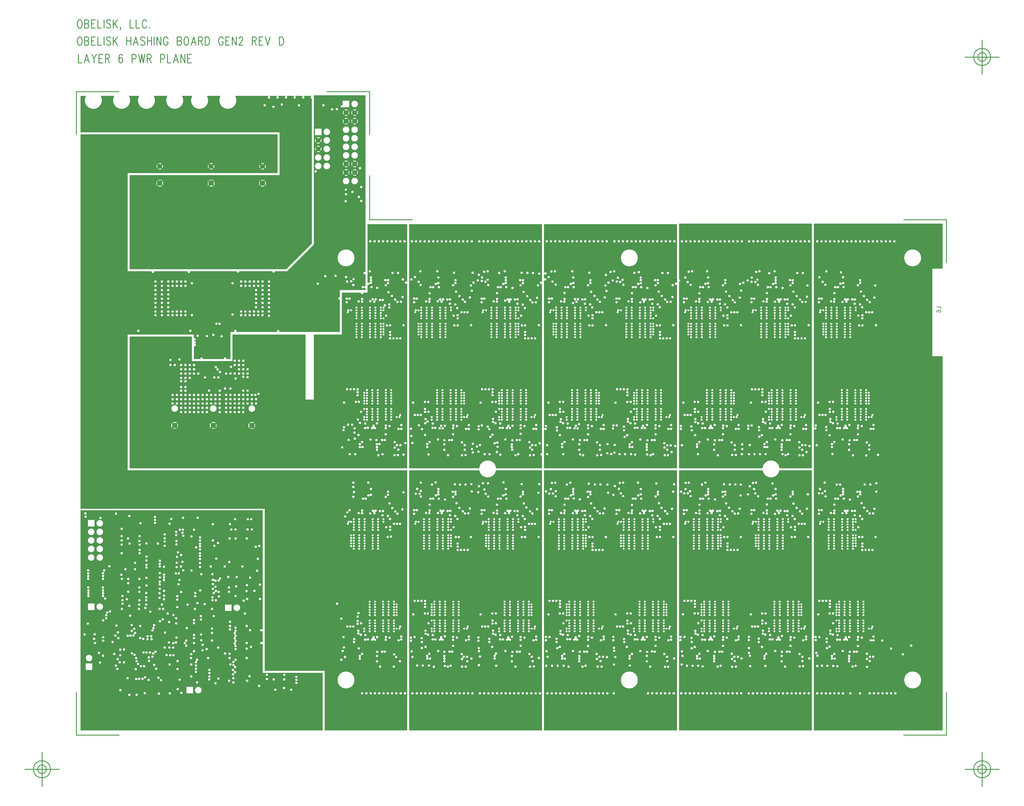
<source format=gbr>
*
*
G04 PADS 9.2 Build Number: 414666 generated Gerber (RS-274-X) file*
G04 PC Version=2.1*
*
%IN "SC1B_REVD_ARC.pcb"*%
*
%MOIN*%
*
%FSLAX24Y24*%
*
*
*
*
G04 PC Standard Apertures*
*
*
G04 Thermal Relief Aperture macro.*
%AMTER*
1,1,$1,0,0*
1,0,$1-$2,0,0*
21,0,$3,$4,0,0,45*
21,0,$3,$4,0,0,135*
%
*
*
G04 Annular Aperture macro.*
%AMANN*
1,1,$1,0,0*
1,0,$2,0,0*
%
*
*
G04 Odd Aperture macro.*
%AMODD*
1,1,$1,0,0*
1,0,$1-0.005,0,0*
%
*
*
G04 PC Custom Aperture Macros*
*
*
*
*
*
*
G04 PC Aperture Table*
*
%ADD010C,0.001*%
%ADD013R,0.06X0.06*%
%ADD014C,0.06*%
%ADD028C,0.01*%
%ADD031C,0.015*%
%ADD032C,0.005*%
%ADD040C,0.024*%
%ADD063C,0.008*%
%ADD302C,0.105*%
*
*
*
*
G04 PC Circuitry*
G04 Layer Name SC1B_REVD_ARC.pcb - circuitry*
%LPD*%
*
*
G04 PC Custom Flashes*
G04 Layer Name SC1B_REVD_ARC.pcb - flashes*
%LPD*%
*
*
G04 PC Circuitry*
G04 Layer Name SC1B_REVD_ARC.pcb - circuitry*
%LPD*%
*
G54D10*
G54D13*
G01X29750Y84500D03*
X31500Y56187D03*
X41750Y84500D03*
X40500Y56187D03*
X36000D03*
X35750Y84500D03*
G54D14*
X48250Y89500D03*
Y88500D03*
X29750Y86468D03*
X41750D03*
X35750D03*
X51500Y92750D03*
X52500D03*
X51500Y91750D03*
X52500D03*
X51500Y86750D03*
X52500D03*
X51500Y85750D03*
X52500D03*
G54D28*
X20324Y101614D02*
X20256Y101567D01*
X20256D02*
X20188Y101473D01*
X20188D02*
X20154Y101380D01*
X20120Y101239*
Y101005*
X20154Y100864*
X20188Y100770*
X20188D02*
X20256Y100676D01*
X20256D02*
X20324Y100630D01*
X20324D02*
X20460D01*
X20460D02*
X20529Y100676D01*
X20529D02*
X20597Y100770D01*
X20597D02*
X20631Y100864D01*
X20665Y101005*
Y101239*
X20631Y101380*
X20597Y101473*
X20597D02*
X20529Y101567D01*
X20529D02*
X20460Y101614D01*
X20460D02*
X20324D01*
X20972D02*
Y100630D01*
Y101614D02*
X21279D01*
X21381Y101567*
X21381D02*
X21415Y101520D01*
X21415D02*
X21449Y101426D01*
X21449D02*
Y101333D01*
X21449D02*
X21415Y101239D01*
X21381Y101192*
X21381D02*
X21279Y101145D01*
X20972D02*
X21279D01*
X21279D02*
X21381Y101098D01*
X21381D02*
X21415Y101051D01*
X21415D02*
X21449Y100958D01*
X21449D02*
Y100817D01*
X21449D02*
X21415Y100723D01*
X21415D02*
X21381Y100676D01*
X21381D02*
X21279Y100630D01*
X20972*
X21756Y101614D02*
Y100630D01*
Y101614D02*
X22199D01*
X21756Y101145D02*
X22029D01*
X21756Y100630D02*
X22199D01*
X22506Y101614D02*
Y100630D01*
X22915*
X23222Y101614D02*
Y100630D01*
X24006Y101473D02*
X23938Y101567D01*
X23938D02*
X23835Y101614D01*
X23835D02*
X23699D01*
X23699D02*
X23597Y101567D01*
X23597D02*
X23529Y101473D01*
X23529D02*
Y101380D01*
X23563Y101286*
X23597Y101239*
X23665Y101192*
X23665D02*
X23870Y101098D01*
X23870D02*
X23938Y101051D01*
X23938D02*
X23972Y101005D01*
X24006Y100911*
Y100770*
X24006D02*
X23938Y100676D01*
X23938D02*
X23835Y100630D01*
X23835D02*
X23699D01*
X23699D02*
X23597Y100676D01*
X23597D02*
X23529Y100770D01*
X24313Y101614D02*
Y100630D01*
X24790Y101614D02*
X24313Y100958D01*
X24483Y101192D02*
X24790Y100630D01*
X25881Y101614D02*
Y100630D01*
X26358Y101614D02*
Y100630D01*
X25881Y101145D02*
X26358D01*
X26938Y101614D02*
X26665Y100630D01*
X26938Y101614D02*
X27210Y100630D01*
X26767Y100958D02*
X27108D01*
X27995Y101473D02*
X27926Y101567D01*
X27926D02*
X27824Y101614D01*
X27824D02*
X27688D01*
X27585Y101567*
X27585D02*
X27517Y101473D01*
X27517D02*
Y101380D01*
X27517D02*
X27551Y101286D01*
X27551D02*
X27585Y101239D01*
X27585D02*
X27654Y101192D01*
X27654D02*
X27858Y101098D01*
X27858D02*
X27926Y101051D01*
X27926D02*
X27960Y101005D01*
X27960D02*
X27995Y100911D01*
Y100770*
X27995D02*
X27926Y100676D01*
X27926D02*
X27824Y100630D01*
X27824D02*
X27688D01*
X27585Y100676*
X27585D02*
X27517Y100770D01*
X28301Y101614D02*
Y100630D01*
X28779Y101614D02*
Y100630D01*
X28301Y101145D02*
X28779D01*
X29085Y101614D02*
Y100630D01*
X29392Y101614D02*
Y100630D01*
Y101614D02*
X29870Y100630D01*
Y101614D02*
Y100630D01*
X30688Y101380D02*
X30654Y101473D01*
X30654D02*
X30585Y101567D01*
X30585D02*
X30517Y101614D01*
X30517D02*
X30381D01*
X30313Y101567*
X30313D02*
X30245Y101473D01*
X30245D02*
X30210Y101380D01*
X30210D02*
X30176Y101239D01*
X30176D02*
Y101005D01*
X30176D02*
X30210Y100864D01*
X30210D02*
X30245Y100770D01*
X30245D02*
X30313Y100676D01*
X30313D02*
X30381Y100630D01*
X30517*
X30517D02*
X30585Y100676D01*
X30585D02*
X30654Y100770D01*
X30654D02*
X30688Y100864D01*
Y101005*
X30517D02*
X30688D01*
X31779Y101614D02*
Y100630D01*
Y101614D02*
X32085D01*
X32085D02*
X32188Y101567D01*
X32188D02*
X32222Y101520D01*
X32222D02*
X32256Y101426D01*
X32256D02*
Y101333D01*
X32222Y101239*
X32188Y101192*
X32188D02*
X32085Y101145D01*
X31779D02*
X32085D01*
X32085D02*
X32188Y101098D01*
X32188D02*
X32222Y101051D01*
X32222D02*
X32256Y100958D01*
Y100817*
X32256D02*
X32222Y100723D01*
X32222D02*
X32188Y100676D01*
X32188D02*
X32085Y100630D01*
X32085D02*
X31779D01*
X32767Y101614D02*
X32699Y101567D01*
X32699D02*
X32631Y101473D01*
X32631D02*
X32597Y101380D01*
X32563Y101239*
Y101005*
X32597Y100864*
X32631Y100770*
X32631D02*
X32699Y100676D01*
X32699D02*
X32767Y100630D01*
X32767D02*
X32904D01*
X32972Y100676*
X32972D02*
X33040Y100770D01*
X33040D02*
X33074Y100864D01*
X33074D02*
X33108Y101005D01*
X33108D02*
Y101239D01*
X33108D02*
X33074Y101380D01*
X33074D02*
X33040Y101473D01*
X33040D02*
X32972Y101567D01*
X32972D02*
X32904Y101614D01*
X32767*
X33688D02*
X33415Y100630D01*
X33688Y101614D02*
X33960Y100630D01*
X33517Y100958D02*
X33858D01*
X34267Y101614D02*
Y100630D01*
Y101614D02*
X34574D01*
X34574D02*
X34676Y101567D01*
X34676D02*
X34710Y101520D01*
X34710D02*
X34745Y101426D01*
X34745D02*
Y101333D01*
X34710Y101239*
X34710D02*
X34676Y101192D01*
X34676D02*
X34574Y101145D01*
X34574D02*
X34267D01*
X34506D02*
X34745Y100630D01*
X35051Y101614D02*
Y100630D01*
Y101614D02*
X35290D01*
X35392Y101567*
X35392D02*
X35460Y101473D01*
X35460D02*
X35495Y101380D01*
X35529Y101239*
Y101005*
X35495Y100864*
X35460Y100770*
X35460D02*
X35392Y100676D01*
X35392D02*
X35290Y100630D01*
X35051*
X37131Y101380D02*
X37097Y101473D01*
X37097D02*
X37029Y101567D01*
X37029D02*
X36960Y101614D01*
X36960D02*
X36824D01*
X36824D02*
X36756Y101567D01*
X36756D02*
X36688Y101473D01*
X36688D02*
X36654Y101380D01*
X36620Y101239*
Y101005*
X36654Y100864*
X36688Y100770*
X36688D02*
X36756Y100676D01*
X36756D02*
X36824Y100630D01*
X36824D02*
X36960D01*
X36960D02*
X37029Y100676D01*
X37029D02*
X37097Y100770D01*
X37097D02*
X37131Y100864D01*
Y101005*
X36960D02*
X37131D01*
X37438Y101614D02*
Y100630D01*
Y101614D02*
X37881D01*
X37438Y101145D02*
X37710D01*
X37438Y100630D02*
X37881D01*
X38188Y101614D02*
Y100630D01*
Y101614D02*
X38665Y100630D01*
Y101614D02*
Y100630D01*
X39006Y101380D02*
Y101426D01*
X39006D02*
X39040Y101520D01*
X39040D02*
X39074Y101567D01*
X39074D02*
X39142Y101614D01*
X39142D02*
X39279D01*
X39347Y101567*
X39347D02*
X39381Y101520D01*
X39381D02*
X39415Y101426D01*
X39415D02*
Y101333D01*
X39381Y101239*
X39313Y101098*
X39313D02*
X38972Y100630D01*
X39449*
X40540Y101614D02*
Y100630D01*
Y101614D02*
X40847D01*
X40949Y101567*
X40949D02*
X40983Y101520D01*
X40983D02*
X41017Y101426D01*
X41017D02*
Y101333D01*
X41017D02*
X40983Y101239D01*
X40983D02*
X40949Y101192D01*
X40949D02*
X40847Y101145D01*
X40847D02*
X40540D01*
X40779D02*
X41017Y100630D01*
X41324Y101614D02*
Y100630D01*
Y101614D02*
X41767D01*
X41324Y101145D02*
X41597D01*
X41324Y100630D02*
X41767D01*
X42074Y101614D02*
X42347Y100630D01*
X42620Y101614D02*
X42347Y100630D01*
X43710Y101614D02*
Y100630D01*
Y101614D02*
X43949D01*
X43949D02*
X44051Y101567D01*
X44051D02*
X44120Y101473D01*
X44120D02*
X44154Y101380D01*
X44188Y101239*
Y101005*
X44154Y100864*
X44120Y100770*
X44120D02*
X44051Y100676D01*
X44051D02*
X43949Y100630D01*
X43949D02*
X43710D01*
X20324Y103614D02*
X20256Y103567D01*
X20256D02*
X20188Y103473D01*
X20188D02*
X20154Y103380D01*
X20120Y103239*
Y103005*
X20154Y102864*
X20188Y102770*
X20188D02*
X20256Y102676D01*
X20256D02*
X20324Y102630D01*
X20324D02*
X20460D01*
X20460D02*
X20529Y102676D01*
X20529D02*
X20597Y102770D01*
X20597D02*
X20631Y102864D01*
X20665Y103005*
Y103239*
X20631Y103380*
X20597Y103473*
X20597D02*
X20529Y103567D01*
X20529D02*
X20460Y103614D01*
X20460D02*
X20324D01*
X20972D02*
Y102630D01*
Y103614D02*
X21279D01*
X21381Y103567*
X21381D02*
X21415Y103520D01*
X21415D02*
X21449Y103426D01*
X21449D02*
Y103333D01*
X21449D02*
X21415Y103239D01*
X21381Y103192*
X21381D02*
X21279Y103145D01*
X20972D02*
X21279D01*
X21279D02*
X21381Y103098D01*
X21381D02*
X21415Y103051D01*
X21415D02*
X21449Y102958D01*
X21449D02*
Y102817D01*
X21449D02*
X21415Y102723D01*
X21415D02*
X21381Y102676D01*
X21381D02*
X21279Y102630D01*
X20972*
X21756Y103614D02*
Y102630D01*
Y103614D02*
X22199D01*
X21756Y103145D02*
X22029D01*
X21756Y102630D02*
X22199D01*
X22506Y103614D02*
Y102630D01*
X22915*
X23222Y103614D02*
Y102630D01*
X24006Y103473D02*
X23938Y103567D01*
X23938D02*
X23835Y103614D01*
X23835D02*
X23699D01*
X23699D02*
X23597Y103567D01*
X23597D02*
X23529Y103473D01*
X23529D02*
Y103380D01*
X23563Y103286*
X23597Y103239*
X23665Y103192*
X23665D02*
X23870Y103098D01*
X23870D02*
X23938Y103051D01*
X23938D02*
X23972Y103005D01*
X24006Y102911*
Y102770*
X24006D02*
X23938Y102676D01*
X23938D02*
X23835Y102630D01*
X23835D02*
X23699D01*
X23699D02*
X23597Y102676D01*
X23597D02*
X23529Y102770D01*
X24313Y103614D02*
Y102630D01*
X24790Y103614D02*
X24313Y102958D01*
X24483Y103192D02*
X24790Y102630D01*
X25165Y102676D02*
X25131Y102630D01*
X25097Y102676*
X25097D02*
X25131Y102723D01*
X25131D02*
X25165Y102676D01*
X25165D02*
Y102583D01*
X25131Y102489*
X25097Y102442*
X26256Y103614D02*
Y102630D01*
X26665*
X26972Y103614D02*
Y102630D01*
X27381*
X28199Y103380D02*
X28165Y103473D01*
X28165D02*
X28097Y103567D01*
X28097D02*
X28029Y103614D01*
X27892*
X27892D02*
X27824Y103567D01*
X27824D02*
X27756Y103473D01*
X27756D02*
X27722Y103380D01*
X27688Y103239*
Y103005*
X27722Y102864*
X27756Y102770*
X27756D02*
X27824Y102676D01*
X27824D02*
X27892Y102630D01*
X27892D02*
X28029D01*
X28097Y102676*
X28097D02*
X28165Y102770D01*
X28165D02*
X28199Y102864D01*
X28540Y102723D02*
X28506Y102676D01*
X28506D02*
X28540Y102630D01*
X28574Y102676*
X28574D02*
X28540Y102723D01*
X20230Y99559D02*
Y98575D01*
X20639*
X21218Y99559D02*
X20945Y98575D01*
X21218Y99559D02*
X21491Y98575D01*
X21048Y98903D02*
X21389D01*
X21798Y99559D02*
X22070Y99090D01*
X22070D02*
Y98575D01*
X22343Y99559D02*
X22070Y99090D01*
X22650Y99559D02*
Y98575D01*
Y99559D02*
X23093D01*
X22650Y99090D02*
X22923D01*
X22650Y98575D02*
X23093D01*
X23400Y99559D02*
Y98575D01*
Y99559D02*
X23707D01*
X23809Y99512*
X23809D02*
X23843Y99465D01*
X23843D02*
X23877Y99371D01*
X23877D02*
Y99278D01*
X23877D02*
X23843Y99184D01*
X23843D02*
X23809Y99137D01*
X23809D02*
X23707Y99090D01*
X23707D02*
X23400D01*
X23639D02*
X23877Y98575D01*
X25377Y99418D02*
X25343Y99512D01*
X25343D02*
X25241Y99559D01*
X25173*
X25070Y99512*
X25070D02*
X25002Y99371D01*
X25002D02*
X24968Y99137D01*
X24968D02*
Y98903D01*
X24968D02*
X25002Y98715D01*
X25002D02*
X25070Y98621D01*
X25070D02*
X25173Y98575D01*
X25207*
X25309Y98621*
X25309D02*
X25377Y98715D01*
X25377D02*
X25411Y98856D01*
X25411D02*
Y98903D01*
X25411D02*
X25377Y99043D01*
X25377D02*
X25309Y99137D01*
X25309D02*
X25207Y99184D01*
X25173*
X25070Y99137*
X25070D02*
X25002Y99043D01*
X25002D02*
X24968Y98903D01*
X26502Y99559D02*
Y98575D01*
Y99559D02*
X26809D01*
X26809D02*
X26911Y99512D01*
X26911D02*
X26945Y99465D01*
X26945D02*
X26980Y99371D01*
X26980D02*
Y99231D01*
X26945Y99137*
X26945D02*
X26911Y99090D01*
X26911D02*
X26809Y99043D01*
X26809D02*
X26502D01*
X27286Y99559D02*
X27457Y98575D01*
X27627Y99559D02*
X27457Y98575D01*
X27627Y99559D02*
X27798Y98575D01*
X27968Y99559D02*
X27798Y98575D01*
X28275Y99559D02*
Y98575D01*
Y99559D02*
X28582D01*
X28684Y99512*
X28684D02*
X28718Y99465D01*
X28718D02*
X28752Y99371D01*
X28752D02*
Y99278D01*
X28752D02*
X28718Y99184D01*
X28718D02*
X28684Y99137D01*
X28684D02*
X28582Y99090D01*
X28582D02*
X28275D01*
X28514D02*
X28752Y98575D01*
X29843Y99559D02*
Y98575D01*
Y99559D02*
X30150D01*
X30252Y99512*
X30252D02*
X30286Y99465D01*
X30286D02*
X30320Y99371D01*
X30320D02*
Y99231D01*
X30320D02*
X30286Y99137D01*
X30286D02*
X30252Y99090D01*
X30252D02*
X30150Y99043D01*
X30150D02*
X29843D01*
X30627Y99559D02*
Y98575D01*
X30627D02*
X31036D01*
X31616Y99559D02*
X31343Y98575D01*
X31616Y99559D02*
X31889Y98575D01*
X31445Y98903D02*
X31786D01*
X32195Y99559D02*
Y98575D01*
Y99559D02*
X32673Y98575D01*
Y99559D02*
Y98575D01*
X32980Y99559D02*
Y98575D01*
Y99559D02*
X33423D01*
X32980Y99090D02*
X33252D01*
X32980Y98575D02*
X33423D01*
X25000Y20000D02*
X20000D01*
Y25000*
X59250Y80236D02*
X54250D01*
Y85375*
X49242Y95200D02*
X54251D01*
Y90202*
X116570Y80236D02*
X121570D01*
Y75250*
X20000Y90193D02*
Y95200D01*
X24965*
X121570Y25000D02*
Y20000D01*
X116570*
X126750Y99250D02*
G75*
G03X126750I-1000J0D01*
G01X126250D02*
G03X126250I-500J0D01*
G01X125750Y101250D02*
Y97250D01*
X123750Y99250D02*
X127750D01*
X126750Y16000D02*
G03X126750I-1000J0D01*
G01X126250D02*
G03X126250I-500J0D01*
G01X125750Y18000D02*
Y14000D01*
X123750Y16000D02*
X127750D01*
X17000D02*
G03X17000I-1000J0D01*
G01X16500D02*
G03X16500I-500J0D01*
G01X16000Y18000D02*
Y14000D01*
X14000Y16000D02*
X18000D01*
G54D31*
X51793Y85456D02*
X51712Y85537D01*
X51793Y86043D02*
X51712Y85962D01*
X51206Y86043D02*
X51287Y85962D01*
X51206Y85456D02*
X51287Y85537D01*
X52793Y92456D02*
X52712Y92537D01*
X52793Y93043D02*
X52712Y92962D01*
X52206Y93043D02*
X52287Y92962D01*
X52206Y92456D02*
X52287Y92537D01*
X51793Y92456D02*
X51712Y92537D01*
X51793Y93043D02*
X51712Y92962D01*
X51206Y93043D02*
X51287Y92962D01*
X51206Y92456D02*
X51287Y92537D01*
X52793Y91456D02*
X52712Y91537D01*
X52793Y92043D02*
X52712Y91962D01*
X52206Y92043D02*
X52287Y91962D01*
X52206Y91456D02*
X52287Y91537D01*
X51793Y91456D02*
X51712Y91537D01*
X51793Y92043D02*
X51712Y91962D01*
X51206Y92043D02*
X51287Y91962D01*
X51206Y91456D02*
X51287Y91537D01*
X52793Y86456D02*
X52712Y86537D01*
X52793Y87043D02*
X52712Y86962D01*
X52206Y87043D02*
X52287Y86962D01*
X52206Y86456D02*
X52287Y86537D01*
X51793Y86456D02*
X51712Y86537D01*
X51793Y87043D02*
X51712Y86962D01*
X51206Y87043D02*
X51287Y86962D01*
X51206Y86456D02*
X51287Y86537D01*
X52793Y85456D02*
X52712Y85537D01*
X52793Y86043D02*
X52712Y85962D01*
X52206Y86043D02*
X52287Y85962D01*
X52206Y85456D02*
X52287Y85537D01*
X48543Y88206D02*
X48462Y88287D01*
X48543Y88793D02*
X48462Y88712D01*
X47956Y88793D02*
X48037Y88712D01*
X47956Y88206D02*
X48037Y88287D01*
X48543Y89206D02*
X48462Y89287D01*
X48543Y89793D02*
X48462Y89712D01*
X47956Y89793D02*
X48037Y89712D01*
X47956Y89206D02*
X48037Y89287D01*
X35456Y86761D02*
X35537Y86680D01*
X35456Y86175D02*
X35537Y86256D01*
X36043Y86175D02*
X35962Y86256D01*
X36043Y86761D02*
X35962Y86680D01*
X41456Y86761D02*
X41537Y86680D01*
X41456Y86175D02*
X41537Y86256D01*
X42043Y86175D02*
X41962Y86256D01*
X42043Y86761D02*
X41962Y86680D01*
X29456Y86761D02*
X29537Y86680D01*
X29456Y86175D02*
X29537Y86256D01*
X30043Y86175D02*
X29962Y86256D01*
X30043Y86761D02*
X29962Y86680D01*
X35618Y56568D02*
X35787Y56399D01*
X36381Y56568D02*
X36212Y56399D01*
X36381Y55805D02*
X36212Y55974D01*
X35618Y55805D02*
X35787Y55974D01*
X40118Y56568D02*
X40287Y56399D01*
X40881Y56568D02*
X40712Y56399D01*
X40881Y55805D02*
X40712Y55974D01*
X40118Y55805D02*
X40287Y55974D01*
X31118Y56568D02*
X31287Y56399D01*
X31881Y56568D02*
X31712Y56399D01*
X31881Y55805D02*
X31712Y55974D01*
X31118Y55805D02*
X31287Y55974D01*
X35368Y84881D02*
X35537Y84712D01*
X36131Y84881D02*
X35962Y84712D01*
X36131Y84118D02*
X35962Y84287D01*
X35368Y84118D02*
X35537Y84287D01*
X41368Y84881D02*
X41537Y84712D01*
X42131Y84881D02*
X41962Y84712D01*
X42131Y84118D02*
X41962Y84287D01*
X41368Y84118D02*
X41537Y84287D01*
X29368Y84881D02*
X29537Y84712D01*
X30131Y84881D02*
X29962Y84712D01*
X30131Y84118D02*
X29962Y84287D01*
X29368Y84118D02*
X29537Y84287D01*
G54D32*
X45275Y25300D02*
G03X45275I-175J0D01*
G01X44425Y25500D02*
G03X44425I-175J0D01*
G01X44450Y26500D02*
G03X44450I-175J0D01*
G01X43425Y25300D02*
G03X43425I-175J0D01*
G01X43225Y26500D02*
G03X43225I-175J0D01*
G01X42425Y26550D02*
G03X42425I-175J0D01*
G01X41625Y35900D02*
G03X41625I-175J0D01*
G01Y37575D02*
G03X41625I-175J0D01*
G01X40975Y36850D02*
G03X40975I-175J0D01*
G01X41300Y39200D02*
G03X41300I-175J0D01*
G01X41375Y40600D02*
G03X41375I-175J0D01*
G01X41550Y42100D02*
G03X41550I-175J0D01*
G01X41125Y42000D02*
G03X41125I-175J0D01*
G01X40125Y26350D02*
G03X40125I-175J0D01*
G01X40400Y26875D02*
G03X40400I-175J0D01*
G01X40575Y30300D02*
G03X40575I-175J0D01*
G01X40475Y32250D02*
G03X40475I-175J0D01*
G01X40075Y29000D02*
G03X40075I-175J0D01*
G01Y30100D02*
G03X40075I-175J0D01*
G01Y30750D02*
G03X40075I-175J0D01*
G01Y32750D02*
G03X40075I-175J0D01*
G01X39860Y34200D02*
G03X39860I-174J0D01*
G01X40125Y35900D02*
G03X40125I-175J0D01*
G01X40475Y38400D02*
G03X40475I-175J0D01*
G01X40675Y44025D02*
G03X40675I-175J0D01*
G01X40600Y45225D02*
G03X40600I-175J0D01*
G01X39725Y35700D02*
G03X39725I-175J0D01*
G01X40050Y36825D02*
G03X40050I-175J0D01*
G01X40100Y37512D02*
G03X40100I-175J0D01*
G01X40075Y42975D02*
G03X40075I-175J0D01*
G01X40175Y44025D02*
G03X40175I-175J0D01*
G01X40200Y45225D02*
G03X40200I-175J0D01*
G01X39575Y39700D02*
G03X39575I-175J0D01*
G01X38525Y26150D02*
G03X38525I-175J0D01*
G01Y26650D02*
G03X38525I-175J0D01*
G01X38475Y27100D02*
G03X38475I-175J0D01*
G01X38725Y27350D02*
G03X38725I-175J0D01*
G01X38475Y27600D02*
G03X38475I-175J0D01*
G01X38775Y28800D02*
G03X38775I-175J0D01*
G01X39165Y34875D02*
G03X39165I-415J0D01*
G01X38775Y36250D02*
G03X38775I-175J0D01*
G01X38850Y37375D02*
G03X38850I-175J0D01*
G01X38900Y38475D02*
G03X38900I-175J0D01*
G01X38775Y42975D02*
G03X38775I-175J0D01*
G01Y44025D02*
G03X38775I-175J0D01*
G01X38725Y45225D02*
G03X38725I-175J0D01*
G01X38075Y29000D02*
G03X38075I-175J0D01*
G01Y29500D02*
G03X38075I-175J0D01*
G01X38125Y32350D02*
G03X38125I-175J0D01*
G01Y32750D02*
G03X38125I-175J0D01*
G01Y33250D02*
G03X38125I-175J0D01*
G01X37550Y29525D02*
G03X37550I-175J0D01*
G01X38000Y36750D02*
G03X38000I-175J0D01*
G01Y37250D02*
G03X38000I-175J0D01*
G01X37925Y38475D02*
G03X37925I-175J0D01*
G01X38050Y40225D02*
G03X38050I-175J0D01*
G01X38075Y42975D02*
G03X38075I-175J0D01*
G01X38275Y44025D02*
G03X38275I-175J0D01*
G01X38125Y44650D02*
G03X38125I-175J0D01*
G01X37500Y39700D02*
G03X37500I-175J0D01*
G01X36425Y26050D02*
G03X36425I-175J0D01*
G01X36775Y26600D02*
G03X36775I-175J0D01*
G01X36750Y30223D02*
G03X36750I-175J0D01*
G01X35700Y26500D02*
G03X35700I-175J0D01*
G01X35725Y26850D02*
G03X35725I-175J0D01*
G01Y27250D02*
G03X35725I-175J0D01*
G01Y27625D02*
G03X35725I-175J0D01*
G01X36025Y31050D02*
G03X36025I-175J0D01*
G01Y31950D02*
G03X36025I-175J0D01*
G01Y32450D02*
G03X36025I-175J0D01*
G01X36225Y33900D02*
G03X36225I-175J0D01*
G01X36475Y35750D02*
G03X36475I-175J0D01*
G01X36825Y36200D02*
G03X36825I-175J0D01*
G01X36125Y37100D02*
G03X36125I-175J0D01*
G01X36425Y37350D02*
G03X36425I-175J0D01*
G01X36125Y37650D02*
G03X36125I-175J0D01*
G01X36525Y40625D02*
G03X36525I-175J0D01*
G01X36725Y42450D02*
G03X36725I-175J0D01*
G01X36075Y38800D02*
G03X36075I-175J0D01*
G01X36300Y42125D02*
G03X36300I-175J0D01*
G01X35575Y29000D02*
G03X35575I-175J0D01*
G01X35875Y39700D02*
G03X35875I-175J0D01*
G01X36125Y42750D02*
G03X36125I-175J0D01*
G01Y44650D02*
G03X36125I-175J0D01*
G01X35400Y30050D02*
G03X35400I-175J0D01*
G01X34665Y25250D02*
G03X34665I-415J0D01*
G01X34925Y29900D02*
G03X34925I-175J0D01*
G01Y30550D02*
G03X34925I-175J0D01*
G01X35175Y35300D02*
G03X35175I-175J0D01*
G01X34775Y31075D02*
G03X34775I-175J0D01*
G01X34750Y31750D02*
G03X34750I-175J0D01*
G01X34725Y33505D02*
G03X34725I-175J0D01*
G01Y33900D02*
G03X34725I-175J0D01*
G01X34275Y26150D02*
G03X34275I-175J0D01*
G01X34150Y27375D02*
G03X34150I-175J0D01*
G01Y27750D02*
G03X34150I-175J0D01*
G01Y28125D02*
G03X34150I-175J0D01*
G01X33600Y26850D02*
G03X33600I-174J0D01*
G01Y28250D02*
G03X33600I-175J0D01*
G01X33575Y29000D02*
G03X33575I-175J0D01*
G01X33600Y29450D02*
G03X33600I-175J0D01*
G01X33925Y29800D02*
G03X33925I-175J0D01*
G01Y30750D02*
G03X33925I-175J0D01*
G01Y31325D02*
G03X33925I-175J0D01*
G01Y31700D02*
G03X33925I-175J0D01*
G01Y33075D02*
G03X33925I-175J0D01*
G01Y33450D02*
G03X33925I-175J0D01*
G01X34025Y34750D02*
G03X34025I-175J0D01*
G01X34325Y35425D02*
G03X34325I-175J0D01*
G01X34650Y36900D02*
G03X34650I-175J0D01*
G01X34775Y38800D02*
G03X34775I-175J0D01*
G01X34625Y39650D02*
G03X34625I-175J0D01*
G01Y40100D02*
G03X34625I-175J0D01*
G01X34075Y36225D02*
G03X34075I-175J0D01*
G01Y36600D02*
G03X34075I-175J0D01*
G01X34175Y41925D02*
G03X34175I-175J0D01*
G01X34350Y45400D02*
G03X34350I-175J0D01*
G01X33625Y39225D02*
G03X33625I-175J0D01*
G01Y43200D02*
G03X33625I-175J0D01*
G01X33925Y44000D02*
G03X33925I-175J0D01*
G01X33075Y32500D02*
G03X33075I-175J0D01*
G01X33175Y35250D02*
G03X33175I-175J0D01*
G01X32450Y24925D02*
G03X32450I-175J0D01*
G01X32025Y25375D02*
G03X32025I-175J0D01*
G01X32250Y26473D02*
G03X32250I-175J0D01*
G01X32425Y36725D02*
G03X32425I-175J0D01*
G01X32675Y39250D02*
G03X32675I-175J0D01*
G01X32000Y27725D02*
G03X32000I-175J0D01*
G01Y28650D02*
G03X32000I-175J0D01*
G01X31525Y29325D02*
G03X31525I-175J0D01*
G01X31100Y24875D02*
G03X31100I-175J0D01*
G01X31075Y28250D02*
G03X31075I-175J0D01*
G01X31150Y29325D02*
G03X31150I-175J0D01*
G01X31500Y30225D02*
G03X31500I-175J0D01*
G01X31875Y31400D02*
G03X31875I-175J0D01*
G01X31850Y33050D02*
G03X31850I-175J0D01*
G01Y33650D02*
G03X31850I-175J0D01*
G01X31975Y34950D02*
G03X31975I-175J0D01*
G01Y35825D02*
G03X31975I-175J0D01*
G01Y36225D02*
G03X31975I-175J0D01*
G01X32125Y37625D02*
G03X32125I-175J0D01*
G01X32225Y38125D02*
G03X32225I-175J0D01*
G01X31525Y34025D02*
G03X31525I-175J0D01*
G01X32400Y39700D02*
G03X32400I-175J0D01*
G01X32575Y40250D02*
G03X32575I-175J0D01*
G01X32425Y41050D02*
G03X32425I-175J0D01*
G01X32675Y43300D02*
G03X32675I-175J0D01*
G01X32575Y43650D02*
G03X32575I-175J0D01*
G01X31900Y39625D02*
G03X31900I-175J0D01*
G01Y40150D02*
G03X31900I-175J0D01*
G01X31925Y40825D02*
G03X31925I-175J0D01*
G01X32050Y41350D02*
G03X32050I-175J0D01*
G01X32655Y45393D02*
G03X32655I-174J0D01*
G01X31875Y42275D02*
G03X31875I-175J0D01*
G01Y42675D02*
G03X31875I-175J0D01*
G01X31850Y43375D02*
G03X31850I-175J0D01*
G01Y43750D02*
G03X31850I-175J0D01*
G01X30725Y29350D02*
G03X30725I-175J0D01*
G01X31050Y30225D02*
G03X31050I-175J0D01*
G01X31000Y30825D02*
G03X31000I-175J0D01*
G01X31025Y33200D02*
G03X31025I-175J0D01*
G01X30500Y30225D02*
G03X30500I-175J0D01*
G01X30550Y31975D02*
G03X30550I-175J0D01*
G01X30850Y34200D02*
G03X30850I-175J0D01*
G01X31075Y44700D02*
G03X31075I-175J0D01*
G01X31275Y45250D02*
G03X31275I-175J0D01*
G01X29825Y24850D02*
G03X29825I-175J0D01*
G01X30075Y26400D02*
G03X30075I-175J0D01*
G01X29775Y26700D02*
G03X29775I-175J0D01*
G01X29950Y33300D02*
G03X29950I-175J0D01*
G01X30275Y33525D02*
G03X30275I-175J0D01*
G01X30325Y34744D02*
G03X30325I-175J0D01*
G01X29900Y34750D02*
G03X29900I-175J0D01*
G01X30175Y35250D02*
G03X30175I-175J0D01*
G01X30425Y35875D02*
G03X30425I-175J0D01*
G01Y36300D02*
G03X30425I-175J0D01*
G01Y36850D02*
G03X30425I-175J0D01*
G01Y39675D02*
G03X30425I-175J0D01*
G01X30500Y42125D02*
G03X30500I-175J0D01*
G01Y42625D02*
G03X30500I-175J0D01*
G01Y43000D02*
G03X30500I-175J0D01*
G01Y43450D02*
G03X30500I-175J0D01*
G01X29900Y36050D02*
G03X29900I-175J0D01*
G01Y36575D02*
G03X29900I-175J0D01*
G01X29925Y37100D02*
G03X29925I-175J0D01*
G01Y38425D02*
G03X29925I-175J0D01*
G01Y38925D02*
G03X29925I-175J0D01*
G01X29950Y40375D02*
G03X29950I-175J0D01*
G01X29500Y27750D02*
G03X29500I-175J0D01*
G01X29275Y28200D02*
G03X29275I-175J0D01*
G01X29075Y29150D02*
G03X29075I-175J0D01*
G01X29700Y42375D02*
G03X29700I-175J0D01*
G01X28625Y26450D02*
G03X28625I-175J0D01*
G01X28675Y28675D02*
G03X28675I-175J0D01*
G01X28650Y29075D02*
G03X28650I-175J0D01*
G01X28775Y29650D02*
G03X28775I-175J0D01*
G01X28975Y31200D02*
G03X28975I-175J0D01*
G01X28925Y31550D02*
G03X28925I-175J0D01*
G01X28175Y24900D02*
G03X28175I-175J0D01*
G01X28100Y28050D02*
G03X28100I-175J0D01*
G01X27225Y24700D02*
G03X27225I-175J0D01*
G01X27175Y26550D02*
G03X27175I-175J0D01*
G01X27525Y26575D02*
G03X27525I-175J0D01*
G01X27725Y28050D02*
G03X27725I-175J0D01*
G01X28825Y34425D02*
G03X28825I-175J0D01*
G01X28000Y31250D02*
G03X28000I-175J0D01*
G01X28250Y34850D02*
G03X28250I-175J0D01*
G01X28350Y35250D02*
G03X28350I-175J0D01*
G01Y36600D02*
G03X28350I-175J0D01*
G01X28375Y37475D02*
G03X28375I-175J0D01*
G01Y38375D02*
G03X28375I-175J0D01*
G01Y40400D02*
G03X28375I-175J0D01*
G01Y40850D02*
G03X28375I-175J0D01*
G01Y42400D02*
G03X28375I-175J0D01*
G01X27125Y27700D02*
G03X27125I-175J0D01*
G01X27650Y31325D02*
G03X27650I-175J0D01*
G01Y32750D02*
G03X27650I-175J0D01*
G01X27175Y29000D02*
G03X27175I-175J0D01*
G01X27500Y34750D02*
G03X27500I-175J0D01*
G01X27525Y35250D02*
G03X27525I-175J0D01*
G01X27550Y35750D02*
G03X27550I-175J0D01*
G01Y36750D02*
G03X27550I-175J0D01*
G01Y37250D02*
G03X27550I-175J0D01*
G01Y38250D02*
G03X27550I-175J0D01*
G01X27575Y41250D02*
G03X27575I-175J0D01*
G01Y41625D02*
G03X27575I-175J0D01*
G01Y42250D02*
G03X27575I-175J0D01*
G01X27550Y42675D02*
G03X27550I-175J0D01*
G01X27575Y43250D02*
G03X27575I-175J0D01*
G01X27675Y44750D02*
G03X27675I-175J0D01*
G01X26175Y26650D02*
G03X26175I-175J0D01*
G01X26650Y32175D02*
G03X26650I-175J0D01*
G01X26950Y32425D02*
G03X26950I-175J0D01*
G01X27050Y39375D02*
G03X27050I-175J0D01*
G01Y40125D02*
G03X27050I-175J0D01*
G01X26650Y32850D02*
G03X26650I-175J0D01*
G01X26475Y33950D02*
G03X26475I-175J0D01*
G01X26375Y35100D02*
G03X26375I-175J0D01*
G01X25750Y28500D02*
G03X25750I-175J0D01*
G01Y30000D02*
G03X25750I-175J0D01*
G01X26075Y35875D02*
G03X26075I-175J0D01*
G01X26250Y36750D02*
G03X26250I-175J0D01*
G01Y37750D02*
G03X26250I-175J0D01*
G01Y38250D02*
G03X26250I-175J0D01*
G01X26400Y42375D02*
G03X26400I-175J0D01*
G01X25325Y25250D02*
G03X25325I-175J0D01*
G01X24975Y27725D02*
G03X24975I-175J0D01*
G01X25250Y28500D02*
G03X25250I-175J0D01*
G01X24800Y28125D02*
G03X24800I-175J0D01*
G01X25025Y28875D02*
G03X25025I-175J0D01*
G01X25325Y29325D02*
G03X25325I-175J0D01*
G01Y29975D02*
G03X25325I-175J0D01*
G01X25500Y34750D02*
G03X25500I-175J0D01*
G01X25575Y35350D02*
G03X25575I-175J0D01*
G01Y35750D02*
G03X25575I-175J0D01*
G01Y36250D02*
G03X25575I-175J0D01*
G01X25925Y39375D02*
G03X25925I-175J0D01*
G01X26225Y42975D02*
G03X26225I-175J0D01*
G01X26375Y45600D02*
G03X26375I-175J0D01*
G01X25500Y38250D02*
G03X25500I-175J0D01*
G01X25100Y31325D02*
G03X25100I-175J0D01*
G01X25450Y38737D02*
G03X25450I-175J0D01*
G01X25475Y41250D02*
G03X25475I-175J0D01*
G01Y42250D02*
G03X25475I-175J0D01*
G01Y42750D02*
G03X25475I-175J0D01*
G01Y43250D02*
G03X25475I-175J0D01*
G01Y44100D02*
G03X25475I-175J0D01*
G01X24625Y29475D02*
G03X24625I-175J0D01*
G01X24425Y30875D02*
G03X24425I-175J0D01*
G01X24750Y31625D02*
G03X24750I-175J0D01*
G01X25050Y32000D02*
G03X25050I-175J0D01*
G01X24875Y32800D02*
G03X24875I-175J0D01*
G01X24825Y45875D02*
G03X24825I-175J0D01*
G01X22950Y28475D02*
G03X22950I-175J0D01*
G01X23300Y29275D02*
G03X23300I-175J0D01*
G01X23325Y31025D02*
G03X23325I-175J0D01*
G01Y31425D02*
G03X23325I-175J0D01*
G01Y33400D02*
G03X23325I-175J0D01*
G01X24050Y39725D02*
G03X24050I-175J0D01*
G01X23550Y35950D02*
G03X23550I-175J0D01*
G01X22825Y29600D02*
G03X22825I-175J0D01*
G01X22375Y30750D02*
G03X22375I-175J0D01*
G01X23165Y35000D02*
G03X23165I-415J0D01*
G01X23450Y39250D02*
G03X23450I-175J0D01*
G01X23165Y40750D02*
G03X23165I-415J0D01*
G01Y41750D02*
G03X23165I-415J0D01*
G01Y42750D02*
G03X23165I-415J0D01*
G01Y43750D02*
G03X23165I-415J0D01*
G01Y44750D02*
G03X23165I-415J0D01*
G01X23000Y45375D02*
G03X23000I-175J0D01*
G01X21915Y29000D02*
G03X21915I-415J0D01*
G01X22259Y31250D02*
G03X22259I-174J0D01*
G01X22325Y31775D02*
G03X22325I-175J0D01*
G01X21525Y33025D02*
G03X21525I-175J0D01*
G01X21575Y37250D02*
G03X21575I-175J0D01*
G01X22165Y40750D02*
G03X22165I-415J0D01*
G01Y41750D02*
G03X22165I-415J0D01*
G01Y42750D02*
G03X22165I-415J0D01*
G01Y43750D02*
G03X22165I-415J0D01*
G01X21150Y31750D02*
G03X21150I-175J0D01*
G01X21275Y45525D02*
G03X21275I-175J0D01*
G01X21250Y45900D02*
G03X21250I-175J0D01*
G01X26375Y24700D02*
G03X26375I-175J0D01*
G01X36025Y34750D02*
G03X36025I-175J0D01*
G01X36225Y36600D02*
G03X36225I-175J0D01*
G01X38025Y26350D02*
G03X38025I-175J0D01*
G01X38175Y28250D02*
G03X38175I-175J0D01*
G01X41525Y25750D02*
G03X41525I-175J0D01*
G01X58550Y24875D02*
G03X58550I-175J0D01*
G01X58050D02*
G03X58050I-175J0D01*
G01X57950Y28625D02*
G03X57950I-175J0D01*
G01X57550Y24875D02*
G03X57550I-175J0D01*
G01X57050D02*
G03X57050I-175J0D01*
G01X57250Y28000D02*
G03X57250I-175J0D01*
G01X57525Y29125D02*
G03X57525I-175J0D01*
G01X57300Y29425D02*
G03X57300I-175J0D01*
G01X57556Y32440D02*
G03X57556I-154J0D01*
G01Y34015D02*
G03X57556I-154J0D01*
G01Y34330D02*
G03X57556I-154J0D01*
G01Y34645D02*
G03X57556I-154J0D01*
G01Y34960D02*
G03X57556I-154J0D01*
G01Y35275D02*
G03X57556I-154J0D01*
G01X57241Y32126D02*
G03X57241I-154J0D01*
G01Y32440D02*
G03X57241I-154J0D01*
G01Y32755D02*
G03X57241I-154J0D01*
G01Y33070D02*
G03X57241I-154J0D01*
G01Y33385D02*
G03X57241I-154J0D01*
G01Y34015D02*
G03X57241I-154J0D01*
G01Y34330D02*
G03X57241I-154J0D01*
G01Y34645D02*
G03X57241I-154J0D01*
G01Y34960D02*
G03X57241I-154J0D01*
G01Y35275D02*
G03X57241I-154J0D01*
G01Y35590D02*
G03X57241I-154J0D01*
G01X56550Y24875D02*
G03X56550I-175J0D01*
G01X56750Y31387D02*
G03X56750I-175J0D01*
G01X56050Y24875D02*
G03X56050I-175J0D01*
G01X55550D02*
G03X55550I-175J0D01*
G01X55650Y28000D02*
G03X55650I-175J0D01*
G01X56611Y32126D02*
G03X56611I-154J0D01*
G01Y32440D02*
G03X56611I-154J0D01*
G01Y32755D02*
G03X56611I-154J0D01*
G01Y33070D02*
G03X56611I-154J0D01*
G01Y33385D02*
G03X56611I-154J0D01*
G01Y34015D02*
G03X56611I-154J0D01*
G01Y34330D02*
G03X56611I-154J0D01*
G01Y34645D02*
G03X56611I-154J0D01*
G01Y34960D02*
G03X56611I-154J0D01*
G01Y35275D02*
G03X56611I-154J0D01*
G01Y35590D02*
G03X56611I-154J0D01*
G01X56925Y43200D02*
G03X56925I-175J0D01*
G01X58250Y46375D02*
G03X58250I-175J0D01*
G01X58387Y48362D02*
G03X58387I-174J0D01*
G01X57675Y45875D02*
G03X57675I-175J0D01*
G01X57425Y46125D02*
G03X57425I-175J0D01*
G01X56525Y43150D02*
G03X56525I-175J0D01*
G01X56800Y45250D02*
G03X56800I-175J0D01*
G01X57075Y46525D02*
G03X57075I-175J0D01*
G01X56356Y44291D02*
G03X56356I-174J0D01*
G01X56553Y45609D02*
G03X56553I-175J0D01*
G01X56750Y47075D02*
G03X56750I-175J0D01*
G01X55981Y32126D02*
G03X55981I-154J0D01*
G01Y32440D02*
G03X55981I-154J0D01*
G01Y32755D02*
G03X55981I-154J0D01*
G01Y33070D02*
G03X55981I-154J0D01*
G01Y33385D02*
G03X55981I-154J0D01*
G01Y34015D02*
G03X55981I-154J0D01*
G01Y34330D02*
G03X55981I-154J0D01*
G01Y34645D02*
G03X55981I-154J0D01*
G01Y34960D02*
G03X55981I-154J0D01*
G01Y35275D02*
G03X55981I-154J0D01*
G01Y35590D02*
G03X55981I-154J0D01*
G01X56021Y44921D02*
G03X56021I-154J0D01*
G01Y45236D02*
G03X56021I-154J0D01*
G01X55925Y45687D02*
G03X55925I-175J0D01*
G01X55050Y24875D02*
G03X55050I-175J0D01*
G01X55275Y28612D02*
G03X55275I-175J0D01*
G01Y29250D02*
G03X55275I-175J0D01*
G01X55325Y29725D02*
G03X55325I-175J0D01*
G01X54550Y24875D02*
G03X54550I-175J0D01*
G01X55300Y31450D02*
G03X55300I-175J0D01*
G01X55391Y41771D02*
G03X55391I-154J0D01*
G01Y42086D02*
G03X55391I-154J0D01*
G01Y42401D02*
G03X55391I-154J0D01*
G01Y42716D02*
G03X55391I-154J0D01*
G01Y43031D02*
G03X55391I-154J0D01*
G01Y43346D02*
G03X55391I-154J0D01*
G01Y43976D02*
G03X55391I-154J0D01*
G01Y44291D02*
G03X55391I-154J0D01*
G01Y44606D02*
G03X55391I-154J0D01*
G01Y44921D02*
G03X55391I-154J0D01*
G01Y45236D02*
G03X55391I-154J0D01*
G01X56300Y47837D02*
G03X56300I-175J0D01*
G01X55036Y32126D02*
G03X55036I-154J0D01*
G01Y32440D02*
G03X55036I-154J0D01*
G01Y32755D02*
G03X55036I-154J0D01*
G01Y33070D02*
G03X55036I-154J0D01*
G01Y33385D02*
G03X55036I-154J0D01*
G01Y34015D02*
G03X55036I-154J0D01*
G01Y34330D02*
G03X55036I-154J0D01*
G01Y34645D02*
G03X55036I-154J0D01*
G01Y34960D02*
G03X55036I-154J0D01*
G01Y35275D02*
G03X55036I-154J0D01*
G01Y35590D02*
G03X55036I-154J0D01*
G01X54761Y41771D02*
G03X54761I-154J0D01*
G01Y42086D02*
G03X54761I-154J0D01*
G01Y42401D02*
G03X54761I-154J0D01*
G01Y42716D02*
G03X54761I-154J0D01*
G01Y43031D02*
G03X54761I-154J0D01*
G01Y43346D02*
G03X54761I-154J0D01*
G01Y43976D02*
G03X54761I-154J0D01*
G01Y44291D02*
G03X54761I-154J0D01*
G01Y44606D02*
G03X54761I-154J0D01*
G01Y44921D02*
G03X54761I-154J0D01*
G01Y45236D02*
G03X54761I-154J0D01*
G01X53925Y31687D02*
G03X53925I-175J0D01*
G01X53777Y32126D02*
G03X53777I-155J0D01*
G01Y32440D02*
G03X53777I-155J0D01*
G01X53816Y41771D02*
G03X53816I-154J0D01*
G01Y42086D02*
G03X53816I-154J0D01*
G01Y42401D02*
G03X53816I-154J0D01*
G01Y42716D02*
G03X53816I-154J0D01*
G01Y43031D02*
G03X53816I-154J0D01*
G01Y43346D02*
G03X53816I-154J0D01*
G01Y43976D02*
G03X53816I-154J0D01*
G01Y44291D02*
G03X53816I-154J0D01*
G01Y44606D02*
G03X53816I-154J0D01*
G01Y44921D02*
G03X53816I-154J0D01*
G01Y45236D02*
G03X53816I-154J0D01*
G01X53150Y30125D02*
G03X53150I-175J0D01*
G01X53425Y33062D02*
G03X53425I-175J0D01*
G01X54575Y48762D02*
G03X54575I-175J0D01*
G01X54275Y49500D02*
G03X54275I-175J0D01*
G01X53025Y33850D02*
G03X53025I-175J0D01*
G01X53125Y34250D02*
G03X53125I-175J0D01*
G01X53186Y41771D02*
G03X53186I-154J0D01*
G01Y42086D02*
G03X53186I-154J0D01*
G01Y42401D02*
G03X53186I-154J0D01*
G01Y42716D02*
G03X53186I-154J0D01*
G01Y43031D02*
G03X53186I-154J0D01*
G01Y43346D02*
G03X53186I-154J0D01*
G01Y43976D02*
G03X53186I-154J0D01*
G01Y44291D02*
G03X53186I-154J0D01*
G01Y44606D02*
G03X53186I-154J0D01*
G01Y44921D02*
G03X53186I-154J0D01*
G01Y45236D02*
G03X53186I-154J0D01*
G01X53150Y45950D02*
G03X53150I-175J0D01*
G01X52521Y26437D02*
G03X52521I-1024J0D01*
G01X52600Y30875D02*
G03X52600I-175J0D01*
G01X52625Y31225D02*
G03X52625I-175J0D01*
G01X51550Y29125D02*
G03X51550I-175J0D01*
G01X52556Y41771D02*
G03X52556I-154J0D01*
G01Y42086D02*
G03X52556I-154J0D01*
G01Y42401D02*
G03X52556I-154J0D01*
G01Y42716D02*
G03X52556I-154J0D01*
G01Y43031D02*
G03X52556I-154J0D01*
G01Y43346D02*
G03X52556I-154J0D01*
G01Y43976D02*
G03X52556I-154J0D01*
G01Y44291D02*
G03X52556I-154J0D01*
G01Y44606D02*
G03X52556I-154J0D01*
G01Y44921D02*
G03X52556I-154J0D01*
G01Y45236D02*
G03X52556I-154J0D01*
G01X52241Y42086D02*
G03X52241I-154J0D01*
G01Y42401D02*
G03X52241I-154J0D01*
G01Y42716D02*
G03X52241I-154J0D01*
G01Y43031D02*
G03X52241I-154J0D01*
G01Y43346D02*
G03X52241I-154J0D01*
G01X52525Y47850D02*
G03X52525I-175J0D01*
G01X52600Y48400D02*
G03X52600I-175J0D01*
G01X52525Y49000D02*
G03X52525I-175J0D01*
G01Y49500D02*
G03X52525I-175J0D01*
G01X51125Y28800D02*
G03X51125I-175J0D01*
G01X51275Y29825D02*
G03X51275I-175J0D01*
G01X51425Y30250D02*
G03X51425I-175J0D01*
G01X51375Y31450D02*
G03X51375I-175J0D01*
G01X51575Y45550D02*
G03X51575I-175J0D01*
G01X51825Y46025D02*
G03X51825I-175J0D01*
G01X52075Y46275D02*
G03X52075I-175J0D01*
G01X51125Y33600D02*
G03X51125I-175J0D01*
G01X50625Y35350D02*
G03X50625I-175J0D01*
G01X53450Y82425D02*
G03X53450I-175J0D01*
G01X53175Y82900D02*
G03X53175I-175J0D01*
G01X53450Y84050D02*
G03X53450I-175J0D01*
G01X53300Y86250D02*
G03X53300I-175J0D01*
G01X52525Y72600D02*
G03X52525I-175J0D01*
G01X52275Y73025D02*
G03X52275I-175J0D01*
G01X52550Y73275D02*
G03X52550I-175J0D01*
G01X51800Y73000D02*
G03X51800I-175J0D01*
G01X51675Y73525D02*
G03X51675I-175J0D01*
G01X52521Y75767D02*
G03X52521I-1024J0D01*
G01X52425Y83475D02*
G03X52425I-175J0D01*
G01X52915Y84750D02*
G03X52915I-415J0D01*
G01Y85750D02*
G03X52915I-415J0D01*
G01Y86750D02*
G03X52915I-415J0D01*
G01Y87750D02*
G03X52915I-415J0D01*
G01Y88750D02*
G03X52915I-415J0D01*
G01Y89750D02*
G03X52915I-415J0D01*
G01Y90750D02*
G03X52915I-415J0D01*
G01Y91750D02*
G03X52915I-415J0D01*
G01Y92750D02*
G03X52915I-415J0D01*
G01Y93750D02*
G03X52915I-415J0D01*
G01X51625Y82400D02*
G03X51625I-175J0D01*
G01X51675Y83200D02*
G03X51675I-175J0D01*
G01X51650Y83750D02*
G03X51650I-175J0D01*
G01X51915Y84750D02*
G03X51915I-415J0D01*
G01Y85750D02*
G03X51915I-415J0D01*
G01Y86750D02*
G03X51915I-415J0D01*
G01Y87750D02*
G03X51915I-415J0D01*
G01Y88750D02*
G03X51915I-415J0D01*
G01Y89750D02*
G03X51915I-415J0D01*
G01Y90750D02*
G03X51915I-415J0D01*
G01Y91750D02*
G03X51915I-415J0D01*
G01Y92750D02*
G03X51915I-415J0D01*
G01X50450Y73675D02*
G03X50450I-175J0D01*
G01X50600Y93150D02*
G03X50600I-175J0D01*
G01X50050Y93125D02*
G03X50050I-175J0D01*
G01X49250Y73625D02*
G03X49250I-175J0D01*
G01X49665Y86500D02*
G03X49665I-415J0D01*
G01Y87500D02*
G03X49665I-415J0D01*
G01Y88500D02*
G03X49665I-415J0D01*
G01Y89500D02*
G03X49665I-415J0D01*
G01Y90500D02*
G03X49665I-415J0D01*
G01X49025Y93600D02*
G03X49025I-175J0D01*
G01X48375Y72750D02*
G03X48375I-175J0D01*
G01X42675Y69000D02*
G03X42675I-175J0D01*
G01Y69500D02*
G03X42675I-175J0D01*
G01Y70000D02*
G03X42675I-175J0D01*
G01Y70500D02*
G03X42675I-175J0D01*
G01Y71000D02*
G03X42675I-175J0D01*
G01Y71500D02*
G03X42675I-175J0D01*
G01Y72000D02*
G03X42675I-175J0D01*
G01Y72500D02*
G03X42675I-175J0D01*
G01Y73000D02*
G03X42675I-175J0D01*
G01X41925Y69075D02*
G03X41925I-175J0D01*
G01Y69500D02*
G03X41925I-175J0D01*
G01Y70000D02*
G03X41925I-175J0D01*
G01Y70500D02*
G03X41925I-175J0D01*
G01Y71000D02*
G03X41925I-175J0D01*
G01Y71500D02*
G03X41925I-175J0D01*
G01Y72000D02*
G03X41925I-175J0D01*
G01Y72500D02*
G03X41925I-175J0D01*
G01Y73000D02*
G03X41925I-175J0D01*
G01X41425Y69075D02*
G03X41425I-175J0D01*
G01Y69500D02*
G03X41425I-175J0D01*
G01X40925Y69075D02*
G03X40925I-175J0D01*
G01Y69500D02*
G03X40925I-175J0D01*
G01X41175Y70000D02*
G03X41175I-175J0D01*
G01Y70500D02*
G03X41175I-175J0D01*
G01Y71000D02*
G03X41175I-175J0D01*
G01Y71500D02*
G03X41175I-175J0D01*
G01Y72000D02*
G03X41175I-175J0D01*
G01X41425Y72500D02*
G03X41425I-175J0D01*
G01Y73000D02*
G03X41425I-175J0D01*
G01X40925Y72500D02*
G03X40925I-175J0D01*
G01Y73000D02*
G03X40925I-175J0D01*
G01X40425Y69075D02*
G03X40425I-175J0D01*
G01Y69500D02*
G03X40425I-175J0D01*
G01Y72500D02*
G03X40425I-175J0D01*
G01Y73000D02*
G03X40425I-175J0D01*
G01X39925Y69075D02*
G03X39925I-175J0D01*
G01Y69500D02*
G03X39925I-175J0D01*
G01Y72500D02*
G03X39925I-175J0D01*
G01Y73000D02*
G03X39925I-175J0D01*
G01X39425Y69075D02*
G03X39425I-175J0D01*
G01Y69500D02*
G03X39425I-175J0D01*
G01Y72500D02*
G03X39425I-175J0D01*
G01Y73000D02*
G03X39425I-175J0D01*
G01X38425Y69150D02*
G03X38425I-175J0D01*
G01Y72800D02*
G03X38425I-175J0D01*
G01X37150Y66600D02*
G03X37150I-175J0D01*
G01X36175Y66775D02*
G03X36175I-175J0D01*
G01X35425Y66625D02*
G03X35425I-175J0D01*
G01X34350Y66675D02*
G03X34350I-175J0D01*
G01X33500Y67250D02*
G03X33500I-175J0D01*
G01X33675Y69075D02*
G03X33675I-175J0D01*
G01Y72800D02*
G03X33675I-175J0D01*
G01X42165Y86468D02*
G03X42165I-415J0D01*
G01X36165D02*
G03X36165I-415J0D01*
G01X30165D02*
G03X30165I-415J0D01*
G01X27425Y67250D02*
G03X27425I-175J0D01*
G01X32925Y69075D02*
G03X32925I-175J0D01*
G01Y69500D02*
G03X32925I-175J0D01*
G01Y72500D02*
G03X32925I-175J0D01*
G01Y73000D02*
G03X32925I-175J0D01*
G01X32425Y69075D02*
G03X32425I-175J0D01*
G01Y69500D02*
G03X32425I-175J0D01*
G01Y72500D02*
G03X32425I-175J0D01*
G01Y73000D02*
G03X32425I-175J0D01*
G01X31925Y69075D02*
G03X31925I-175J0D01*
G01Y69500D02*
G03X31925I-175J0D01*
G01Y72500D02*
G03X31925I-175J0D01*
G01Y73000D02*
G03X31925I-175J0D01*
G01X31425Y69075D02*
G03X31425I-175J0D01*
G01Y69500D02*
G03X31425I-175J0D01*
G01Y72500D02*
G03X31425I-175J0D01*
G01Y73000D02*
G03X31425I-175J0D01*
G01X30925Y69075D02*
G03X30925I-175J0D01*
G01Y69500D02*
G03X30925I-175J0D01*
G01Y70000D02*
G03X30925I-175J0D01*
G01Y70500D02*
G03X30925I-175J0D01*
G01Y71000D02*
G03X30925I-175J0D01*
G01Y71500D02*
G03X30925I-175J0D01*
G01Y72000D02*
G03X30925I-175J0D01*
G01Y72500D02*
G03X30925I-175J0D01*
G01Y73000D02*
G03X30925I-175J0D01*
G01X30175Y69075D02*
G03X30175I-175J0D01*
G01Y69500D02*
G03X30175I-175J0D01*
G01Y70000D02*
G03X30175I-175J0D01*
G01Y70500D02*
G03X30175I-175J0D01*
G01Y71000D02*
G03X30175I-175J0D01*
G01Y71500D02*
G03X30175I-175J0D01*
G01Y72000D02*
G03X30175I-175J0D01*
G01Y72500D02*
G03X30175I-175J0D01*
G01Y73000D02*
G03X30175I-175J0D01*
G01X29425Y69075D02*
G03X29425I-175J0D01*
G01Y69500D02*
G03X29425I-175J0D01*
G01Y70000D02*
G03X29425I-175J0D01*
G01Y70500D02*
G03X29425I-175J0D01*
G01Y71000D02*
G03X29425I-175J0D01*
G01Y71500D02*
G03X29425I-175J0D01*
G01Y72000D02*
G03X29425I-175J0D01*
G01Y72500D02*
G03X29425I-175J0D01*
G01Y73000D02*
G03X29425I-175J0D01*
G01X48665Y86500D02*
G03X48665I-415J0D01*
G01Y87500D02*
G03X48665I-415J0D01*
G01Y88500D02*
G03X48665I-415J0D01*
G01Y89500D02*
G03X48665I-415J0D01*
G01X54050Y24875D02*
G03X54050I-175J0D01*
G01X53550D02*
G03X53550I-175J0D01*
G01Y29487D02*
G03X53550I-175J0D01*
G01X54407Y32126D02*
G03X54407I-155J0D01*
G01Y32440D02*
G03X54407I-155J0D01*
G01Y32755D02*
G03X54407I-155J0D01*
G01Y33070D02*
G03X54407I-155J0D01*
G01Y33385D02*
G03X54407I-155J0D01*
G01Y34015D02*
G03X54407I-155J0D01*
G01Y34330D02*
G03X54407I-155J0D01*
G01Y34645D02*
G03X54407I-155J0D01*
G01Y34960D02*
G03X54407I-155J0D01*
G01Y35275D02*
G03X54407I-155J0D01*
G01Y35590D02*
G03X54407I-155J0D01*
G01X54500Y45900D02*
G03X54500I-175J0D01*
G01X58375Y52775D02*
G03X58375I-175J0D01*
G01X57725Y52725D02*
G03X57725I-175J0D01*
G01X57775Y53350D02*
G03X57775I-175J0D01*
G01X58025Y53874D02*
G03X58025I-175J0D01*
G01X57325Y52700D02*
G03X57325I-175J0D01*
G01X57350Y53600D02*
G03X57350I-175J0D01*
G01X57625Y53875D02*
G03X57625I-175J0D01*
G01X58125Y56236D02*
G03X58125I-175J0D01*
G01X58375Y67900D02*
G03X58375I-175J0D01*
G01X58000Y66361D02*
G03X58000I-175J0D01*
G01X58075Y70636D02*
G03X58075I-175J0D01*
G01X58275Y71200D02*
G03X58275I-175J0D01*
G01X58300Y73250D02*
G03X58300I-175J0D01*
G01X58500Y77700D02*
G03X58500I-175J0D01*
G01X57350Y54225D02*
G03X57350I-175J0D01*
G01X57556Y57165D02*
G03X57556I-154J0D01*
G01X57600Y66361D02*
G03X57600I-175J0D01*
G01X57675Y70625D02*
G03X57675I-175J0D01*
G01X56750Y56111D02*
G03X56750I-175J0D01*
G01X56926Y56850D02*
G03X56926I-154J0D01*
G01Y57165D02*
G03X56926I-154J0D01*
G01Y57480D02*
G03X56926I-154J0D01*
G01Y57795D02*
G03X56926I-154J0D01*
G01Y58110D02*
G03X56926I-154J0D01*
G01Y58740D02*
G03X56926I-154J0D01*
G01Y59055D02*
G03X56926I-154J0D01*
G01Y59370D02*
G03X56926I-154J0D01*
G01Y59685D02*
G03X56926I-154J0D01*
G01Y60000D02*
G03X56926I-154J0D01*
G01Y60315D02*
G03X56926I-154J0D01*
G01X57200Y66361D02*
G03X57200I-175J0D01*
G01X57400Y70900D02*
G03X57400I-175J0D01*
G01X57750Y74011D02*
G03X57750I-175J0D01*
G01X58000Y77700D02*
G03X58000I-175J0D01*
G01X57500D02*
G03X57500I-175J0D01*
G01X56825Y66361D02*
G03X56825I-175J0D01*
G01Y67874D02*
G03X56825I-175J0D01*
G01X55925Y52824D02*
G03X55925I-175J0D01*
G01X55450Y52700D02*
G03X55450I-175J0D01*
G01X56300Y55150D02*
G03X56300I-175J0D01*
G01X56296Y56850D02*
G03X56296I-154J0D01*
G01Y57165D02*
G03X56296I-154J0D01*
G01Y57480D02*
G03X56296I-154J0D01*
G01Y57795D02*
G03X56296I-154J0D01*
G01Y58110D02*
G03X56296I-154J0D01*
G01Y58740D02*
G03X56296I-154J0D01*
G01Y59055D02*
G03X56296I-154J0D01*
G01Y59370D02*
G03X56296I-154J0D01*
G01Y59685D02*
G03X56296I-154J0D01*
G01Y60000D02*
G03X56296I-154J0D01*
G01Y60315D02*
G03X56296I-154J0D01*
G01X56450Y67874D02*
G03X56450I-175J0D01*
G01X57025Y71325D02*
G03X57025I-175J0D01*
G01X57100Y74011D02*
G03X57100I-175J0D01*
G01X57000Y77700D02*
G03X57000I-175J0D01*
G01X56021Y66811D02*
G03X56021I-154J0D01*
G01Y67126D02*
G03X56021I-154J0D01*
G01Y67440D02*
G03X56021I-154J0D01*
G01Y67755D02*
G03X56021I-154J0D01*
G01Y68070D02*
G03X56021I-154J0D01*
G01Y68700D02*
G03X56021I-154J0D01*
G01X56356Y69015D02*
G03X56356I-174J0D01*
G01X56625Y71750D02*
G03X56625I-175J0D01*
G01X56021Y69645D02*
G03X56021I-154J0D01*
G01X55706Y66496D02*
G03X55706I-154J0D01*
G01Y66811D02*
G03X55706I-154J0D01*
G01Y67126D02*
G03X55706I-154J0D01*
G01Y67440D02*
G03X55706I-154J0D01*
G01Y67755D02*
G03X55706I-154J0D01*
G01Y68070D02*
G03X55706I-154J0D01*
G01Y68700D02*
G03X55706I-154J0D01*
G01Y69015D02*
G03X55706I-154J0D01*
G01Y69330D02*
G03X55706I-154J0D01*
G01Y69645D02*
G03X55706I-154J0D01*
G01Y69960D02*
G03X55706I-154J0D01*
G01X55225Y54475D02*
G03X55225I-175J0D01*
G01X54525Y54550D02*
G03X54525I-175J0D01*
G01X55275Y56425D02*
G03X55275I-175J0D01*
G01X55351Y56850D02*
G03X55351I-154J0D01*
G01Y57165D02*
G03X55351I-154J0D01*
G01Y57480D02*
G03X55351I-154J0D01*
G01Y57795D02*
G03X55351I-154J0D01*
G01Y58110D02*
G03X55351I-154J0D01*
G01Y58740D02*
G03X55351I-154J0D01*
G01Y59055D02*
G03X55351I-154J0D01*
G01Y59370D02*
G03X55351I-154J0D01*
G01Y59685D02*
G03X55351I-154J0D01*
G01Y60000D02*
G03X55351I-154J0D01*
G01Y60315D02*
G03X55351I-154J0D01*
G01X56300Y72575D02*
G03X56300I-175J0D01*
G01X56500Y77700D02*
G03X56500I-175J0D01*
G01X56000D02*
G03X56000I-175J0D01*
G01X55076Y66496D02*
G03X55076I-154J0D01*
G01Y66811D02*
G03X55076I-154J0D01*
G01Y67126D02*
G03X55076I-154J0D01*
G01Y67440D02*
G03X55076I-154J0D01*
G01Y67755D02*
G03X55076I-154J0D01*
G01Y68070D02*
G03X55076I-154J0D01*
G01Y68700D02*
G03X55076I-154J0D01*
G01Y69015D02*
G03X55076I-154J0D01*
G01Y69330D02*
G03X55076I-154J0D01*
G01Y69645D02*
G03X55076I-154J0D01*
G01Y69960D02*
G03X55076I-154J0D01*
G01X54721Y56850D02*
G03X54721I-154J0D01*
G01Y57165D02*
G03X54721I-154J0D01*
G01Y57480D02*
G03X54721I-154J0D01*
G01Y57795D02*
G03X54721I-154J0D01*
G01Y58110D02*
G03X54721I-154J0D01*
G01Y58740D02*
G03X54721I-154J0D01*
G01Y59055D02*
G03X54721I-154J0D01*
G01Y59370D02*
G03X54721I-154J0D01*
G01Y59685D02*
G03X54721I-154J0D01*
G01Y60000D02*
G03X54721I-154J0D01*
G01Y60315D02*
G03X54721I-154J0D01*
G01X55300Y72275D02*
G03X55300I-175J0D01*
G01X55500Y77700D02*
G03X55500I-175J0D01*
G01X54650Y72350D02*
G03X54650I-175J0D01*
G01X55000Y77700D02*
G03X55000I-175J0D01*
G01X53925Y56411D02*
G03X53925I-175J0D01*
G01X54092Y56850D02*
G03X54092I-155J0D01*
G01Y57165D02*
G03X54092I-155J0D01*
G01Y57480D02*
G03X54092I-155J0D01*
G01Y57795D02*
G03X54092I-155J0D01*
G01Y58110D02*
G03X54092I-155J0D01*
G01Y58740D02*
G03X54092I-155J0D01*
G01Y59055D02*
G03X54092I-155J0D01*
G01Y59370D02*
G03X54092I-155J0D01*
G01Y59685D02*
G03X54092I-155J0D01*
G01Y60000D02*
G03X54092I-155J0D01*
G01Y60315D02*
G03X54092I-155J0D01*
G01X53777Y56850D02*
G03X53777I-155J0D01*
G01Y57165D02*
G03X53777I-155J0D01*
G01Y58110D02*
G03X53777I-155J0D01*
G01Y58740D02*
G03X53777I-155J0D01*
G01Y59055D02*
G03X53777I-155J0D01*
G01Y59370D02*
G03X53777I-155J0D01*
G01Y59685D02*
G03X53777I-155J0D01*
G01Y60000D02*
G03X53777I-155J0D01*
G01X53125Y55075D02*
G03X53125I-175J0D01*
G01X53300Y56486D02*
G03X53300I-175J0D01*
G01X53425Y57786D02*
G03X53425I-175J0D01*
G01X53501Y66496D02*
G03X53501I-154J0D01*
G01Y66811D02*
G03X53501I-154J0D01*
G01Y67126D02*
G03X53501I-154J0D01*
G01Y67440D02*
G03X53501I-154J0D01*
G01Y67755D02*
G03X53501I-154J0D01*
G01Y68070D02*
G03X53501I-154J0D01*
G01Y68700D02*
G03X53501I-154J0D01*
G01Y69015D02*
G03X53501I-154J0D01*
G01Y69330D02*
G03X53501I-154J0D01*
G01Y69645D02*
G03X53501I-154J0D01*
G01Y69960D02*
G03X53501I-154J0D01*
G01X52750Y52824D02*
G03X52750I-175J0D01*
G01X52700Y54650D02*
G03X52700I-175J0D01*
G01X53050Y56875D02*
G03X53050I-175J0D01*
G01X52650Y55350D02*
G03X52650I-175J0D01*
G01X52670Y55855D02*
G03X52670I-175J0D01*
G01X52100Y52824D02*
G03X52100I-175J0D01*
G01X52375Y56275D02*
G03X52375I-175J0D01*
G01X52600Y60411D02*
G03X52600I-175J0D01*
G01X52871Y66496D02*
G03X52871I-154J0D01*
G01Y66811D02*
G03X52871I-154J0D01*
G01Y67126D02*
G03X52871I-154J0D01*
G01Y67440D02*
G03X52871I-154J0D01*
G01Y67755D02*
G03X52871I-154J0D01*
G01Y68070D02*
G03X52871I-154J0D01*
G01Y68700D02*
G03X52871I-154J0D01*
G01Y69015D02*
G03X52871I-154J0D01*
G01Y69330D02*
G03X52871I-154J0D01*
G01Y69645D02*
G03X52871I-154J0D01*
G01Y69960D02*
G03X52871I-154J0D01*
G01X53150Y70686D02*
G03X53150I-175J0D01*
G01X51975Y54500D02*
G03X51975I-175J0D01*
G01X51900Y56275D02*
G03X51900I-175J0D01*
G01X52200Y60411D02*
G03X52200I-175J0D01*
G01X52241Y69645D02*
G03X52241I-154J0D01*
G01X51225Y53625D02*
G03X51225I-175J0D01*
G01X51375Y55625D02*
G03X51375I-175J0D01*
G01X51450Y55975D02*
G03X51450I-175J0D01*
G01Y58850D02*
G03X51450I-175J0D01*
G01X51800Y60411D02*
G03X51800I-175J0D01*
G01X51750Y70586D02*
G03X51750I-175J0D01*
G01X40915Y58155D02*
G03X40915I-415J0D01*
G01X41175Y58750D02*
G03X41175I-175J0D01*
G01Y59250D02*
G03X41175I-175J0D01*
G01X41450Y59875D02*
G03X41450I-175J0D01*
G01X41075Y59750D02*
G03X41075I-175J0D01*
G01X40675Y58750D02*
G03X40675I-175J0D01*
G01Y59250D02*
G03X40675I-175J0D01*
G01Y59750D02*
G03X40675I-175J0D01*
G01X40175Y58750D02*
G03X40175I-175J0D01*
G01Y59250D02*
G03X40175I-175J0D01*
G01Y59750D02*
G03X40175I-175J0D01*
G01Y60250D02*
G03X40175I-175J0D01*
G01Y61825D02*
G03X40175I-175J0D01*
G01Y62250D02*
G03X40175I-175J0D01*
G01Y62750D02*
G03X40175I-175J0D01*
G01X39675Y57750D02*
G03X39675I-175J0D01*
G01Y58250D02*
G03X39675I-175J0D01*
G01Y58750D02*
G03X39675I-175J0D01*
G01Y59250D02*
G03X39675I-175J0D01*
G01Y59750D02*
G03X39675I-175J0D01*
G01Y60250D02*
G03X39675I-175J0D01*
G01Y61875D02*
G03X39675I-175J0D01*
G01Y62250D02*
G03X39675I-175J0D01*
G01Y62750D02*
G03X39675I-175J0D01*
G01Y63250D02*
G03X39675I-175J0D01*
G01Y63750D02*
G03X39675I-175J0D01*
G01X39175Y57750D02*
G03X39175I-175J0D01*
G01Y58250D02*
G03X39175I-175J0D01*
G01Y58750D02*
G03X39175I-175J0D01*
G01Y59250D02*
G03X39175I-175J0D01*
G01Y59750D02*
G03X39175I-175J0D01*
G01Y62250D02*
G03X39175I-175J0D01*
G01Y62750D02*
G03X39175I-175J0D01*
G01Y63250D02*
G03X39175I-175J0D01*
G01Y63750D02*
G03X39175I-175J0D01*
G01X38675Y57750D02*
G03X38675I-175J0D01*
G01Y58250D02*
G03X38675I-175J0D01*
G01Y58750D02*
G03X38675I-175J0D01*
G01Y59250D02*
G03X38675I-175J0D01*
G01Y59750D02*
G03X38675I-175J0D01*
G01X38775Y61675D02*
G03X38775I-175J0D01*
G01X38675Y62250D02*
G03X38675I-175J0D01*
G01Y63250D02*
G03X38675I-175J0D01*
G01Y63750D02*
G03X38675I-175J0D01*
G01X38175Y57750D02*
G03X38175I-175J0D01*
G01Y58250D02*
G03X38175I-175J0D01*
G01Y58750D02*
G03X38175I-175J0D01*
G01Y59250D02*
G03X38175I-175J0D01*
G01Y59750D02*
G03X38175I-175J0D01*
G01Y60500D02*
G03X38175I-175J0D01*
G01Y62250D02*
G03X38175I-175J0D01*
G01X38250Y63025D02*
G03X38250I-175J0D01*
G01X37675Y57750D02*
G03X37675I-175J0D01*
G01Y58250D02*
G03X37675I-175J0D01*
G01Y58750D02*
G03X37675I-175J0D01*
G01Y59250D02*
G03X37675I-175J0D01*
G01Y59750D02*
G03X37675I-175J0D01*
G01X37550Y60500D02*
G03X37550I-175J0D01*
G01X37675Y62250D02*
G03X37675I-175J0D01*
G01X36925Y57750D02*
G03X36925I-175J0D01*
G01Y58250D02*
G03X36925I-175J0D01*
G01Y58750D02*
G03X36925I-175J0D01*
G01Y59250D02*
G03X36925I-175J0D01*
G01Y59750D02*
G03X36925I-175J0D01*
G01Y60250D02*
G03X36925I-175J0D01*
G01X36415Y58155D02*
G03X36415I-415J0D01*
G01X36425Y58750D02*
G03X36425I-175J0D01*
G01Y59250D02*
G03X36425I-175J0D01*
G01Y59750D02*
G03X36425I-175J0D01*
G01X36775Y61800D02*
G03X36775I-175J0D01*
G01X36950Y62425D02*
G03X36950I-175J0D01*
G01X35925Y58750D02*
G03X35925I-175J0D01*
G01Y59250D02*
G03X35925I-175J0D01*
G01Y59750D02*
G03X35925I-175J0D01*
G01X35425Y57750D02*
G03X35425I-175J0D01*
G01Y58250D02*
G03X35425I-175J0D01*
G01Y58750D02*
G03X35425I-175J0D01*
G01Y59250D02*
G03X35425I-175J0D01*
G01Y59750D02*
G03X35425I-175J0D01*
G01X35675Y60250D02*
G03X35675I-175J0D01*
G01X34925Y57750D02*
G03X34925I-175J0D01*
G01Y58250D02*
G03X34925I-175J0D01*
G01Y58750D02*
G03X34925I-175J0D01*
G01Y59250D02*
G03X34925I-175J0D01*
G01Y59750D02*
G03X34925I-175J0D01*
G01X35200Y61800D02*
G03X35200I-175J0D01*
G01X34425Y57750D02*
G03X34425I-175J0D01*
G01Y58250D02*
G03X34425I-175J0D01*
G01Y58750D02*
G03X34425I-175J0D01*
G01Y59250D02*
G03X34425I-175J0D01*
G01Y59750D02*
G03X34425I-175J0D01*
G01Y62250D02*
G03X34425I-175J0D01*
G01X33925Y57750D02*
G03X33925I-175J0D01*
G01Y58250D02*
G03X33925I-175J0D01*
G01Y58750D02*
G03X33925I-175J0D01*
G01Y59250D02*
G03X33925I-175J0D01*
G01Y59750D02*
G03X33925I-175J0D01*
G01Y62250D02*
G03X33925I-175J0D01*
G01Y62750D02*
G03X33925I-175J0D01*
G01Y63250D02*
G03X33925I-175J0D01*
G01X33425Y57750D02*
G03X33425I-175J0D01*
G01Y58250D02*
G03X33425I-175J0D01*
G01Y58750D02*
G03X33425I-175J0D01*
G01Y59250D02*
G03X33425I-175J0D01*
G01Y59750D02*
G03X33425I-175J0D01*
G01Y61750D02*
G03X33425I-175J0D01*
G01Y62250D02*
G03X33425I-175J0D01*
G01Y62750D02*
G03X33425I-175J0D01*
G01Y63250D02*
G03X33425I-175J0D01*
G01X32925Y57750D02*
G03X32925I-175J0D01*
G01Y58250D02*
G03X32925I-175J0D01*
G01Y58750D02*
G03X32925I-175J0D01*
G01Y59250D02*
G03X32925I-175J0D01*
G01Y59750D02*
G03X32925I-175J0D01*
G01Y60250D02*
G03X32925I-175J0D01*
G01Y60675D02*
G03X32925I-175J0D01*
G01Y61350D02*
G03X32925I-175J0D01*
G01Y61750D02*
G03X32925I-175J0D01*
G01Y62250D02*
G03X32925I-175J0D01*
G01Y62750D02*
G03X32925I-175J0D01*
G01Y63250D02*
G03X32925I-175J0D01*
G01X32425Y57750D02*
G03X32425I-175J0D01*
G01Y58250D02*
G03X32425I-175J0D01*
G01Y58750D02*
G03X32425I-175J0D01*
G01Y59250D02*
G03X32425I-175J0D01*
G01Y59750D02*
G03X32425I-175J0D01*
G01Y60250D02*
G03X32425I-175J0D01*
G01Y60675D02*
G03X32425I-175J0D01*
G01Y61350D02*
G03X32425I-175J0D01*
G01Y61750D02*
G03X32425I-175J0D01*
G01Y62250D02*
G03X32425I-175J0D01*
G01Y62750D02*
G03X32425I-175J0D01*
G01Y63250D02*
G03X32425I-175J0D01*
G01X31915Y58155D02*
G03X31915I-415J0D01*
G01X31925Y58750D02*
G03X31925I-175J0D01*
G01Y59250D02*
G03X31925I-175J0D01*
G01Y59750D02*
G03X31925I-175J0D01*
G01X32225Y63900D02*
G03X32225I-175J0D01*
G01X31425Y58750D02*
G03X31425I-175J0D01*
G01Y59250D02*
G03X31425I-175J0D01*
G01Y59750D02*
G03X31425I-175J0D01*
G01X31675Y63250D02*
G03X31675I-175J0D01*
G01X31175D02*
G03X31175I-175J0D01*
G01Y63850D02*
G03X31175I-175J0D01*
G01X36300Y61800D02*
G03X36300I-175J0D01*
G01X54450Y74200D02*
G03X54450I-175J0D01*
G01X54500Y77700D02*
G03X54500I-175J0D01*
G01X53550Y54252D02*
G03X53550I-175J0D01*
G01X54446Y66496D02*
G03X54446I-154J0D01*
G01Y66811D02*
G03X54446I-154J0D01*
G01Y67126D02*
G03X54446I-154J0D01*
G01Y67440D02*
G03X54446I-154J0D01*
G01Y67755D02*
G03X54446I-154J0D01*
G01Y68070D02*
G03X54446I-154J0D01*
G01Y68700D02*
G03X54446I-154J0D01*
G01Y69015D02*
G03X54446I-154J0D01*
G01Y69330D02*
G03X54446I-154J0D01*
G01Y69645D02*
G03X54446I-154J0D01*
G01Y69960D02*
G03X54446I-154J0D01*
G01X54500Y70700D02*
G03X54500I-175J0D01*
G01X46175Y93600D02*
G03X46175I-175J0D01*
G01X44175Y93700D02*
G03X44175I-175J0D01*
G01X43200Y93425D02*
G03X43200I-175J0D01*
G01X42175Y93600D02*
G03X42175I-175J0D01*
G01X89675Y53075D02*
G03X89675I-175J0D01*
G01X89250Y52700D02*
G03X89250I-175J0D01*
G01X89575Y53850D02*
G03X89575I-175J0D01*
G01X88875Y52700D02*
G03X88875I-175J0D01*
G01X89175Y53350D02*
G03X89175I-175J0D01*
G01X88850Y53600D02*
G03X88850I-175J0D01*
G01X89175Y53850D02*
G03X89175I-175J0D01*
G01X89621Y56236D02*
G03X89621I-174J0D01*
G01X89875Y67900D02*
G03X89875I-175J0D01*
G01X89496Y66361D02*
G03X89496I-174J0D01*
G01X89571Y70636D02*
G03X89571I-174J0D01*
G01X89775Y71200D02*
G03X89775I-175J0D01*
G01X89800Y72575D02*
G03X89800I-175J0D01*
G01X90000Y77700D02*
G03X90000I-175J0D01*
G01X88825Y54100D02*
G03X88825I-175J0D01*
G01X89052Y57165D02*
G03X89052I-154J0D01*
G01X89096Y66361D02*
G03X89096I-174J0D01*
G01X89175Y70625D02*
G03X89175I-175J0D01*
G01X88246Y56111D02*
G03X88246I-174J0D01*
G01X88422Y56850D02*
G03X88422I-154J0D01*
G01Y57165D02*
G03X88422I-154J0D01*
G01Y57480D02*
G03X88422I-154J0D01*
G01Y57795D02*
G03X88422I-154J0D01*
G01Y58110D02*
G03X88422I-154J0D01*
G01Y58740D02*
G03X88422I-154J0D01*
G01Y59055D02*
G03X88422I-154J0D01*
G01Y59370D02*
G03X88422I-154J0D01*
G01Y59685D02*
G03X88422I-154J0D01*
G01Y60000D02*
G03X88422I-154J0D01*
G01Y60315D02*
G03X88422I-154J0D01*
G01X88696Y66361D02*
G03X88696I-174J0D01*
G01X88925Y70900D02*
G03X88925I-175J0D01*
G01X89246Y74011D02*
G03X89246I-174J0D01*
G01X89500Y77700D02*
G03X89500I-175J0D01*
G01X89000D02*
G03X89000I-175J0D01*
G01X88321Y66361D02*
G03X88321I-174J0D01*
G01Y67874D02*
G03X88321I-174J0D01*
G01X88300Y70000D02*
G03X88300I-175J0D01*
G01X88525Y71325D02*
G03X88525I-175J0D01*
G01X88596Y74011D02*
G03X88596I-174J0D01*
G01X87800Y55150D02*
G03X87800I-175J0D01*
G01X87792Y56850D02*
G03X87792I-154J0D01*
G01Y57165D02*
G03X87792I-154J0D01*
G01Y57480D02*
G03X87792I-154J0D01*
G01Y57795D02*
G03X87792I-154J0D01*
G01Y58110D02*
G03X87792I-154J0D01*
G01Y58740D02*
G03X87792I-154J0D01*
G01Y59055D02*
G03X87792I-154J0D01*
G01Y59370D02*
G03X87792I-154J0D01*
G01Y59685D02*
G03X87792I-154J0D01*
G01Y60000D02*
G03X87792I-154J0D01*
G01Y60315D02*
G03X87792I-154J0D01*
G01X87946Y67874D02*
G03X87946I-174J0D01*
G01X87517Y66811D02*
G03X87517I-154J0D01*
G01Y67126D02*
G03X87517I-154J0D01*
G01Y67440D02*
G03X87517I-154J0D01*
G01Y67755D02*
G03X87517I-154J0D01*
G01Y68070D02*
G03X87517I-154J0D01*
G01Y68700D02*
G03X87517I-154J0D01*
G01X87852Y69015D02*
G03X87852I-174J0D01*
G01X88049Y70333D02*
G03X88049I-174J0D01*
G01X88175Y71825D02*
G03X88175I-175J0D01*
G01X88500Y77700D02*
G03X88500I-175J0D01*
G01X87517Y69645D02*
G03X87517I-154J0D01*
G01Y69960D02*
G03X87517I-154J0D01*
G01X87202Y66496D02*
G03X87202I-154J0D01*
G01Y66811D02*
G03X87202I-154J0D01*
G01Y67126D02*
G03X87202I-154J0D01*
G01Y67440D02*
G03X87202I-154J0D01*
G01Y67755D02*
G03X87202I-154J0D01*
G01Y68070D02*
G03X87202I-154J0D01*
G01Y68700D02*
G03X87202I-154J0D01*
G01Y69015D02*
G03X87202I-154J0D01*
G01Y69330D02*
G03X87202I-154J0D01*
G01Y69645D02*
G03X87202I-154J0D01*
G01Y69960D02*
G03X87202I-154J0D01*
G01X87421Y70411D02*
G03X87421I-174J0D01*
G01X86825Y52800D02*
G03X86825I-175J0D01*
G01X86850Y54450D02*
G03X86850I-175J0D01*
G01X86025Y54550D02*
G03X86025I-175J0D01*
G01X86800Y56250D02*
G03X86800I-175J0D01*
G01X86847Y56850D02*
G03X86847I-154J0D01*
G01Y57165D02*
G03X86847I-154J0D01*
G01Y57480D02*
G03X86847I-154J0D01*
G01Y57795D02*
G03X86847I-154J0D01*
G01Y58110D02*
G03X86847I-154J0D01*
G01Y58740D02*
G03X86847I-154J0D01*
G01Y59055D02*
G03X86847I-154J0D01*
G01Y59370D02*
G03X86847I-154J0D01*
G01Y59685D02*
G03X86847I-154J0D01*
G01Y60000D02*
G03X86847I-154J0D01*
G01Y60315D02*
G03X86847I-154J0D01*
G01X87796Y72561D02*
G03X87796I-174J0D01*
G01X88000Y77700D02*
G03X88000I-175J0D01*
G01X87500D02*
G03X87500I-175J0D01*
G01X86572Y66496D02*
G03X86572I-154J0D01*
G01Y66811D02*
G03X86572I-154J0D01*
G01Y67126D02*
G03X86572I-154J0D01*
G01Y67440D02*
G03X86572I-154J0D01*
G01Y67755D02*
G03X86572I-154J0D01*
G01Y68070D02*
G03X86572I-154J0D01*
G01Y68700D02*
G03X86572I-154J0D01*
G01Y69015D02*
G03X86572I-154J0D01*
G01Y69330D02*
G03X86572I-154J0D01*
G01Y69645D02*
G03X86572I-154J0D01*
G01Y69960D02*
G03X86572I-154J0D01*
G01X86218Y56850D02*
G03X86218I-155J0D01*
G01Y57165D02*
G03X86218I-155J0D01*
G01Y57480D02*
G03X86218I-155J0D01*
G01Y57795D02*
G03X86218I-155J0D01*
G01Y58110D02*
G03X86218I-155J0D01*
G01Y58740D02*
G03X86218I-155J0D01*
G01Y59055D02*
G03X86218I-155J0D01*
G01Y59370D02*
G03X86218I-155J0D01*
G01Y59685D02*
G03X86218I-155J0D01*
G01Y60000D02*
G03X86218I-155J0D01*
G01Y60315D02*
G03X86218I-155J0D01*
G01X86850Y72250D02*
G03X86850I-175J0D01*
G01X87000Y77700D02*
G03X87000I-175J0D01*
G01X86500D02*
G03X86500I-175J0D01*
G01X86125Y72350D02*
G03X86125I-175J0D01*
G01X85421Y56411D02*
G03X85421I-174J0D01*
G01X85588Y56850D02*
G03X85588I-154J0D01*
G01Y57165D02*
G03X85588I-154J0D01*
G01Y57480D02*
G03X85588I-154J0D01*
G01Y57795D02*
G03X85588I-154J0D01*
G01Y58110D02*
G03X85588I-154J0D01*
G01Y58740D02*
G03X85588I-154J0D01*
G01Y59055D02*
G03X85588I-154J0D01*
G01Y59370D02*
G03X85588I-154J0D01*
G01Y59685D02*
G03X85588I-154J0D01*
G01Y60000D02*
G03X85588I-154J0D01*
G01Y60315D02*
G03X85588I-154J0D01*
G01X85273Y56850D02*
G03X85273I-154J0D01*
G01Y57165D02*
G03X85273I-154J0D01*
G01Y58110D02*
G03X85273I-154J0D01*
G01Y58740D02*
G03X85273I-154J0D01*
G01Y59055D02*
G03X85273I-154J0D01*
G01Y59370D02*
G03X85273I-154J0D01*
G01Y59685D02*
G03X85273I-154J0D01*
G01Y60000D02*
G03X85273I-154J0D01*
G01X84921Y57786D02*
G03X84921I-174J0D01*
G01X84896Y58936D02*
G03X84896I-174J0D01*
G01X84997Y66496D02*
G03X84997I-154J0D01*
G01Y66811D02*
G03X84997I-154J0D01*
G01Y67126D02*
G03X84997I-154J0D01*
G01Y67440D02*
G03X84997I-154J0D01*
G01Y67755D02*
G03X84997I-154J0D01*
G01Y68070D02*
G03X84997I-154J0D01*
G01Y68700D02*
G03X84997I-154J0D01*
G01Y69015D02*
G03X84997I-154J0D01*
G01Y69330D02*
G03X84997I-154J0D01*
G01Y69645D02*
G03X84997I-154J0D01*
G01Y69960D02*
G03X84997I-154J0D01*
G01X85050Y71650D02*
G03X85050I-175J0D01*
G01X85850Y74100D02*
G03X85850I-175J0D01*
G01X86000Y77700D02*
G03X86000I-175J0D01*
G01X85325Y74025D02*
G03X85325I-175J0D01*
G01X84496Y58936D02*
G03X84496I-174J0D01*
G01X84125Y55625D02*
G03X84125I-175J0D01*
G01X84100Y56050D02*
G03X84100I-175J0D01*
G01X84096Y60411D02*
G03X84096I-174J0D01*
G01X84367Y66496D02*
G03X84367I-154J0D01*
G01Y66811D02*
G03X84367I-154J0D01*
G01Y67126D02*
G03X84367I-154J0D01*
G01Y67440D02*
G03X84367I-154J0D01*
G01Y67755D02*
G03X84367I-154J0D01*
G01Y68070D02*
G03X84367I-154J0D01*
G01Y68700D02*
G03X84367I-154J0D01*
G01Y69015D02*
G03X84367I-154J0D01*
G01Y69330D02*
G03X84367I-154J0D01*
G01Y69645D02*
G03X84367I-154J0D01*
G01Y69960D02*
G03X84367I-154J0D01*
G01X84646Y70686D02*
G03X84646I-174J0D01*
G01X83596Y52824D02*
G03X83596I-174J0D01*
G01X83696Y60411D02*
G03X83696I-174J0D01*
G01X83737Y69645D02*
G03X83737I-154J0D01*
G01X84050Y72625D02*
G03X84050I-175J0D01*
G01X83000Y53000D02*
G03X83000I-175J0D01*
G01X83025Y53900D02*
G03X83025I-175J0D01*
G01X83271Y56186D02*
G03X83271I-174J0D01*
G01X82625Y52850D02*
G03X82625I-175J0D01*
G01X82825Y55825D02*
G03X82825I-175J0D01*
G01X82875Y56175D02*
G03X82875I-175J0D01*
G01X83125Y58850D02*
G03X83125I-175J0D01*
G01X83296Y60411D02*
G03X83296I-174J0D01*
G01X83246Y70586D02*
G03X83246I-174J0D01*
G01X83675Y72950D02*
G03X83675I-175J0D01*
G01X83950Y73200D02*
G03X83950I-175J0D01*
G01X85591Y75767D02*
G03X85591I-1024J0D01*
G01X85500Y77700D02*
G03X85500I-175J0D01*
G01X85000D02*
G03X85000I-175J0D01*
G01X84500D02*
G03X84500I-175J0D01*
G01X84000D02*
G03X84000I-175J0D01*
G01X83275Y73000D02*
G03X83275I-175J0D01*
G01X83400Y73450D02*
G03X83400I-175J0D01*
G01X83500Y77700D02*
G03X83500I-175J0D01*
G01X82800Y73125D02*
G03X82800I-175J0D01*
G01X82975Y74200D02*
G03X82975I-175J0D01*
G01X83000Y77700D02*
G03X83000I-175J0D01*
G01X82175Y52925D02*
G03X82175I-175J0D01*
G01X82200Y54000D02*
G03X82200I-175J0D01*
G01X81450Y52725D02*
G03X81450I-175J0D01*
G01X81000Y52700D02*
G03X81000I-175J0D01*
G01X81300Y53350D02*
G03X81300I-175J0D01*
G01Y53875D02*
G03X81300I-175J0D01*
G01X81747Y56236D02*
G03X81747I-175J0D01*
G01X82025Y67900D02*
G03X82025I-175J0D01*
G01X80975Y54200D02*
G03X80975I-175J0D01*
G01X81178Y57165D02*
G03X81178I-154J0D01*
G01Y58740D02*
G03X81178I-154J0D01*
G01Y59055D02*
G03X81178I-154J0D01*
G01Y59370D02*
G03X81178I-154J0D01*
G01Y59685D02*
G03X81178I-154J0D01*
G01Y60000D02*
G03X81178I-154J0D01*
G01X80863Y56850D02*
G03X80863I-154J0D01*
G01Y57165D02*
G03X80863I-154J0D01*
G01Y57480D02*
G03X80863I-154J0D01*
G01Y57795D02*
G03X80863I-154J0D01*
G01Y58110D02*
G03X80863I-154J0D01*
G01Y58740D02*
G03X80863I-154J0D01*
G01Y59055D02*
G03X80863I-154J0D01*
G01Y59370D02*
G03X80863I-154J0D01*
G01Y59685D02*
G03X80863I-154J0D01*
G01Y60000D02*
G03X80863I-154J0D01*
G01Y60315D02*
G03X80863I-154J0D01*
G01X81875Y71150D02*
G03X81875I-175J0D01*
G01X82075Y71900D02*
G03X82075I-175J0D01*
G01X81950Y72550D02*
G03X81950I-175J0D01*
G01X82300Y72875D02*
G03X82300I-175J0D01*
G01X82550Y74125D02*
G03X82550I-175J0D01*
G01X82000Y73775D02*
G03X82000I-175J0D01*
G01X82100Y77700D02*
G03X82100I-175J0D01*
G01X81300Y70625D02*
G03X81300I-175J0D01*
G01X81600Y77700D02*
G03X81600I-175J0D01*
G01X81025Y70900D02*
G03X81025I-175J0D01*
G01X81100Y77700D02*
G03X81100I-175J0D01*
G01X80372Y56111D02*
G03X80372I-175J0D01*
G01X79350Y52700D02*
G03X79350I-175J0D01*
G01X79925Y55150D02*
G03X79925I-175J0D01*
G01X80233Y56850D02*
G03X80233I-154J0D01*
G01Y57165D02*
G03X80233I-154J0D01*
G01Y57480D02*
G03X80233I-154J0D01*
G01Y57795D02*
G03X80233I-154J0D01*
G01Y58110D02*
G03X80233I-154J0D01*
G01Y58740D02*
G03X80233I-154J0D01*
G01Y59055D02*
G03X80233I-154J0D01*
G01Y59370D02*
G03X80233I-154J0D01*
G01Y59685D02*
G03X80233I-154J0D01*
G01Y60000D02*
G03X80233I-154J0D01*
G01Y60315D02*
G03X80233I-154J0D01*
G01X80447Y67874D02*
G03X80447I-175J0D01*
G01X80425Y69975D02*
G03X80425I-175J0D01*
G01X80675Y71325D02*
G03X80675I-175J0D01*
G01X80072Y67874D02*
G03X80072I-175J0D01*
G01X79978Y69015D02*
G03X79978I-174J0D01*
G01X80175Y70325D02*
G03X80175I-175J0D01*
G01X80272Y71799D02*
G03X80272I-175J0D01*
G01X80600Y77700D02*
G03X80600I-175J0D01*
G01X79603Y56850D02*
G03X79603I-154J0D01*
G01Y57165D02*
G03X79603I-154J0D01*
G01Y57480D02*
G03X79603I-154J0D01*
G01Y57795D02*
G03X79603I-154J0D01*
G01Y58110D02*
G03X79603I-154J0D01*
G01Y58740D02*
G03X79603I-154J0D01*
G01Y59055D02*
G03X79603I-154J0D01*
G01Y59370D02*
G03X79603I-154J0D01*
G01Y59685D02*
G03X79603I-154J0D01*
G01Y60000D02*
G03X79603I-154J0D01*
G01Y60315D02*
G03X79603I-154J0D01*
G01X79643Y69645D02*
G03X79643I-154J0D01*
G01Y69960D02*
G03X79643I-154J0D01*
G01X79547Y70411D02*
G03X79547I-175J0D01*
G01X79000Y52800D02*
G03X79000I-175J0D01*
G01X78897Y53336D02*
G03X78897I-175J0D01*
G01X78900Y53987D02*
G03X78900I-175J0D01*
G01X78975Y54462D02*
G03X78975I-175J0D01*
G01X78150Y54550D02*
G03X78150I-175J0D01*
G01X78875Y56325D02*
G03X78875I-175J0D01*
G01X79013Y66496D02*
G03X79013I-154J0D01*
G01Y66811D02*
G03X79013I-154J0D01*
G01Y67126D02*
G03X79013I-154J0D01*
G01Y67440D02*
G03X79013I-154J0D01*
G01Y67755D02*
G03X79013I-154J0D01*
G01Y68070D02*
G03X79013I-154J0D01*
G01Y68700D02*
G03X79013I-154J0D01*
G01Y69015D02*
G03X79013I-154J0D01*
G01Y69330D02*
G03X79013I-154J0D01*
G01Y69645D02*
G03X79013I-154J0D01*
G01Y69960D02*
G03X79013I-154J0D01*
G01X79922Y72561D02*
G03X79922I-175J0D01*
G01X80075Y74025D02*
G03X80075I-175J0D01*
G01X80100Y77700D02*
G03X80100I-175J0D01*
G01X79600D02*
G03X79600I-175J0D01*
G01X78658Y56850D02*
G03X78658I-154J0D01*
G01Y57165D02*
G03X78658I-154J0D01*
G01Y57480D02*
G03X78658I-154J0D01*
G01Y57795D02*
G03X78658I-154J0D01*
G01Y58110D02*
G03X78658I-154J0D01*
G01Y58740D02*
G03X78658I-154J0D01*
G01Y59055D02*
G03X78658I-154J0D01*
G01Y59370D02*
G03X78658I-154J0D01*
G01Y59685D02*
G03X78658I-154J0D01*
G01Y60000D02*
G03X78658I-154J0D01*
G01Y60315D02*
G03X78658I-154J0D01*
G01X78383Y66496D02*
G03X78383I-154J0D01*
G01Y66811D02*
G03X78383I-154J0D01*
G01Y67126D02*
G03X78383I-154J0D01*
G01Y67440D02*
G03X78383I-154J0D01*
G01Y67755D02*
G03X78383I-154J0D01*
G01Y68070D02*
G03X78383I-154J0D01*
G01Y68700D02*
G03X78383I-154J0D01*
G01Y69015D02*
G03X78383I-154J0D01*
G01Y69330D02*
G03X78383I-154J0D01*
G01Y69645D02*
G03X78383I-154J0D01*
G01Y69960D02*
G03X78383I-154J0D01*
G01X79100Y77700D02*
G03X79100I-175J0D01*
G01X78250Y72350D02*
G03X78250I-175J0D01*
G01X78600Y77700D02*
G03X78600I-175J0D01*
G01X77547Y56411D02*
G03X77547I-175J0D01*
G01X77399Y56850D02*
G03X77399I-154J0D01*
G01Y57165D02*
G03X77399I-154J0D01*
G01X77438Y66496D02*
G03X77438I-154J0D01*
G01Y66811D02*
G03X77438I-154J0D01*
G01Y67126D02*
G03X77438I-154J0D01*
G01Y67440D02*
G03X77438I-154J0D01*
G01Y67755D02*
G03X77438I-154J0D01*
G01Y68070D02*
G03X77438I-154J0D01*
G01Y68700D02*
G03X77438I-154J0D01*
G01Y69015D02*
G03X77438I-154J0D01*
G01Y69330D02*
G03X77438I-154J0D01*
G01Y69645D02*
G03X77438I-154J0D01*
G01Y69960D02*
G03X77438I-154J0D01*
G01X77047Y57786D02*
G03X77047I-175J0D01*
G01X77022Y58936D02*
G03X77022I-175J0D01*
G01X76300Y55600D02*
G03X76300I-175J0D01*
G01X76275Y55975D02*
G03X76275I-175J0D01*
G01X76622Y58936D02*
G03X76622I-175J0D01*
G01X76808Y66496D02*
G03X76808I-154J0D01*
G01Y66811D02*
G03X76808I-154J0D01*
G01Y67126D02*
G03X76808I-154J0D01*
G01Y67440D02*
G03X76808I-154J0D01*
G01Y67755D02*
G03X76808I-154J0D01*
G01Y68070D02*
G03X76808I-154J0D01*
G01Y68700D02*
G03X76808I-154J0D01*
G01Y69015D02*
G03X76808I-154J0D01*
G01Y69330D02*
G03X76808I-154J0D01*
G01Y69645D02*
G03X76808I-154J0D01*
G01Y69960D02*
G03X76808I-154J0D01*
G01X77175Y71675D02*
G03X77175I-175J0D01*
G01X78197Y73486D02*
G03X78197I-175J0D01*
G01X78075Y74200D02*
G03X78075I-175J0D01*
G01X78100Y77700D02*
G03X78100I-175J0D01*
G01X77600D02*
G03X77600I-175J0D01*
G01X76772Y70686D02*
G03X76772I-175J0D01*
G01X77100Y77700D02*
G03X77100I-175J0D01*
G01X76600D02*
G03X76600I-175J0D01*
G01X75150Y52825D02*
G03X75150I-175J0D01*
G01Y53875D02*
G03X75150I-175J0D01*
G01X76178Y66496D02*
G03X76178I-154J0D01*
G01Y66811D02*
G03X76178I-154J0D01*
G01Y67126D02*
G03X76178I-154J0D01*
G01Y67440D02*
G03X76178I-154J0D01*
G01Y67755D02*
G03X76178I-154J0D01*
G01Y68070D02*
G03X76178I-154J0D01*
G01Y68700D02*
G03X76178I-154J0D01*
G01Y69015D02*
G03X76178I-154J0D01*
G01Y69330D02*
G03X76178I-154J0D01*
G01Y69645D02*
G03X76178I-154J0D01*
G01Y69960D02*
G03X76178I-154J0D01*
G01X75863Y66811D02*
G03X75863I-154J0D01*
G01Y67126D02*
G03X75863I-154J0D01*
G01Y67440D02*
G03X75863I-154J0D01*
G01Y67755D02*
G03X75863I-154J0D01*
G01Y68070D02*
G03X75863I-154J0D01*
G01Y69645D02*
G03X75863I-154J0D01*
G01X76150Y72650D02*
G03X76150I-175J0D01*
G01X75300Y58850D02*
G03X75300I-175J0D01*
G01X75372Y70586D02*
G03X75372I-175J0D01*
G01X75775Y73000D02*
G03X75775I-175J0D01*
G01X76050Y74200D02*
G03X76050I-175J0D01*
G01X76100Y77700D02*
G03X76100I-175J0D01*
G01X75325Y73525D02*
G03X75325I-175J0D01*
G01X75650Y74175D02*
G03X75650I-175J0D01*
G01X75600Y77700D02*
G03X75600I-175J0D01*
G01X75100D02*
G03X75100I-175J0D01*
G01X76625Y55050D02*
G03X76625I-175J0D01*
G01X77025Y52825D02*
G03X77025I-175J0D01*
G01X77172Y54250D02*
G03X77172I-175J0D01*
G01X78029Y56850D02*
G03X78029I-155J0D01*
G01Y57165D02*
G03X78029I-155J0D01*
G01Y57480D02*
G03X78029I-155J0D01*
G01Y57795D02*
G03X78029I-155J0D01*
G01Y58110D02*
G03X78029I-155J0D01*
G01Y58740D02*
G03X78029I-155J0D01*
G01Y59055D02*
G03X78029I-155J0D01*
G01Y59370D02*
G03X78029I-155J0D01*
G01Y59685D02*
G03X78029I-155J0D01*
G01Y60000D02*
G03X78029I-155J0D01*
G01Y60315D02*
G03X78029I-155J0D01*
G01X78175Y70486D02*
G03X78175I-175J0D01*
G01X84246Y52824D02*
G03X84246I-174J0D01*
G01X84200Y54850D02*
G03X84200I-175J0D01*
G01X84500Y55050D02*
G03X84500I-175J0D01*
G01X85425Y52775D02*
G03X85425I-175J0D01*
G01X84950Y52825D02*
G03X84950I-175J0D01*
G01X85046Y54225D02*
G03X85046I-174J0D01*
G01X85942Y66496D02*
G03X85942I-154J0D01*
G01Y66811D02*
G03X85942I-154J0D01*
G01Y67126D02*
G03X85942I-154J0D01*
G01Y67440D02*
G03X85942I-154J0D01*
G01Y67755D02*
G03X85942I-154J0D01*
G01Y68070D02*
G03X85942I-154J0D01*
G01Y68700D02*
G03X85942I-154J0D01*
G01Y69015D02*
G03X85942I-154J0D01*
G01Y69330D02*
G03X85942I-154J0D01*
G01Y69645D02*
G03X85942I-154J0D01*
G01Y69960D02*
G03X85942I-154J0D01*
G01X86025Y70575D02*
G03X86025I-175J0D01*
G01X74275Y54100D02*
G03X74275I-175J0D01*
G01X73575Y52725D02*
G03X73575I-175J0D01*
G01X73800Y53874D02*
G03X73800I-175J0D01*
G01X73150Y52700D02*
G03X73150I-175J0D01*
G01X73400Y53350D02*
G03X73400I-175J0D01*
G01X73148Y53600D02*
G03X73148I-175J0D01*
G01X73400Y53875D02*
G03X73400I-175J0D01*
G01X73873Y56236D02*
G03X73873I-175J0D01*
G01X74175Y67900D02*
G03X74175I-175J0D01*
G01X73748Y66361D02*
G03X73748I-175J0D01*
G01X73825Y70575D02*
G03X73825I-175J0D01*
G01X73975Y71100D02*
G03X73975I-175J0D01*
G01X74075Y72550D02*
G03X74075I-175J0D01*
G01X74225Y73925D02*
G03X74225I-175J0D01*
G01Y77700D02*
G03X74225I-175J0D01*
G01X73075Y54225D02*
G03X73075I-175J0D01*
G01X73304Y57165D02*
G03X73304I-154J0D01*
G01X73348Y66361D02*
G03X73348I-175J0D01*
G01X73425Y70575D02*
G03X73425I-175J0D01*
G01X72498Y56111D02*
G03X72498I-175J0D01*
G01X72674Y56850D02*
G03X72674I-154J0D01*
G01Y57165D02*
G03X72674I-154J0D01*
G01Y57480D02*
G03X72674I-154J0D01*
G01Y57795D02*
G03X72674I-154J0D01*
G01Y58110D02*
G03X72674I-154J0D01*
G01Y58740D02*
G03X72674I-154J0D01*
G01Y59055D02*
G03X72674I-154J0D01*
G01Y59370D02*
G03X72674I-154J0D01*
G01Y59685D02*
G03X72674I-154J0D01*
G01Y60000D02*
G03X72674I-154J0D01*
G01Y60315D02*
G03X72674I-154J0D01*
G01X72948Y66361D02*
G03X72948I-175J0D01*
G01X73175Y70850D02*
G03X73175I-175J0D01*
G01X73498Y74011D02*
G03X73498I-175J0D01*
G01X73725Y77700D02*
G03X73725I-175J0D01*
G01X73225D02*
G03X73225I-175J0D01*
G01X72573Y66361D02*
G03X72573I-175J0D01*
G01Y67874D02*
G03X72573I-175J0D01*
G01X72550Y69900D02*
G03X72550I-175J0D01*
G01X72825Y71300D02*
G03X72825I-175J0D01*
G01X72848Y74011D02*
G03X72848I-175J0D01*
G01X72050Y55200D02*
G03X72050I-175J0D01*
G01X72044Y56850D02*
G03X72044I-154J0D01*
G01Y57165D02*
G03X72044I-154J0D01*
G01Y57480D02*
G03X72044I-154J0D01*
G01Y57795D02*
G03X72044I-154J0D01*
G01Y58110D02*
G03X72044I-154J0D01*
G01Y58740D02*
G03X72044I-154J0D01*
G01Y59055D02*
G03X72044I-154J0D01*
G01Y59370D02*
G03X72044I-154J0D01*
G01Y59685D02*
G03X72044I-154J0D01*
G01Y60000D02*
G03X72044I-154J0D01*
G01Y60315D02*
G03X72044I-154J0D01*
G01X72198Y67874D02*
G03X72198I-175J0D01*
G01X71769Y66811D02*
G03X71769I-154J0D01*
G01Y67126D02*
G03X71769I-154J0D01*
G01Y67440D02*
G03X71769I-154J0D01*
G01Y67755D02*
G03X71769I-154J0D01*
G01Y68070D02*
G03X71769I-154J0D01*
G01Y68700D02*
G03X71769I-154J0D01*
G01X72104Y69015D02*
G03X72104I-174J0D01*
G01X72301Y70300D02*
G03X72301I-175J0D01*
G01X72398Y71799D02*
G03X72398I-175J0D01*
G01X72725Y77700D02*
G03X72725I-175J0D01*
G01X71769Y69645D02*
G03X71769I-154J0D01*
G01Y69960D02*
G03X71769I-154J0D01*
G01X71454Y66496D02*
G03X71454I-154J0D01*
G01Y66811D02*
G03X71454I-154J0D01*
G01Y67126D02*
G03X71454I-154J0D01*
G01Y67440D02*
G03X71454I-154J0D01*
G01Y67755D02*
G03X71454I-154J0D01*
G01Y68070D02*
G03X71454I-154J0D01*
G01Y68700D02*
G03X71454I-154J0D01*
G01Y69015D02*
G03X71454I-154J0D01*
G01Y69330D02*
G03X71454I-154J0D01*
G01Y69645D02*
G03X71454I-154J0D01*
G01Y69960D02*
G03X71454I-154J0D01*
G01X71673Y70411D02*
G03X71673I-175J0D01*
G01X71100Y54450D02*
G03X71100I-175J0D01*
G01X70275Y54550D02*
G03X70275I-175J0D01*
G01X71100Y56150D02*
G03X71100I-175J0D01*
G01X71099Y56850D02*
G03X71099I-154J0D01*
G01Y57165D02*
G03X71099I-154J0D01*
G01Y57480D02*
G03X71099I-154J0D01*
G01Y57795D02*
G03X71099I-154J0D01*
G01Y58110D02*
G03X71099I-154J0D01*
G01Y58740D02*
G03X71099I-154J0D01*
G01Y59055D02*
G03X71099I-154J0D01*
G01Y59370D02*
G03X71099I-154J0D01*
G01Y59685D02*
G03X71099I-154J0D01*
G01Y60000D02*
G03X71099I-154J0D01*
G01Y60315D02*
G03X71099I-154J0D01*
G01X72048Y72561D02*
G03X72048I-175J0D01*
G01X72175Y74025D02*
G03X72175I-175J0D01*
G01X72225Y77700D02*
G03X72225I-175J0D01*
G01X71725D02*
G03X71725I-175J0D01*
G01X70824Y66496D02*
G03X70824I-154J0D01*
G01Y66811D02*
G03X70824I-154J0D01*
G01Y67126D02*
G03X70824I-154J0D01*
G01Y67440D02*
G03X70824I-154J0D01*
G01Y67755D02*
G03X70824I-154J0D01*
G01Y68070D02*
G03X70824I-154J0D01*
G01Y68700D02*
G03X70824I-154J0D01*
G01Y69015D02*
G03X70824I-154J0D01*
G01Y69330D02*
G03X70824I-154J0D01*
G01Y69645D02*
G03X70824I-154J0D01*
G01Y69960D02*
G03X70824I-154J0D01*
G01X70470Y56850D02*
G03X70470I-155J0D01*
G01Y57165D02*
G03X70470I-155J0D01*
G01Y57480D02*
G03X70470I-155J0D01*
G01Y57795D02*
G03X70470I-155J0D01*
G01Y58110D02*
G03X70470I-155J0D01*
G01Y58740D02*
G03X70470I-155J0D01*
G01Y59055D02*
G03X70470I-155J0D01*
G01Y59370D02*
G03X70470I-155J0D01*
G01Y59685D02*
G03X70470I-155J0D01*
G01Y60000D02*
G03X70470I-155J0D01*
G01Y60315D02*
G03X70470I-155J0D01*
G01X71100Y72250D02*
G03X71100I-175J0D01*
G01X71225Y77700D02*
G03X71225I-175J0D01*
G01X70375Y72350D02*
G03X70375I-175J0D01*
G01X70725Y77700D02*
G03X70725I-175J0D01*
G01X69673Y56411D02*
G03X69673I-175J0D01*
G01X69840Y56850D02*
G03X69840I-155J0D01*
G01Y57165D02*
G03X69840I-155J0D01*
G01Y57480D02*
G03X69840I-155J0D01*
G01Y57795D02*
G03X69840I-155J0D01*
G01Y58110D02*
G03X69840I-155J0D01*
G01Y58740D02*
G03X69840I-155J0D01*
G01Y59055D02*
G03X69840I-155J0D01*
G01Y59370D02*
G03X69840I-155J0D01*
G01Y59685D02*
G03X69840I-155J0D01*
G01Y60000D02*
G03X69840I-155J0D01*
G01Y60315D02*
G03X69840I-155J0D01*
G01X69525Y56850D02*
G03X69525I-154J0D01*
G01Y57165D02*
G03X69525I-154J0D01*
G01Y58110D02*
G03X69525I-154J0D01*
G01Y58740D02*
G03X69525I-154J0D01*
G01Y59055D02*
G03X69525I-154J0D01*
G01Y59370D02*
G03X69525I-154J0D01*
G01Y59685D02*
G03X69525I-154J0D01*
G01Y60000D02*
G03X69525I-154J0D01*
G01X68425Y52825D02*
G03X68425I-175J0D01*
G01X68525Y54850D02*
G03X68525I-175J0D01*
G01X68775Y55100D02*
G03X68775I-175J0D01*
G01X69173Y57786D02*
G03X69173I-175J0D01*
G01X69148Y58936D02*
G03X69148I-175J0D01*
G01X69249Y66496D02*
G03X69249I-154J0D01*
G01Y66811D02*
G03X69249I-154J0D01*
G01Y67126D02*
G03X69249I-154J0D01*
G01Y67440D02*
G03X69249I-154J0D01*
G01Y67755D02*
G03X69249I-154J0D01*
G01Y68070D02*
G03X69249I-154J0D01*
G01Y68700D02*
G03X69249I-154J0D01*
G01Y69015D02*
G03X69249I-154J0D01*
G01Y69330D02*
G03X69249I-154J0D01*
G01Y69645D02*
G03X69249I-154J0D01*
G01Y69960D02*
G03X69249I-154J0D01*
G01X69300Y71650D02*
G03X69300I-175J0D01*
G01X70200Y74200D02*
G03X70200I-175J0D01*
G01X70225Y77700D02*
G03X70225I-175J0D01*
G01X69550Y74000D02*
G03X69550I-175J0D01*
G01X69725Y77700D02*
G03X69725I-175J0D01*
G01X68400Y55750D02*
G03X68400I-175J0D01*
G01X68748Y58936D02*
G03X68748I-175J0D01*
G01X68200Y56050D02*
G03X68200I-175J0D01*
G01X68348Y60411D02*
G03X68348I-175J0D01*
G01X68619Y66496D02*
G03X68619I-154J0D01*
G01Y66811D02*
G03X68619I-154J0D01*
G01Y67126D02*
G03X68619I-154J0D01*
G01Y67440D02*
G03X68619I-154J0D01*
G01Y67755D02*
G03X68619I-154J0D01*
G01Y68070D02*
G03X68619I-154J0D01*
G01Y68700D02*
G03X68619I-154J0D01*
G01Y69015D02*
G03X68619I-154J0D01*
G01Y69330D02*
G03X68619I-154J0D01*
G01Y69645D02*
G03X68619I-154J0D01*
G01Y69960D02*
G03X68619I-154J0D01*
G01X68898Y70686D02*
G03X68898I-175J0D01*
G01X69225Y77700D02*
G03X69225I-175J0D01*
G01X68725D02*
G03X68725I-175J0D01*
G01X67848Y52824D02*
G03X67848I-175J0D01*
G01X67948Y60411D02*
G03X67948I-175J0D01*
G01X67989Y69645D02*
G03X67989I-154J0D01*
G01X68275Y72600D02*
G03X68275I-175J0D01*
G01X67125Y53125D02*
G03X67125I-175J0D01*
G01X66950Y53725D02*
G03X66950I-175J0D01*
G01X67300Y53900D02*
G03X67300I-175J0D01*
G01X67523Y56186D02*
G03X67523I-175J0D01*
G01X67150Y55725D02*
G03X67150I-175J0D01*
G01Y56100D02*
G03X67150I-175J0D01*
G01X67375Y58850D02*
G03X67375I-175J0D01*
G01X67548Y60411D02*
G03X67548I-175J0D01*
G01X67498Y70586D02*
G03X67498I-175J0D01*
G01X67950Y72975D02*
G03X67950I-175J0D01*
G01X68198Y73225D02*
G03X68198I-175J0D01*
G01X68200Y74200D02*
G03X68200I-175J0D01*
G01X68225Y77700D02*
G03X68225I-175J0D01*
G01X67525Y73075D02*
G03X67525I-175J0D01*
G01X67550Y73475D02*
G03X67550I-175J0D01*
G01X67800Y74150D02*
G03X67800I-175J0D01*
G01X67725Y77700D02*
G03X67725I-175J0D01*
G01X67050Y73125D02*
G03X67050I-175J0D01*
G01X67175Y73800D02*
G03X67175I-175J0D01*
G01X67225Y77700D02*
G03X67225I-175J0D01*
G01X66475Y53025D02*
G03X66475I-175J0D01*
G01X66375Y53425D02*
G03X66375I-175J0D01*
G01X66475Y54050D02*
G03X66475I-175J0D01*
G01X65625Y52725D02*
G03X65625I-175J0D01*
G01X65200Y52700D02*
G03X65200I-175J0D01*
G01X65525Y53350D02*
G03X65525I-175J0D01*
G01Y53875D02*
G03X65525I-175J0D01*
G01X65999Y56236D02*
G03X65999I-175J0D01*
G01X66275Y67900D02*
G03X66275I-175J0D01*
G01X65200Y54200D02*
G03X65200I-175J0D01*
G01X65430Y57165D02*
G03X65430I-154J0D01*
G01Y58740D02*
G03X65430I-154J0D01*
G01Y59055D02*
G03X65430I-154J0D01*
G01Y59370D02*
G03X65430I-154J0D01*
G01Y59685D02*
G03X65430I-154J0D01*
G01Y60000D02*
G03X65430I-154J0D01*
G01X65115Y56850D02*
G03X65115I-154J0D01*
G01Y57165D02*
G03X65115I-154J0D01*
G01Y57480D02*
G03X65115I-154J0D01*
G01Y57795D02*
G03X65115I-154J0D01*
G01Y58110D02*
G03X65115I-154J0D01*
G01Y58740D02*
G03X65115I-154J0D01*
G01Y59055D02*
G03X65115I-154J0D01*
G01Y59370D02*
G03X65115I-154J0D01*
G01Y59685D02*
G03X65115I-154J0D01*
G01Y60000D02*
G03X65115I-154J0D01*
G01Y60315D02*
G03X65115I-154J0D01*
G01X66125Y71150D02*
G03X66125I-175J0D01*
G01X66350Y71925D02*
G03X66350I-175J0D01*
G01X66250Y72550D02*
G03X66250I-175J0D01*
G01X66550Y72875D02*
G03X66550I-175J0D01*
G01X66450Y74025D02*
G03X66450I-175J0D01*
G01X66350Y77700D02*
G03X66350I-175J0D01*
G01X65550Y70625D02*
G03X65550I-175J0D01*
G01X65850Y77700D02*
G03X65850I-175J0D01*
G01X65300Y70900D02*
G03X65300I-175J0D01*
G01X65350Y77700D02*
G03X65350I-175J0D01*
G01X64624Y56111D02*
G03X64624I-175J0D01*
G01X63575Y52700D02*
G03X63575I-175J0D01*
G01X64175Y55150D02*
G03X64175I-175J0D01*
G01X64485Y56850D02*
G03X64485I-154J0D01*
G01Y57165D02*
G03X64485I-154J0D01*
G01Y57480D02*
G03X64485I-154J0D01*
G01Y57795D02*
G03X64485I-154J0D01*
G01Y58110D02*
G03X64485I-154J0D01*
G01Y58740D02*
G03X64485I-154J0D01*
G01Y59055D02*
G03X64485I-154J0D01*
G01Y59370D02*
G03X64485I-154J0D01*
G01Y59685D02*
G03X64485I-154J0D01*
G01Y60000D02*
G03X64485I-154J0D01*
G01Y60315D02*
G03X64485I-154J0D01*
G01X64699Y67874D02*
G03X64699I-175J0D01*
G01X64324D02*
G03X64324I-175J0D01*
G01X64650Y69900D02*
G03X64650I-175J0D01*
G01X64900Y71300D02*
G03X64900I-175J0D01*
G01X64230Y69015D02*
G03X64230I-174J0D01*
G01X64427Y70325D02*
G03X64427I-175J0D01*
G01X64525Y71825D02*
G03X64525I-175J0D01*
G01X64850Y77700D02*
G03X64850I-175J0D01*
G01X63855Y56850D02*
G03X63855I-154J0D01*
G01Y57165D02*
G03X63855I-154J0D01*
G01Y57480D02*
G03X63855I-154J0D01*
G01Y57795D02*
G03X63855I-154J0D01*
G01Y58110D02*
G03X63855I-154J0D01*
G01Y58740D02*
G03X63855I-154J0D01*
G01Y59055D02*
G03X63855I-154J0D01*
G01Y59370D02*
G03X63855I-154J0D01*
G01Y59685D02*
G03X63855I-154J0D01*
G01Y60000D02*
G03X63855I-154J0D01*
G01Y60315D02*
G03X63855I-154J0D01*
G01X63895Y69645D02*
G03X63895I-154J0D01*
G01Y69960D02*
G03X63895I-154J0D01*
G01X63799Y70411D02*
G03X63799I-175J0D01*
G01X63149Y53336D02*
G03X63149I-175J0D01*
G01X63150Y53975D02*
G03X63150I-175J0D01*
G01Y54450D02*
G03X63150I-175J0D01*
G01X62400Y54550D02*
G03X62400I-175J0D01*
G01X63200Y56150D02*
G03X63200I-175J0D01*
G01X63265Y66496D02*
G03X63265I-154J0D01*
G01Y66811D02*
G03X63265I-154J0D01*
G01Y67126D02*
G03X63265I-154J0D01*
G01Y67440D02*
G03X63265I-154J0D01*
G01Y67755D02*
G03X63265I-154J0D01*
G01Y68070D02*
G03X63265I-154J0D01*
G01Y68700D02*
G03X63265I-154J0D01*
G01Y69015D02*
G03X63265I-154J0D01*
G01Y69330D02*
G03X63265I-154J0D01*
G01Y69645D02*
G03X63265I-154J0D01*
G01Y69960D02*
G03X63265I-154J0D01*
G01X64174Y72561D02*
G03X64174I-175J0D01*
G01X64275Y74025D02*
G03X64275I-175J0D01*
G01X64350Y77700D02*
G03X64350I-175J0D01*
G01X63850D02*
G03X63850I-175J0D01*
G01X62910Y56850D02*
G03X62910I-154J0D01*
G01Y57165D02*
G03X62910I-154J0D01*
G01Y57480D02*
G03X62910I-154J0D01*
G01Y57795D02*
G03X62910I-154J0D01*
G01Y58110D02*
G03X62910I-154J0D01*
G01Y58740D02*
G03X62910I-154J0D01*
G01Y59055D02*
G03X62910I-154J0D01*
G01Y59370D02*
G03X62910I-154J0D01*
G01Y59685D02*
G03X62910I-154J0D01*
G01Y60000D02*
G03X62910I-154J0D01*
G01Y60315D02*
G03X62910I-154J0D01*
G01X62635Y66496D02*
G03X62635I-154J0D01*
G01Y66811D02*
G03X62635I-154J0D01*
G01Y67126D02*
G03X62635I-154J0D01*
G01Y67440D02*
G03X62635I-154J0D01*
G01Y67755D02*
G03X62635I-154J0D01*
G01Y68070D02*
G03X62635I-154J0D01*
G01Y68700D02*
G03X62635I-154J0D01*
G01Y69015D02*
G03X62635I-154J0D01*
G01Y69330D02*
G03X62635I-154J0D01*
G01Y69645D02*
G03X62635I-154J0D01*
G01Y69960D02*
G03X62635I-154J0D01*
G01X63350Y77700D02*
G03X63350I-175J0D01*
G01X62500Y72350D02*
G03X62500I-175J0D01*
G01X62850Y77700D02*
G03X62850I-175J0D01*
G01X61799Y56411D02*
G03X61799I-175J0D01*
G01X61300Y52800D02*
G03X61300I-175J0D01*
G01X61424Y54252D02*
G03X61424I-175J0D01*
G01X61651Y56850D02*
G03X61651I-154J0D01*
G01Y57165D02*
G03X61651I-154J0D01*
G01X61690Y66496D02*
G03X61690I-154J0D01*
G01Y66811D02*
G03X61690I-154J0D01*
G01Y67126D02*
G03X61690I-154J0D01*
G01Y67440D02*
G03X61690I-154J0D01*
G01Y67755D02*
G03X61690I-154J0D01*
G01Y68070D02*
G03X61690I-154J0D01*
G01Y68700D02*
G03X61690I-154J0D01*
G01Y69015D02*
G03X61690I-154J0D01*
G01Y69330D02*
G03X61690I-154J0D01*
G01Y69645D02*
G03X61690I-154J0D01*
G01Y69960D02*
G03X61690I-154J0D01*
G01X60900Y55075D02*
G03X60900I-175J0D01*
G01X60950Y56925D02*
G03X60950I-175J0D01*
G01X61299Y57786D02*
G03X61299I-175J0D01*
G01X61274Y58936D02*
G03X61274I-175J0D01*
G01X60550Y55750D02*
G03X60550I-175J0D01*
G01X60874Y58936D02*
G03X60874I-175J0D01*
G01X61060Y66496D02*
G03X61060I-154J0D01*
G01Y66811D02*
G03X61060I-154J0D01*
G01Y67126D02*
G03X61060I-154J0D01*
G01Y67440D02*
G03X61060I-154J0D01*
G01Y67755D02*
G03X61060I-154J0D01*
G01Y68070D02*
G03X61060I-154J0D01*
G01Y68700D02*
G03X61060I-154J0D01*
G01Y69015D02*
G03X61060I-154J0D01*
G01Y69330D02*
G03X61060I-154J0D01*
G01Y69645D02*
G03X61060I-154J0D01*
G01Y69960D02*
G03X61060I-154J0D01*
G01X61425Y71625D02*
G03X61425I-175J0D01*
G01X62449Y73486D02*
G03X62449I-175J0D01*
G01X62325Y74200D02*
G03X62325I-175J0D01*
G01X62350Y77700D02*
G03X62350I-175J0D01*
G01X61850D02*
G03X61850I-175J0D01*
G01X61024Y70686D02*
G03X61024I-175J0D01*
G01X61350Y77700D02*
G03X61350I-175J0D01*
G01X60850D02*
G03X60850I-175J0D01*
G01X60175Y56200D02*
G03X60175I-175J0D01*
G01X59425Y54125D02*
G03X59425I-175J0D01*
G01X60430Y66496D02*
G03X60430I-154J0D01*
G01Y66811D02*
G03X60430I-154J0D01*
G01Y67126D02*
G03X60430I-154J0D01*
G01Y67440D02*
G03X60430I-154J0D01*
G01Y67755D02*
G03X60430I-154J0D01*
G01Y68070D02*
G03X60430I-154J0D01*
G01Y68700D02*
G03X60430I-154J0D01*
G01Y69015D02*
G03X60430I-154J0D01*
G01Y69330D02*
G03X60430I-154J0D01*
G01Y69645D02*
G03X60430I-154J0D01*
G01Y69960D02*
G03X60430I-154J0D01*
G01X60115Y66811D02*
G03X60115I-154J0D01*
G01Y67126D02*
G03X60115I-154J0D01*
G01Y67440D02*
G03X60115I-154J0D01*
G01Y67755D02*
G03X60115I-154J0D01*
G01Y68070D02*
G03X60115I-154J0D01*
G01Y69645D02*
G03X60115I-154J0D01*
G01X60375Y72600D02*
G03X60375I-175J0D01*
G01X59300Y54950D02*
G03X59300I-175J0D01*
G01X59500Y58850D02*
G03X59500I-175J0D01*
G01X59624Y70586D02*
G03X59624I-175J0D01*
G01X60150Y72975D02*
G03X60150I-175J0D01*
G01X60350Y74200D02*
G03X60350I-175J0D01*
G01Y77700D02*
G03X60350I-175J0D01*
G01X59725Y73525D02*
G03X59725I-175J0D01*
G01X59850Y77700D02*
G03X59850I-175J0D01*
G01X59300Y73250D02*
G03X59300I-175J0D01*
G01X59350Y77700D02*
G03X59350I-175J0D01*
G01X62281Y56850D02*
G03X62281I-155J0D01*
G01Y57165D02*
G03X62281I-155J0D01*
G01Y57480D02*
G03X62281I-155J0D01*
G01Y57795D02*
G03X62281I-155J0D01*
G01Y58110D02*
G03X62281I-155J0D01*
G01Y58740D02*
G03X62281I-155J0D01*
G01Y59055D02*
G03X62281I-155J0D01*
G01Y59370D02*
G03X62281I-155J0D01*
G01Y59685D02*
G03X62281I-155J0D01*
G01Y60000D02*
G03X62281I-155J0D01*
G01Y60315D02*
G03X62281I-155J0D01*
G01X62375Y70700D02*
G03X62375I-175J0D01*
G01X69675Y52775D02*
G03X69675I-175J0D01*
G01X69275Y53075D02*
G03X69275I-175J0D01*
G01X69362Y53687D02*
G03X69362I-174J0D01*
G01X70194Y66496D02*
G03X70194I-154J0D01*
G01Y66811D02*
G03X70194I-154J0D01*
G01Y67126D02*
G03X70194I-154J0D01*
G01Y67440D02*
G03X70194I-154J0D01*
G01Y67755D02*
G03X70194I-154J0D01*
G01Y68070D02*
G03X70194I-154J0D01*
G01Y68700D02*
G03X70194I-154J0D01*
G01Y69015D02*
G03X70194I-154J0D01*
G01Y69330D02*
G03X70194I-154J0D01*
G01Y69645D02*
G03X70194I-154J0D01*
G01Y69960D02*
G03X70194I-154J0D01*
G01X118662Y26437D02*
G03X118662I-1024J0D01*
G01X117650Y30450D02*
G03X117650I-175J0D01*
G01X116675Y29425D02*
G03X116675I-175J0D01*
G01X118662Y75767D02*
G03X118662I-1024J0D01*
G01X115800Y24875D02*
G03X115800I-175J0D01*
G01X115675Y77700D02*
G03X115675I-175J0D01*
G01X115300Y24875D02*
G03X115300I-175J0D01*
G01Y30100D02*
G03X115300I-175J0D01*
G01X115175Y77700D02*
G03X115175I-175J0D01*
G01X114800Y24875D02*
G03X114800I-175J0D01*
G01X114675Y77700D02*
G03X114675I-175J0D01*
G01X114300Y24875D02*
G03X114300I-175J0D01*
G01X114275Y31050D02*
G03X114275I-175J0D01*
G01X114175Y77700D02*
G03X114175I-175J0D01*
G01X113800Y24875D02*
G03X113800I-175J0D01*
G01X113300D02*
G03X113300I-175J0D01*
G01X113200Y29150D02*
G03X113200I-175J0D01*
G01X112800Y24875D02*
G03X112800I-175J0D01*
G01X112475Y27975D02*
G03X112475I-175J0D01*
G01X112800Y28650D02*
G03X112800I-175J0D01*
G01X112475Y28900D02*
G03X112475I-175J0D01*
G01X112825Y29150D02*
G03X112825I-175J0D01*
G01X113243Y31512D02*
G03X113243I-174J0D01*
G01X113475Y43150D02*
G03X113475I-175J0D01*
G01X113118Y41637D02*
G03X113118I-174J0D01*
G01X113200Y45900D02*
G03X113200I-175J0D01*
G01X113350Y46450D02*
G03X113350I-175J0D01*
G01X113575Y48450D02*
G03X113575I-175J0D01*
G01Y49425D02*
G03X113575I-175J0D01*
G01X113775Y52750D02*
G03X113775I-175J0D01*
G01X112475Y29500D02*
G03X112475I-175J0D01*
G01X112674Y32440D02*
G03X112674I-154J0D01*
G01X112718Y41637D02*
G03X112718I-174J0D01*
G01X112800Y45900D02*
G03X112800I-175J0D01*
G01X111675Y24875D02*
G03X111675I-175J0D01*
G01X111868Y31387D02*
G03X111868I-174J0D01*
G01X112044Y32126D02*
G03X112044I-154J0D01*
G01Y32440D02*
G03X112044I-154J0D01*
G01Y32755D02*
G03X112044I-154J0D01*
G01Y33070D02*
G03X112044I-154J0D01*
G01Y33385D02*
G03X112044I-154J0D01*
G01Y34015D02*
G03X112044I-154J0D01*
G01Y34330D02*
G03X112044I-154J0D01*
G01Y34645D02*
G03X112044I-154J0D01*
G01Y34960D02*
G03X112044I-154J0D01*
G01Y35275D02*
G03X112044I-154J0D01*
G01Y35590D02*
G03X112044I-154J0D01*
G01X112318Y41637D02*
G03X112318I-174J0D01*
G01X112525Y46175D02*
G03X112525I-175J0D01*
G01X112868Y49287D02*
G03X112868I-174J0D01*
G01X111943Y41637D02*
G03X111943I-174J0D01*
G01Y43150D02*
G03X111943I-174J0D01*
G01X111925Y45250D02*
G03X111925I-175J0D01*
G01X112150Y46575D02*
G03X112150I-175J0D01*
G01X112218Y49287D02*
G03X112218I-174J0D01*
G01X112400Y52675D02*
G03X112400I-175J0D01*
G01X112750Y53375D02*
G03X112750I-175J0D01*
G01Y53875D02*
G03X112750I-175J0D01*
G01X113243Y56236D02*
G03X113243I-174J0D01*
G01X113525Y67900D02*
G03X113525I-175J0D01*
G01X112450Y54200D02*
G03X112450I-175J0D01*
G01X112674Y57165D02*
G03X112674I-154J0D01*
G01Y58740D02*
G03X112674I-154J0D01*
G01Y59055D02*
G03X112674I-154J0D01*
G01Y59370D02*
G03X112674I-154J0D01*
G01Y59685D02*
G03X112674I-154J0D01*
G01Y60000D02*
G03X112674I-154J0D01*
G01X112359Y56850D02*
G03X112359I-154J0D01*
G01Y57165D02*
G03X112359I-154J0D01*
G01Y57480D02*
G03X112359I-154J0D01*
G01Y57795D02*
G03X112359I-154J0D01*
G01Y58110D02*
G03X112359I-154J0D01*
G01Y58740D02*
G03X112359I-154J0D01*
G01Y59055D02*
G03X112359I-154J0D01*
G01Y59370D02*
G03X112359I-154J0D01*
G01Y59685D02*
G03X112359I-154J0D01*
G01Y60000D02*
G03X112359I-154J0D01*
G01Y60315D02*
G03X112359I-154J0D01*
G01X113350Y71125D02*
G03X113350I-175J0D01*
G01X113450Y72550D02*
G03X113450I-175J0D01*
G01X113675Y77700D02*
G03X113675I-175J0D01*
G01X113175D02*
G03X113175I-175J0D01*
G01X112800Y70600D02*
G03X112800I-175J0D01*
G01X112500Y70875D02*
G03X112500I-175J0D01*
G01X112675Y77700D02*
G03X112675I-175J0D01*
G01X110550Y24875D02*
G03X110550I-175J0D01*
G01X110800Y28000D02*
G03X110800I-175J0D01*
G01X111150Y28100D02*
G03X111150I-175J0D01*
G01X111425Y30400D02*
G03X111425I-175J0D01*
G01X111414Y32126D02*
G03X111414I-154J0D01*
G01Y32440D02*
G03X111414I-154J0D01*
G01Y32755D02*
G03X111414I-154J0D01*
G01Y33070D02*
G03X111414I-154J0D01*
G01Y33385D02*
G03X111414I-154J0D01*
G01Y34015D02*
G03X111414I-154J0D01*
G01Y34330D02*
G03X111414I-154J0D01*
G01Y34645D02*
G03X111414I-154J0D01*
G01Y34960D02*
G03X111414I-154J0D01*
G01Y35275D02*
G03X111414I-154J0D01*
G01Y35590D02*
G03X111414I-154J0D01*
G01X111568Y43150D02*
G03X111568I-174J0D01*
G01X111139Y42086D02*
G03X111139I-154J0D01*
G01Y42401D02*
G03X111139I-154J0D01*
G01Y42716D02*
G03X111139I-154J0D01*
G01Y43031D02*
G03X111139I-154J0D01*
G01Y43346D02*
G03X111139I-154J0D01*
G01Y43976D02*
G03X111139I-154J0D01*
G01X111474Y44291D02*
G03X111474I-174J0D01*
G01X111671Y45609D02*
G03X111671I-174J0D01*
G01X111850Y47100D02*
G03X111850I-175J0D01*
G01X111139Y44921D02*
G03X111139I-154J0D01*
G01Y45236D02*
G03X111139I-154J0D01*
G01X110824Y41771D02*
G03X110824I-154J0D01*
G01Y42086D02*
G03X110824I-154J0D01*
G01Y42401D02*
G03X110824I-154J0D01*
G01Y42716D02*
G03X110824I-154J0D01*
G01Y43031D02*
G03X110824I-154J0D01*
G01Y43346D02*
G03X110824I-154J0D01*
G01Y43976D02*
G03X110824I-154J0D01*
G01Y44291D02*
G03X110824I-154J0D01*
G01Y44606D02*
G03X110824I-154J0D01*
G01Y44921D02*
G03X110824I-154J0D01*
G01Y45236D02*
G03X110824I-154J0D01*
G01X111043Y45687D02*
G03X111043I-174J0D01*
G01X110475Y29725D02*
G03X110475I-175J0D01*
G01X109675Y24875D02*
G03X109675I-175J0D01*
G01X109650Y29825D02*
G03X109650I-175J0D01*
G01X110400Y31450D02*
G03X110400I-175J0D01*
G01X110470Y32126D02*
G03X110470I-155J0D01*
G01Y32440D02*
G03X110470I-155J0D01*
G01Y32755D02*
G03X110470I-155J0D01*
G01Y33070D02*
G03X110470I-155J0D01*
G01Y33385D02*
G03X110470I-155J0D01*
G01Y34015D02*
G03X110470I-155J0D01*
G01Y34330D02*
G03X110470I-155J0D01*
G01Y34645D02*
G03X110470I-155J0D01*
G01Y34960D02*
G03X110470I-155J0D01*
G01Y35275D02*
G03X110470I-155J0D01*
G01Y35590D02*
G03X110470I-155J0D01*
G01X111425Y47875D02*
G03X111425I-175J0D01*
G01X111868Y56111D02*
G03X111868I-174J0D01*
G01X110850Y52700D02*
G03X110850I-175J0D01*
G01X111425Y55150D02*
G03X111425I-175J0D01*
G01X111729Y56850D02*
G03X111729I-154J0D01*
G01Y57165D02*
G03X111729I-154J0D01*
G01Y57480D02*
G03X111729I-154J0D01*
G01Y57795D02*
G03X111729I-154J0D01*
G01Y58110D02*
G03X111729I-154J0D01*
G01Y58740D02*
G03X111729I-154J0D01*
G01Y59055D02*
G03X111729I-154J0D01*
G01Y59370D02*
G03X111729I-154J0D01*
G01Y59685D02*
G03X111729I-154J0D01*
G01Y60000D02*
G03X111729I-154J0D01*
G01Y60315D02*
G03X111729I-154J0D01*
G01X111943Y67874D02*
G03X111943I-174J0D01*
G01X111925Y70000D02*
G03X111925I-175J0D01*
G01X112125Y71300D02*
G03X112125I-175J0D01*
G01X112175Y77700D02*
G03X112175I-175J0D01*
G01X111568Y67874D02*
G03X111568I-174J0D01*
G01X111474Y69015D02*
G03X111474I-174J0D01*
G01X111671Y70333D02*
G03X111671I-174J0D01*
G01X111775Y71825D02*
G03X111775I-175J0D01*
G01X111099Y56850D02*
G03X111099I-154J0D01*
G01Y57165D02*
G03X111099I-154J0D01*
G01Y57480D02*
G03X111099I-154J0D01*
G01Y57795D02*
G03X111099I-154J0D01*
G01Y58110D02*
G03X111099I-154J0D01*
G01Y58740D02*
G03X111099I-154J0D01*
G01Y59055D02*
G03X111099I-154J0D01*
G01Y59370D02*
G03X111099I-154J0D01*
G01Y59685D02*
G03X111099I-154J0D01*
G01Y60000D02*
G03X111099I-154J0D01*
G01Y60315D02*
G03X111099I-154J0D01*
G01X111139Y69645D02*
G03X111139I-154J0D01*
G01Y69960D02*
G03X111139I-154J0D01*
G01X111043Y70411D02*
G03X111043I-174J0D01*
G01X110194Y41771D02*
G03X110194I-154J0D01*
G01Y42086D02*
G03X110194I-154J0D01*
G01Y42401D02*
G03X110194I-154J0D01*
G01Y42716D02*
G03X110194I-154J0D01*
G01Y43031D02*
G03X110194I-154J0D01*
G01Y43346D02*
G03X110194I-154J0D01*
G01Y43976D02*
G03X110194I-154J0D01*
G01Y44291D02*
G03X110194I-154J0D01*
G01Y44606D02*
G03X110194I-154J0D01*
G01Y44921D02*
G03X110194I-154J0D01*
G01Y45236D02*
G03X110194I-154J0D01*
G01X109840Y32126D02*
G03X109840I-155J0D01*
G01Y32440D02*
G03X109840I-155J0D01*
G01Y32755D02*
G03X109840I-155J0D01*
G01Y33070D02*
G03X109840I-155J0D01*
G01Y33385D02*
G03X109840I-155J0D01*
G01Y34015D02*
G03X109840I-155J0D01*
G01Y34330D02*
G03X109840I-155J0D01*
G01Y34645D02*
G03X109840I-155J0D01*
G01Y34960D02*
G03X109840I-155J0D01*
G01Y35275D02*
G03X109840I-155J0D01*
G01Y35590D02*
G03X109840I-155J0D01*
G01X110490Y47525D02*
G03X110490I-175J0D01*
G01X110393Y53336D02*
G03X110393I-174J0D01*
G01X110400Y53975D02*
G03X110400I-175J0D01*
G01X110450Y54450D02*
G03X110450I-175J0D01*
G01X109775Y47625D02*
G03X109775I-175J0D01*
G01X109043Y31687D02*
G03X109043I-174J0D01*
G01X109210Y32126D02*
G03X109210I-154J0D01*
G01Y32440D02*
G03X109210I-154J0D01*
G01Y32755D02*
G03X109210I-154J0D01*
G01Y33070D02*
G03X109210I-154J0D01*
G01Y33385D02*
G03X109210I-154J0D01*
G01Y34015D02*
G03X109210I-154J0D01*
G01Y34330D02*
G03X109210I-154J0D01*
G01Y34645D02*
G03X109210I-154J0D01*
G01Y34960D02*
G03X109210I-154J0D01*
G01Y35275D02*
G03X109210I-154J0D01*
G01Y35590D02*
G03X109210I-154J0D01*
G01X108895Y32126D02*
G03X108895I-154J0D01*
G01Y32440D02*
G03X108895I-154J0D01*
G01Y33385D02*
G03X108895I-154J0D01*
G01Y34015D02*
G03X108895I-154J0D01*
G01Y34330D02*
G03X108895I-154J0D01*
G01Y34645D02*
G03X108895I-154J0D01*
G01Y34960D02*
G03X108895I-154J0D01*
G01Y35275D02*
G03X108895I-154J0D01*
G01X107675Y24875D02*
G03X107675I-175J0D01*
G01X107868Y28100D02*
G03X107868I-174J0D01*
G01X108543Y33062D02*
G03X108543I-174J0D01*
G01X108518Y34212D02*
G03X108518I-174J0D01*
G01X108619Y41771D02*
G03X108619I-154J0D01*
G01Y42086D02*
G03X108619I-154J0D01*
G01Y42401D02*
G03X108619I-154J0D01*
G01Y42716D02*
G03X108619I-154J0D01*
G01Y43031D02*
G03X108619I-154J0D01*
G01Y43346D02*
G03X108619I-154J0D01*
G01Y43976D02*
G03X108619I-154J0D01*
G01Y44291D02*
G03X108619I-154J0D01*
G01Y44606D02*
G03X108619I-154J0D01*
G01Y44921D02*
G03X108619I-154J0D01*
G01Y45236D02*
G03X108619I-154J0D01*
G01X108675Y46925D02*
G03X108675I-175J0D01*
G01X109350Y49275D02*
G03X109350I-175J0D01*
G01X109650Y54550D02*
G03X109650I-175J0D01*
G01X110425Y56250D02*
G03X110425I-175J0D01*
G01X110509Y66496D02*
G03X110509I-154J0D01*
G01Y66811D02*
G03X110509I-154J0D01*
G01Y67126D02*
G03X110509I-154J0D01*
G01Y67440D02*
G03X110509I-154J0D01*
G01Y67755D02*
G03X110509I-154J0D01*
G01Y68070D02*
G03X110509I-154J0D01*
G01Y68700D02*
G03X110509I-154J0D01*
G01Y69015D02*
G03X110509I-154J0D01*
G01Y69330D02*
G03X110509I-154J0D01*
G01Y69645D02*
G03X110509I-154J0D01*
G01Y69960D02*
G03X110509I-154J0D01*
G01X111418Y72561D02*
G03X111418I-174J0D01*
G01X111675Y77700D02*
G03X111675I-175J0D01*
G01X111175D02*
G03X111175I-175J0D01*
G01X110675D02*
G03X110675I-175J0D01*
G01X110155Y56850D02*
G03X110155I-155J0D01*
G01Y57165D02*
G03X110155I-155J0D01*
G01Y57480D02*
G03X110155I-155J0D01*
G01Y57795D02*
G03X110155I-155J0D01*
G01Y58110D02*
G03X110155I-155J0D01*
G01Y58740D02*
G03X110155I-155J0D01*
G01Y59055D02*
G03X110155I-155J0D01*
G01Y59370D02*
G03X110155I-155J0D01*
G01Y59685D02*
G03X110155I-155J0D01*
G01Y60000D02*
G03X110155I-155J0D01*
G01Y60315D02*
G03X110155I-155J0D01*
G01X109879Y66496D02*
G03X109879I-154J0D01*
G01Y66811D02*
G03X109879I-154J0D01*
G01Y67126D02*
G03X109879I-154J0D01*
G01Y67440D02*
G03X109879I-154J0D01*
G01Y67755D02*
G03X109879I-154J0D01*
G01Y68070D02*
G03X109879I-154J0D01*
G01Y68700D02*
G03X109879I-154J0D01*
G01Y69015D02*
G03X109879I-154J0D01*
G01Y69330D02*
G03X109879I-154J0D01*
G01Y69645D02*
G03X109879I-154J0D01*
G01Y69960D02*
G03X109879I-154J0D01*
G01X110175Y77700D02*
G03X110175I-175J0D01*
G01X109750Y72350D02*
G03X109750I-175J0D01*
G01X109043Y56411D02*
G03X109043I-174J0D01*
G01X108895Y56850D02*
G03X108895I-154J0D01*
G01Y57165D02*
G03X108895I-154J0D01*
G01X108934Y66496D02*
G03X108934I-154J0D01*
G01Y66811D02*
G03X108934I-154J0D01*
G01Y67126D02*
G03X108934I-154J0D01*
G01Y67440D02*
G03X108934I-154J0D01*
G01Y67755D02*
G03X108934I-154J0D01*
G01Y68070D02*
G03X108934I-154J0D01*
G01Y68700D02*
G03X108934I-154J0D01*
G01Y69015D02*
G03X108934I-154J0D01*
G01Y69330D02*
G03X108934I-154J0D01*
G01Y69645D02*
G03X108934I-154J0D01*
G01Y69960D02*
G03X108934I-154J0D01*
G01X108543Y57786D02*
G03X108543I-174J0D01*
G01X108518Y58936D02*
G03X108518I-174J0D01*
G01X108118D02*
G03X108118I-174J0D01*
G01X108304Y66496D02*
G03X108304I-154J0D01*
G01Y66811D02*
G03X108304I-154J0D01*
G01Y67126D02*
G03X108304I-154J0D01*
G01Y67440D02*
G03X108304I-154J0D01*
G01Y67755D02*
G03X108304I-154J0D01*
G01Y68070D02*
G03X108304I-154J0D01*
G01Y68700D02*
G03X108304I-154J0D01*
G01Y69015D02*
G03X108304I-154J0D01*
G01Y69330D02*
G03X108304I-154J0D01*
G01Y69645D02*
G03X108304I-154J0D01*
G01Y69960D02*
G03X108304I-154J0D01*
G01X108675Y71650D02*
G03X108675I-175J0D01*
G01X109693Y73500D02*
G03X109693I-174J0D01*
G01X109450Y74075D02*
G03X109450I-175J0D01*
G01X109675Y77700D02*
G03X109675I-175J0D01*
G01X109175D02*
G03X109175I-175J0D01*
G01X108675D02*
G03X108675I-175J0D01*
G01X108268Y70686D02*
G03X108268I-174J0D01*
G01X108175Y77700D02*
G03X108175I-175J0D01*
G01X107175Y24875D02*
G03X107175I-175J0D01*
G01X107218Y28100D02*
G03X107218I-174J0D01*
G01X107318Y35687D02*
G03X107318I-174J0D01*
G01X107359Y44921D02*
G03X107359I-154J0D01*
G01X107650Y47900D02*
G03X107650I-175J0D01*
G01X106675Y24875D02*
G03X106675I-175J0D01*
G01Y28075D02*
G03X106675I-175J0D01*
G01X106925Y31450D02*
G03X106925I-175J0D01*
G01X106800Y34100D02*
G03X106800I-175J0D01*
G01X106918Y35687D02*
G03X106918I-174J0D01*
G01X106868Y45862D02*
G03X106868I-174J0D01*
G01X107275Y48250D02*
G03X107275I-175J0D01*
G01X107575Y48500D02*
G03X107575I-175J0D01*
G01X107550Y49500D02*
G03X107550I-175J0D01*
G01X107750Y55625D02*
G03X107750I-175J0D01*
G01X107725Y56000D02*
G03X107725I-175J0D01*
G01X106875Y48250D02*
G03X106875I-175J0D01*
G01X107000Y48750D02*
G03X107000I-175J0D01*
G01X106612Y53875D02*
G03X106612I-174J0D01*
G01X107674Y66496D02*
G03X107674I-154J0D01*
G01Y66811D02*
G03X107674I-154J0D01*
G01Y67126D02*
G03X107674I-154J0D01*
G01Y67440D02*
G03X107674I-154J0D01*
G01Y67755D02*
G03X107674I-154J0D01*
G01Y68070D02*
G03X107674I-154J0D01*
G01Y68700D02*
G03X107674I-154J0D01*
G01Y69015D02*
G03X107674I-154J0D01*
G01Y69330D02*
G03X107674I-154J0D01*
G01Y69645D02*
G03X107674I-154J0D01*
G01Y69960D02*
G03X107674I-154J0D01*
G01X107359Y66811D02*
G03X107359I-154J0D01*
G01Y67126D02*
G03X107359I-154J0D01*
G01Y67440D02*
G03X107359I-154J0D01*
G01Y67755D02*
G03X107359I-154J0D01*
G01Y68070D02*
G03X107359I-154J0D01*
G01Y69645D02*
G03X107359I-154J0D01*
G01X107625Y72625D02*
G03X107625I-175J0D01*
G01X107750Y74200D02*
G03X107750I-175J0D01*
G01X107675Y77700D02*
G03X107675I-175J0D01*
G01X106775Y58850D02*
G03X106775I-175J0D01*
G01X106868Y70586D02*
G03X106868I-174J0D01*
G01X107300Y72975D02*
G03X107300I-175J0D01*
G01X106925Y73500D02*
G03X106925I-175J0D01*
G01X107175Y77700D02*
G03X107175I-175J0D01*
G01X106675D02*
G03X106675I-175J0D01*
G01X108112Y55025D02*
G03X108112I-174J0D01*
G01X108950Y49275D02*
G03X108950I-175J0D01*
G01X107775Y30875D02*
G03X107775I-175J0D01*
G01Y31275D02*
G03X107775I-175J0D01*
G01X108118Y34212D02*
G03X108118I-174J0D01*
G01X107718Y35687D02*
G03X107718I-174J0D01*
G01X107989Y41771D02*
G03X107989I-154J0D01*
G01Y42086D02*
G03X107989I-154J0D01*
G01Y42401D02*
G03X107989I-154J0D01*
G01Y42716D02*
G03X107989I-154J0D01*
G01Y43031D02*
G03X107989I-154J0D01*
G01Y43346D02*
G03X107989I-154J0D01*
G01Y43976D02*
G03X107989I-154J0D01*
G01Y44291D02*
G03X107989I-154J0D01*
G01Y44606D02*
G03X107989I-154J0D01*
G01Y44921D02*
G03X107989I-154J0D01*
G01Y45236D02*
G03X107989I-154J0D01*
G01X108268Y45962D02*
G03X108268I-174J0D01*
G01X108450Y52850D02*
G03X108450I-175J0D01*
G01X108668Y54252D02*
G03X108668I-174J0D01*
G01X109525Y56850D02*
G03X109525I-154J0D01*
G01Y57165D02*
G03X109525I-154J0D01*
G01Y57480D02*
G03X109525I-154J0D01*
G01Y57795D02*
G03X109525I-154J0D01*
G01Y58110D02*
G03X109525I-154J0D01*
G01Y58740D02*
G03X109525I-154J0D01*
G01Y59055D02*
G03X109525I-154J0D01*
G01Y59370D02*
G03X109525I-154J0D01*
G01Y59685D02*
G03X109525I-154J0D01*
G01Y60000D02*
G03X109525I-154J0D01*
G01Y60315D02*
G03X109525I-154J0D01*
G01X109625Y70625D02*
G03X109625I-175J0D01*
G01X109175Y24875D02*
G03X109175I-175J0D01*
G01X108675D02*
G03X108675I-175J0D01*
G01X109025Y28050D02*
G03X109025I-175J0D01*
G01X108550Y28075D02*
G03X108550I-175J0D01*
G01X108175Y24875D02*
G03X108175I-175J0D01*
G01X108668Y29487D02*
G03X108668I-174J0D01*
G01X109564Y41771D02*
G03X109564I-154J0D01*
G01Y42086D02*
G03X109564I-154J0D01*
G01Y42401D02*
G03X109564I-154J0D01*
G01Y42716D02*
G03X109564I-154J0D01*
G01Y43031D02*
G03X109564I-154J0D01*
G01Y43346D02*
G03X109564I-154J0D01*
G01Y43976D02*
G03X109564I-154J0D01*
G01Y44291D02*
G03X109564I-154J0D01*
G01Y44606D02*
G03X109564I-154J0D01*
G01Y44921D02*
G03X109564I-154J0D01*
G01Y45236D02*
G03X109564I-154J0D01*
G01X109625Y45925D02*
G03X109625I-175J0D01*
G01X105425Y53075D02*
G03X105425I-175J0D01*
G01X105775Y53775D02*
G03X105775I-175J0D01*
G01X105000Y52700D02*
G03X105000I-175J0D01*
G01X105300Y53874D02*
G03X105300I-175J0D01*
G01X104600Y52700D02*
G03X104600I-175J0D01*
G01X104925Y53350D02*
G03X104925I-175J0D01*
G01X104600Y53600D02*
G03X104600I-175J0D01*
G01X104925Y53875D02*
G03X104925I-175J0D01*
G01X105369Y56236D02*
G03X105369I-174J0D01*
G01X105675Y67900D02*
G03X105675I-175J0D01*
G01X105244Y66361D02*
G03X105244I-174J0D01*
G01X105325Y70625D02*
G03X105325I-175J0D01*
G01X105475Y71225D02*
G03X105475I-175J0D01*
G01X105525Y72550D02*
G03X105525I-175J0D01*
G01X105725Y77700D02*
G03X105725I-175J0D01*
G01X104575Y54225D02*
G03X104575I-175J0D01*
G01X104800Y57165D02*
G03X104800I-154J0D01*
G01X104844Y66361D02*
G03X104844I-174J0D01*
G01X104925Y70625D02*
G03X104925I-175J0D01*
G01X103994Y56111D02*
G03X103994I-174J0D01*
G01X104170Y56850D02*
G03X104170I-154J0D01*
G01Y57165D02*
G03X104170I-154J0D01*
G01Y57480D02*
G03X104170I-154J0D01*
G01Y57795D02*
G03X104170I-154J0D01*
G01Y58110D02*
G03X104170I-154J0D01*
G01Y58740D02*
G03X104170I-154J0D01*
G01Y59055D02*
G03X104170I-154J0D01*
G01Y59370D02*
G03X104170I-154J0D01*
G01Y59685D02*
G03X104170I-154J0D01*
G01Y60000D02*
G03X104170I-154J0D01*
G01Y60315D02*
G03X104170I-154J0D01*
G01X104444Y66361D02*
G03X104444I-174J0D01*
G01X104675Y70900D02*
G03X104675I-175J0D01*
G01X104994Y74011D02*
G03X104994I-174J0D01*
G01X105225Y77700D02*
G03X105225I-175J0D01*
G01X104725D02*
G03X104725I-175J0D01*
G01X104069Y66361D02*
G03X104069I-174J0D01*
G01Y67874D02*
G03X104069I-174J0D01*
G01X104050Y69975D02*
G03X104050I-175J0D01*
G01X104275Y71300D02*
G03X104275I-175J0D01*
G01X104344Y74011D02*
G03X104344I-174J0D01*
G01X103550Y55150D02*
G03X103550I-175J0D01*
G01X103540Y56850D02*
G03X103540I-154J0D01*
G01Y57165D02*
G03X103540I-154J0D01*
G01Y57480D02*
G03X103540I-154J0D01*
G01Y57795D02*
G03X103540I-154J0D01*
G01Y58110D02*
G03X103540I-154J0D01*
G01Y58740D02*
G03X103540I-154J0D01*
G01Y59055D02*
G03X103540I-154J0D01*
G01Y59370D02*
G03X103540I-154J0D01*
G01Y59685D02*
G03X103540I-154J0D01*
G01Y60000D02*
G03X103540I-154J0D01*
G01Y60315D02*
G03X103540I-154J0D01*
G01X103694Y67874D02*
G03X103694I-174J0D01*
G01X103265Y66811D02*
G03X103265I-154J0D01*
G01Y67126D02*
G03X103265I-154J0D01*
G01Y67440D02*
G03X103265I-154J0D01*
G01Y67755D02*
G03X103265I-154J0D01*
G01Y68070D02*
G03X103265I-154J0D01*
G01Y68700D02*
G03X103265I-154J0D01*
G01X103600Y69015D02*
G03X103600I-174J0D01*
G01X103797Y70333D02*
G03X103797I-174J0D01*
G01X103900Y71825D02*
G03X103900I-175J0D01*
G01X104225Y77700D02*
G03X104225I-175J0D01*
G01X103265Y69645D02*
G03X103265I-154J0D01*
G01Y69960D02*
G03X103265I-154J0D01*
G01X102950Y66496D02*
G03X102950I-154J0D01*
G01Y66811D02*
G03X102950I-154J0D01*
G01Y67126D02*
G03X102950I-154J0D01*
G01Y67440D02*
G03X102950I-154J0D01*
G01Y67755D02*
G03X102950I-154J0D01*
G01Y68070D02*
G03X102950I-154J0D01*
G01Y68700D02*
G03X102950I-154J0D01*
G01Y69015D02*
G03X102950I-154J0D01*
G01Y69330D02*
G03X102950I-154J0D01*
G01Y69645D02*
G03X102950I-154J0D01*
G01Y69960D02*
G03X102950I-154J0D01*
G01X103169Y70411D02*
G03X103169I-174J0D01*
G01X102625Y52825D02*
G03X102625I-175J0D01*
G01X102600Y54450D02*
G03X102600I-175J0D01*
G01X101775Y54550D02*
G03X101775I-175J0D01*
G01X102525Y56250D02*
G03X102525I-175J0D01*
G01X102595Y56850D02*
G03X102595I-154J0D01*
G01Y57165D02*
G03X102595I-154J0D01*
G01Y57480D02*
G03X102595I-154J0D01*
G01Y57795D02*
G03X102595I-154J0D01*
G01Y58110D02*
G03X102595I-154J0D01*
G01Y58740D02*
G03X102595I-154J0D01*
G01Y59055D02*
G03X102595I-154J0D01*
G01Y59370D02*
G03X102595I-154J0D01*
G01Y59685D02*
G03X102595I-154J0D01*
G01Y60000D02*
G03X102595I-154J0D01*
G01Y60315D02*
G03X102595I-154J0D01*
G01X103544Y72561D02*
G03X103544I-174J0D01*
G01X103725Y77700D02*
G03X103725I-175J0D01*
G01X103225D02*
G03X103225I-175J0D01*
G01X102320Y66496D02*
G03X102320I-154J0D01*
G01Y66811D02*
G03X102320I-154J0D01*
G01Y67126D02*
G03X102320I-154J0D01*
G01Y67440D02*
G03X102320I-154J0D01*
G01Y67755D02*
G03X102320I-154J0D01*
G01Y68070D02*
G03X102320I-154J0D01*
G01Y68700D02*
G03X102320I-154J0D01*
G01Y69015D02*
G03X102320I-154J0D01*
G01Y69330D02*
G03X102320I-154J0D01*
G01Y69645D02*
G03X102320I-154J0D01*
G01Y69960D02*
G03X102320I-154J0D01*
G01X101966Y56850D02*
G03X101966I-155J0D01*
G01Y57165D02*
G03X101966I-155J0D01*
G01Y57480D02*
G03X101966I-155J0D01*
G01Y57795D02*
G03X101966I-155J0D01*
G01Y58110D02*
G03X101966I-155J0D01*
G01Y58740D02*
G03X101966I-155J0D01*
G01Y59055D02*
G03X101966I-155J0D01*
G01Y59370D02*
G03X101966I-155J0D01*
G01Y59685D02*
G03X101966I-155J0D01*
G01Y60000D02*
G03X101966I-155J0D01*
G01Y60315D02*
G03X101966I-155J0D01*
G01X102625Y72250D02*
G03X102625I-175J0D01*
G01X102725Y77700D02*
G03X102725I-175J0D01*
G01X101900Y72350D02*
G03X101900I-175J0D01*
G01X102225Y77700D02*
G03X102225I-175J0D01*
G01X101169Y56411D02*
G03X101169I-174J0D01*
G01X101336Y56850D02*
G03X101336I-154J0D01*
G01Y57165D02*
G03X101336I-154J0D01*
G01Y57480D02*
G03X101336I-154J0D01*
G01Y57795D02*
G03X101336I-154J0D01*
G01Y58110D02*
G03X101336I-154J0D01*
G01Y58740D02*
G03X101336I-154J0D01*
G01Y59055D02*
G03X101336I-154J0D01*
G01Y59370D02*
G03X101336I-154J0D01*
G01Y59685D02*
G03X101336I-154J0D01*
G01Y60000D02*
G03X101336I-154J0D01*
G01Y60315D02*
G03X101336I-154J0D01*
G01X101021Y56850D02*
G03X101021I-154J0D01*
G01Y57165D02*
G03X101021I-154J0D01*
G01Y58110D02*
G03X101021I-154J0D01*
G01Y58740D02*
G03X101021I-154J0D01*
G01Y59055D02*
G03X101021I-154J0D01*
G01Y59370D02*
G03X101021I-154J0D01*
G01Y59685D02*
G03X101021I-154J0D01*
G01Y60000D02*
G03X101021I-154J0D01*
G01X100669Y57786D02*
G03X100669I-174J0D01*
G01X100644Y58936D02*
G03X100644I-174J0D01*
G01X100745Y66496D02*
G03X100745I-154J0D01*
G01Y66811D02*
G03X100745I-154J0D01*
G01Y67126D02*
G03X100745I-154J0D01*
G01Y67440D02*
G03X100745I-154J0D01*
G01Y67755D02*
G03X100745I-154J0D01*
G01Y68070D02*
G03X100745I-154J0D01*
G01Y68700D02*
G03X100745I-154J0D01*
G01Y69015D02*
G03X100745I-154J0D01*
G01Y69330D02*
G03X100745I-154J0D01*
G01Y69645D02*
G03X100745I-154J0D01*
G01Y69960D02*
G03X100745I-154J0D01*
G01X100800Y71650D02*
G03X100800I-175J0D01*
G01X101700Y74200D02*
G03X101700I-175J0D01*
G01X101725Y77700D02*
G03X101725I-175J0D01*
G01X101075Y73975D02*
G03X101075I-175J0D01*
G01X101225Y77700D02*
G03X101225I-175J0D01*
G01X99900Y55625D02*
G03X99900I-175J0D01*
G01X100244Y58936D02*
G03X100244I-174J0D01*
G01X99875Y56000D02*
G03X99875I-175J0D01*
G01X99844Y60411D02*
G03X99844I-174J0D01*
G01X100115Y66496D02*
G03X100115I-154J0D01*
G01Y66811D02*
G03X100115I-154J0D01*
G01Y67126D02*
G03X100115I-154J0D01*
G01Y67440D02*
G03X100115I-154J0D01*
G01Y67755D02*
G03X100115I-154J0D01*
G01Y68070D02*
G03X100115I-154J0D01*
G01Y68700D02*
G03X100115I-154J0D01*
G01Y69015D02*
G03X100115I-154J0D01*
G01Y69330D02*
G03X100115I-154J0D01*
G01Y69645D02*
G03X100115I-154J0D01*
G01Y69960D02*
G03X100115I-154J0D01*
G01X100394Y70686D02*
G03X100394I-174J0D01*
G01X100725Y77700D02*
G03X100725I-175J0D01*
G01X99344Y52824D02*
G03X99344I-174J0D01*
G01X99444Y60411D02*
G03X99444I-174J0D01*
G01X99485Y69645D02*
G03X99485I-154J0D01*
G01X99750Y72625D02*
G03X99750I-175J0D01*
G01X98700Y52825D02*
G03X98700I-175J0D01*
G01X98800Y53900D02*
G03X98800I-175J0D01*
G01X99019Y56186D02*
G03X99019I-174J0D01*
G01X98925Y58850D02*
G03X98925I-175J0D01*
G01X99044Y60411D02*
G03X99044I-174J0D01*
G01X98994Y70586D02*
G03X98994I-174J0D01*
G01X99450Y72950D02*
G03X99450I-175J0D01*
G01X99694Y73225D02*
G03X99694I-174J0D01*
G01X99925Y74200D02*
G03X99925I-175J0D01*
G01X100225Y77700D02*
G03X100225I-175J0D01*
G01X99550Y74125D02*
G03X99550I-175J0D01*
G01X99725Y77700D02*
G03X99725I-175J0D01*
G01X99000Y72975D02*
G03X99000I-175J0D01*
G01X99025Y73475D02*
G03X99025I-175J0D01*
G01X99225Y77700D02*
G03X99225I-175J0D01*
G01X98550Y73125D02*
G03X98550I-175J0D01*
G01X98725Y77700D02*
G03X98725I-175J0D01*
G01X97875Y52825D02*
G03X97875I-175J0D01*
G01X97925Y53425D02*
G03X97925I-175J0D01*
G01Y53975D02*
G03X97925I-175J0D01*
G01X97175Y52725D02*
G03X97175I-175J0D01*
G01X96750D02*
G03X96750I-175J0D01*
G01X97050Y53350D02*
G03X97050I-175J0D01*
G01Y53875D02*
G03X97050I-175J0D01*
G01X97495Y56236D02*
G03X97495I-174J0D01*
G01X97775Y67900D02*
G03X97775I-175J0D01*
G01X96675Y54200D02*
G03X96675I-175J0D01*
G01X96926Y57165D02*
G03X96926I-154J0D01*
G01Y58740D02*
G03X96926I-154J0D01*
G01Y59055D02*
G03X96926I-154J0D01*
G01Y59370D02*
G03X96926I-154J0D01*
G01Y59685D02*
G03X96926I-154J0D01*
G01Y60000D02*
G03X96926I-154J0D01*
G01X96611Y56850D02*
G03X96611I-154J0D01*
G01Y57165D02*
G03X96611I-154J0D01*
G01Y57480D02*
G03X96611I-154J0D01*
G01Y57795D02*
G03X96611I-154J0D01*
G01Y58110D02*
G03X96611I-154J0D01*
G01Y58740D02*
G03X96611I-154J0D01*
G01Y59055D02*
G03X96611I-154J0D01*
G01Y59370D02*
G03X96611I-154J0D01*
G01Y59685D02*
G03X96611I-154J0D01*
G01Y60000D02*
G03X96611I-154J0D01*
G01Y60315D02*
G03X96611I-154J0D01*
G01X97625Y71125D02*
G03X97625I-175J0D01*
G01X97800Y71950D02*
G03X97800I-175J0D01*
G01X98050Y72875D02*
G03X98050I-175J0D01*
G01X97675Y72725D02*
G03X97675I-175J0D01*
G01X97875Y77700D02*
G03X97875I-175J0D01*
G01X97050Y70575D02*
G03X97050I-175J0D01*
G01X97375Y77700D02*
G03X97375I-175J0D01*
G01X96800Y70850D02*
G03X96800I-175J0D01*
G01X96875Y77700D02*
G03X96875I-175J0D01*
G01X96120Y56111D02*
G03X96120I-174J0D01*
G01X95075Y52700D02*
G03X95075I-175J0D01*
G01X95675Y55150D02*
G03X95675I-175J0D01*
G01X95981Y56850D02*
G03X95981I-154J0D01*
G01Y57165D02*
G03X95981I-154J0D01*
G01Y57480D02*
G03X95981I-154J0D01*
G01Y57795D02*
G03X95981I-154J0D01*
G01Y58110D02*
G03X95981I-154J0D01*
G01Y58740D02*
G03X95981I-154J0D01*
G01Y59055D02*
G03X95981I-154J0D01*
G01Y59370D02*
G03X95981I-154J0D01*
G01Y59685D02*
G03X95981I-154J0D01*
G01Y60000D02*
G03X95981I-154J0D01*
G01Y60315D02*
G03X95981I-154J0D01*
G01X96195Y67874D02*
G03X96195I-174J0D01*
G01X96175Y69975D02*
G03X96175I-175J0D01*
G01X96425Y71300D02*
G03X96425I-175J0D01*
G01X95820Y67874D02*
G03X95820I-174J0D01*
G01X95726Y69015D02*
G03X95726I-174J0D01*
G01X95923Y70333D02*
G03X95923I-174J0D01*
G01X96025Y71825D02*
G03X96025I-175J0D01*
G01X96375Y77700D02*
G03X96375I-175J0D01*
G01X95351Y56850D02*
G03X95351I-154J0D01*
G01Y57165D02*
G03X95351I-154J0D01*
G01Y57480D02*
G03X95351I-154J0D01*
G01Y57795D02*
G03X95351I-154J0D01*
G01Y58110D02*
G03X95351I-154J0D01*
G01Y58740D02*
G03X95351I-154J0D01*
G01Y59055D02*
G03X95351I-154J0D01*
G01Y59370D02*
G03X95351I-154J0D01*
G01Y59685D02*
G03X95351I-154J0D01*
G01Y60000D02*
G03X95351I-154J0D01*
G01Y60315D02*
G03X95351I-154J0D01*
G01X95391Y69645D02*
G03X95391I-154J0D01*
G01Y69960D02*
G03X95391I-154J0D01*
G01X95295Y70411D02*
G03X95295I-174J0D01*
G01X94645Y53336D02*
G03X94645I-174J0D01*
G01X94650Y53975D02*
G03X94650I-175J0D01*
G01X94725Y54450D02*
G03X94725I-175J0D01*
G01X93900Y54550D02*
G03X93900I-175J0D01*
G01X94700Y56250D02*
G03X94700I-175J0D01*
G01X94761Y66496D02*
G03X94761I-154J0D01*
G01Y66811D02*
G03X94761I-154J0D01*
G01Y67126D02*
G03X94761I-154J0D01*
G01Y67440D02*
G03X94761I-154J0D01*
G01Y67755D02*
G03X94761I-154J0D01*
G01Y68070D02*
G03X94761I-154J0D01*
G01Y68700D02*
G03X94761I-154J0D01*
G01Y69015D02*
G03X94761I-154J0D01*
G01Y69330D02*
G03X94761I-154J0D01*
G01Y69645D02*
G03X94761I-154J0D01*
G01Y69960D02*
G03X94761I-154J0D01*
G01X95670Y72561D02*
G03X95670I-174J0D01*
G01X95875Y77700D02*
G03X95875I-175J0D01*
G01X95375D02*
G03X95375I-175J0D01*
G01X94875D02*
G03X94875I-175J0D01*
G01X94407Y56850D02*
G03X94407I-155J0D01*
G01Y57165D02*
G03X94407I-155J0D01*
G01Y57480D02*
G03X94407I-155J0D01*
G01Y57795D02*
G03X94407I-155J0D01*
G01Y58110D02*
G03X94407I-155J0D01*
G01Y58740D02*
G03X94407I-155J0D01*
G01Y59055D02*
G03X94407I-155J0D01*
G01Y59370D02*
G03X94407I-155J0D01*
G01Y59685D02*
G03X94407I-155J0D01*
G01Y60000D02*
G03X94407I-155J0D01*
G01Y60315D02*
G03X94407I-155J0D01*
G01X94131Y66496D02*
G03X94131I-154J0D01*
G01Y66811D02*
G03X94131I-154J0D01*
G01Y67126D02*
G03X94131I-154J0D01*
G01Y67440D02*
G03X94131I-154J0D01*
G01Y67755D02*
G03X94131I-154J0D01*
G01Y68070D02*
G03X94131I-154J0D01*
G01Y68700D02*
G03X94131I-154J0D01*
G01Y69015D02*
G03X94131I-154J0D01*
G01Y69330D02*
G03X94131I-154J0D01*
G01Y69645D02*
G03X94131I-154J0D01*
G01Y69960D02*
G03X94131I-154J0D01*
G01X94375Y77700D02*
G03X94375I-175J0D01*
G01X94000Y72350D02*
G03X94000I-175J0D01*
G01X93295Y56411D02*
G03X93295I-174J0D01*
G01X93147Y56850D02*
G03X93147I-154J0D01*
G01Y57165D02*
G03X93147I-154J0D01*
G01X93186Y66496D02*
G03X93186I-154J0D01*
G01Y66811D02*
G03X93186I-154J0D01*
G01Y67126D02*
G03X93186I-154J0D01*
G01Y67440D02*
G03X93186I-154J0D01*
G01Y67755D02*
G03X93186I-154J0D01*
G01Y68070D02*
G03X93186I-154J0D01*
G01Y68700D02*
G03X93186I-154J0D01*
G01Y69015D02*
G03X93186I-154J0D01*
G01Y69330D02*
G03X93186I-154J0D01*
G01Y69645D02*
G03X93186I-154J0D01*
G01Y69960D02*
G03X93186I-154J0D01*
G01X92425Y55050D02*
G03X92425I-175J0D01*
G01X92795Y57786D02*
G03X92795I-174J0D01*
G01X92770Y58936D02*
G03X92770I-174J0D01*
G01X92025Y55625D02*
G03X92025I-175J0D01*
G01X92370Y58936D02*
G03X92370I-174J0D01*
G01X92556Y66496D02*
G03X92556I-154J0D01*
G01Y66811D02*
G03X92556I-154J0D01*
G01Y67126D02*
G03X92556I-154J0D01*
G01Y67440D02*
G03X92556I-154J0D01*
G01Y67755D02*
G03X92556I-154J0D01*
G01Y68070D02*
G03X92556I-154J0D01*
G01Y68700D02*
G03X92556I-154J0D01*
G01Y69015D02*
G03X92556I-154J0D01*
G01Y69330D02*
G03X92556I-154J0D01*
G01Y69645D02*
G03X92556I-154J0D01*
G01Y69960D02*
G03X92556I-154J0D01*
G01X92925Y71625D02*
G03X92925I-175J0D01*
G01X93945Y73486D02*
G03X93945I-174J0D01*
G01X93825Y74200D02*
G03X93825I-175J0D01*
G01X93875Y77700D02*
G03X93875I-175J0D01*
G01X93375D02*
G03X93375I-175J0D01*
G01X92875D02*
G03X92875I-175J0D01*
G01X92520Y70686D02*
G03X92520I-174J0D01*
G01X91975Y56075D02*
G03X91975I-175J0D01*
G01X90875Y53875D02*
G03X90875I-175J0D01*
G01X91926Y66496D02*
G03X91926I-154J0D01*
G01Y66811D02*
G03X91926I-154J0D01*
G01Y67126D02*
G03X91926I-154J0D01*
G01Y67440D02*
G03X91926I-154J0D01*
G01Y67755D02*
G03X91926I-154J0D01*
G01Y68070D02*
G03X91926I-154J0D01*
G01Y68700D02*
G03X91926I-154J0D01*
G01Y69015D02*
G03X91926I-154J0D01*
G01Y69330D02*
G03X91926I-154J0D01*
G01Y69645D02*
G03X91926I-154J0D01*
G01Y69960D02*
G03X91926I-154J0D01*
G01X91611Y66811D02*
G03X91611I-154J0D01*
G01Y67126D02*
G03X91611I-154J0D01*
G01Y67440D02*
G03X91611I-154J0D01*
G01Y67755D02*
G03X91611I-154J0D01*
G01Y68070D02*
G03X91611I-154J0D01*
G01Y69645D02*
G03X91611I-154J0D01*
G01X91900Y72625D02*
G03X91900I-175J0D01*
G01X92075Y74200D02*
G03X92075I-175J0D01*
G01X92375Y77700D02*
G03X92375I-175J0D01*
G01X91050Y58850D02*
G03X91050I-175J0D01*
G01X91120Y70586D02*
G03X91120I-174J0D01*
G01X91550Y72950D02*
G03X91550I-175J0D01*
G01X91675Y74150D02*
G03X91675I-175J0D01*
G01X91875Y77700D02*
G03X91875I-175J0D01*
G01X91275Y73475D02*
G03X91275I-175J0D01*
G01X91375Y77700D02*
G03X91375I-175J0D01*
G01X90875D02*
G03X90875I-175J0D01*
G01X92750Y52825D02*
G03X92750I-175J0D01*
G01X92920Y54250D02*
G03X92920I-174J0D01*
G01X93777Y56850D02*
G03X93777I-155J0D01*
G01Y57165D02*
G03X93777I-155J0D01*
G01Y57480D02*
G03X93777I-155J0D01*
G01Y57795D02*
G03X93777I-155J0D01*
G01Y58110D02*
G03X93777I-155J0D01*
G01Y58740D02*
G03X93777I-155J0D01*
G01Y59055D02*
G03X93777I-155J0D01*
G01Y59370D02*
G03X93777I-155J0D01*
G01Y59685D02*
G03X93777I-155J0D01*
G01Y60000D02*
G03X93777I-155J0D01*
G01Y60315D02*
G03X93777I-155J0D01*
G01X93900Y70625D02*
G03X93900I-175J0D01*
G01X99994Y52824D02*
G03X99994I-174J0D01*
G01X100650Y52825D02*
G03X100650I-175J0D01*
G01X100794Y54250D02*
G03X100794I-174J0D01*
G01X101690Y66496D02*
G03X101690I-154J0D01*
G01Y66811D02*
G03X101690I-154J0D01*
G01Y67126D02*
G03X101690I-154J0D01*
G01Y67440D02*
G03X101690I-154J0D01*
G01Y67755D02*
G03X101690I-154J0D01*
G01Y68070D02*
G03X101690I-154J0D01*
G01Y68700D02*
G03X101690I-154J0D01*
G01Y69015D02*
G03X101690I-154J0D01*
G01Y69330D02*
G03X101690I-154J0D01*
G01Y69645D02*
G03X101690I-154J0D01*
G01Y69960D02*
G03X101690I-154J0D01*
G01X101750Y70650D02*
G03X101750I-175J0D01*
G01X89925Y24875D02*
G03X89925I-175J0D01*
G01X89975Y28950D02*
G03X89975I-175J0D01*
G01X89425Y24875D02*
G03X89425I-175J0D01*
G01X88925D02*
G03X88925I-175J0D01*
G01X89275Y27975D02*
G03X89275I-175J0D01*
G01X88900D02*
G03X88900I-175J0D01*
G01X89175Y28650D02*
G03X89175I-175J0D01*
G01X89150Y29150D02*
G03X89150I-175J0D01*
G01X89621Y31512D02*
G03X89621I-174J0D01*
G01X89875Y43150D02*
G03X89875I-175J0D01*
G01X88825Y29475D02*
G03X88825I-175J0D01*
G01X89052Y32440D02*
G03X89052I-154J0D01*
G01Y34015D02*
G03X89052I-154J0D01*
G01Y34330D02*
G03X89052I-154J0D01*
G01Y34645D02*
G03X89052I-154J0D01*
G01Y34960D02*
G03X89052I-154J0D01*
G01Y35275D02*
G03X89052I-154J0D01*
G01X88737Y32126D02*
G03X88737I-154J0D01*
G01Y32440D02*
G03X88737I-154J0D01*
G01Y32755D02*
G03X88737I-154J0D01*
G01Y33070D02*
G03X88737I-154J0D01*
G01Y33385D02*
G03X88737I-154J0D01*
G01Y34015D02*
G03X88737I-154J0D01*
G01Y34330D02*
G03X88737I-154J0D01*
G01Y34645D02*
G03X88737I-154J0D01*
G01Y34960D02*
G03X88737I-154J0D01*
G01Y35275D02*
G03X88737I-154J0D01*
G01Y35590D02*
G03X88737I-154J0D01*
G01X88425Y24875D02*
G03X88425I-175J0D01*
G01X89725Y46450D02*
G03X89725I-175J0D01*
G01X89862Y48450D02*
G03X89862I-174J0D01*
G01X89975Y49300D02*
G03X89975I-175J0D01*
G01X89175Y45875D02*
G03X89175I-175J0D01*
G01X88925Y46175D02*
G03X88925I-175J0D01*
G01X87925Y24875D02*
G03X87925I-175J0D01*
G01X88246Y31387D02*
G03X88246I-174J0D01*
G01X87425Y24875D02*
G03X87425I-175J0D01*
G01X86925D02*
G03X86925I-175J0D01*
G01X87175Y28000D02*
G03X87175I-175J0D01*
G01X87800Y30425D02*
G03X87800I-175J0D01*
G01X88107Y32126D02*
G03X88107I-154J0D01*
G01Y32440D02*
G03X88107I-154J0D01*
G01Y32755D02*
G03X88107I-154J0D01*
G01Y33070D02*
G03X88107I-154J0D01*
G01Y33385D02*
G03X88107I-154J0D01*
G01Y34015D02*
G03X88107I-154J0D01*
G01Y34330D02*
G03X88107I-154J0D01*
G01Y34645D02*
G03X88107I-154J0D01*
G01Y34960D02*
G03X88107I-154J0D01*
G01Y35275D02*
G03X88107I-154J0D01*
G01Y35590D02*
G03X88107I-154J0D01*
G01X88321Y43150D02*
G03X88321I-174J0D01*
G01X88300Y45250D02*
G03X88300I-175J0D01*
G01X88500Y46550D02*
G03X88500I-175J0D01*
G01X87946Y43150D02*
G03X87946I-174J0D01*
G01X87852Y44291D02*
G03X87852I-174J0D01*
G01X88049Y45609D02*
G03X88049I-174J0D01*
G01X88200Y47100D02*
G03X88200I-175J0D01*
G01X87477Y32126D02*
G03X87477I-154J0D01*
G01Y32440D02*
G03X87477I-154J0D01*
G01Y32755D02*
G03X87477I-154J0D01*
G01Y33070D02*
G03X87477I-154J0D01*
G01Y33385D02*
G03X87477I-154J0D01*
G01Y34015D02*
G03X87477I-154J0D01*
G01Y34330D02*
G03X87477I-154J0D01*
G01Y34645D02*
G03X87477I-154J0D01*
G01Y34960D02*
G03X87477I-154J0D01*
G01Y35275D02*
G03X87477I-154J0D01*
G01Y35590D02*
G03X87477I-154J0D01*
G01X87517Y44921D02*
G03X87517I-154J0D01*
G01Y45236D02*
G03X87517I-154J0D01*
G01X87421Y45687D02*
G03X87421I-174J0D01*
G01X86771Y28612D02*
G03X86771I-174J0D01*
G01X86775Y29250D02*
G03X86775I-175J0D01*
G01X86825Y29725D02*
G03X86825I-175J0D01*
G01X86025Y29825D02*
G03X86025I-175J0D01*
G01X86775Y31475D02*
G03X86775I-175J0D01*
G01X86887Y41771D02*
G03X86887I-154J0D01*
G01Y42086D02*
G03X86887I-154J0D01*
G01Y42401D02*
G03X86887I-154J0D01*
G01Y42716D02*
G03X86887I-154J0D01*
G01Y43031D02*
G03X86887I-154J0D01*
G01Y43346D02*
G03X86887I-154J0D01*
G01Y43976D02*
G03X86887I-154J0D01*
G01Y44291D02*
G03X86887I-154J0D01*
G01Y44606D02*
G03X86887I-154J0D01*
G01Y44921D02*
G03X86887I-154J0D01*
G01Y45236D02*
G03X86887I-154J0D01*
G01X87796Y47875D02*
G03X87796I-174J0D01*
G01X87900Y49400D02*
G03X87900I-175J0D01*
G01X86533Y32126D02*
G03X86533I-155J0D01*
G01Y32440D02*
G03X86533I-155J0D01*
G01Y32755D02*
G03X86533I-155J0D01*
G01Y33070D02*
G03X86533I-155J0D01*
G01Y33385D02*
G03X86533I-155J0D01*
G01Y34015D02*
G03X86533I-155J0D01*
G01Y34330D02*
G03X86533I-155J0D01*
G01Y34645D02*
G03X86533I-155J0D01*
G01Y34960D02*
G03X86533I-155J0D01*
G01Y35275D02*
G03X86533I-155J0D01*
G01Y35590D02*
G03X86533I-155J0D01*
G01X86257Y41771D02*
G03X86257I-154J0D01*
G01Y42086D02*
G03X86257I-154J0D01*
G01Y42401D02*
G03X86257I-154J0D01*
G01Y42716D02*
G03X86257I-154J0D01*
G01Y43031D02*
G03X86257I-154J0D01*
G01Y43346D02*
G03X86257I-154J0D01*
G01Y43976D02*
G03X86257I-154J0D01*
G01Y44291D02*
G03X86257I-154J0D01*
G01Y44606D02*
G03X86257I-154J0D01*
G01Y44921D02*
G03X86257I-154J0D01*
G01Y45236D02*
G03X86257I-154J0D01*
G01X86125Y47625D02*
G03X86125I-175J0D01*
G01X85421Y31687D02*
G03X85421I-174J0D01*
G01X85273Y32126D02*
G03X85273I-154J0D01*
G01Y32440D02*
G03X85273I-154J0D01*
G01X85312Y41771D02*
G03X85312I-154J0D01*
G01Y42086D02*
G03X85312I-154J0D01*
G01Y42401D02*
G03X85312I-154J0D01*
G01Y42716D02*
G03X85312I-154J0D01*
G01Y43031D02*
G03X85312I-154J0D01*
G01Y43346D02*
G03X85312I-154J0D01*
G01Y43976D02*
G03X85312I-154J0D01*
G01Y44291D02*
G03X85312I-154J0D01*
G01Y44606D02*
G03X85312I-154J0D01*
G01Y44921D02*
G03X85312I-154J0D01*
G01Y45236D02*
G03X85312I-154J0D01*
G01X84921Y33062D02*
G03X84921I-174J0D01*
G01X84896Y34212D02*
G03X84896I-174J0D01*
G01X84150Y30875D02*
G03X84150I-175J0D01*
G01X84496Y34212D02*
G03X84496I-174J0D01*
G01X84682Y41771D02*
G03X84682I-154J0D01*
G01Y42086D02*
G03X84682I-154J0D01*
G01Y42401D02*
G03X84682I-154J0D01*
G01Y42716D02*
G03X84682I-154J0D01*
G01Y43031D02*
G03X84682I-154J0D01*
G01Y43346D02*
G03X84682I-154J0D01*
G01Y43976D02*
G03X84682I-154J0D01*
G01Y44291D02*
G03X84682I-154J0D01*
G01Y44606D02*
G03X84682I-154J0D01*
G01Y44921D02*
G03X84682I-154J0D01*
G01Y45236D02*
G03X84682I-154J0D01*
G01X85050Y46900D02*
G03X85050I-175J0D01*
G01X86071Y48762D02*
G03X86071I-174J0D01*
G01X85750Y49500D02*
G03X85750I-175J0D01*
G01X84646Y45962D02*
G03X84646I-174J0D01*
G01X84125Y31225D02*
G03X84125I-175J0D01*
G01X82925Y24875D02*
G03X82925I-175J0D01*
G01X82950Y28250D02*
G03X82950I-175J0D01*
G01X83100Y29125D02*
G03X83100I-175J0D01*
G01X82975Y29850D02*
G03X82975I-175J0D01*
G01X84052Y41771D02*
G03X84052I-154J0D01*
G01Y42086D02*
G03X84052I-154J0D01*
G01Y42401D02*
G03X84052I-154J0D01*
G01Y42716D02*
G03X84052I-154J0D01*
G01Y43031D02*
G03X84052I-154J0D01*
G01Y43346D02*
G03X84052I-154J0D01*
G01Y43976D02*
G03X84052I-154J0D01*
G01Y44291D02*
G03X84052I-154J0D01*
G01Y44606D02*
G03X84052I-154J0D01*
G01Y44921D02*
G03X84052I-154J0D01*
G01Y45236D02*
G03X84052I-154J0D01*
G01X83737Y42086D02*
G03X83737I-154J0D01*
G01Y42401D02*
G03X83737I-154J0D01*
G01Y42716D02*
G03X83737I-154J0D01*
G01Y43031D02*
G03X83737I-154J0D01*
G01Y43346D02*
G03X83737I-154J0D01*
G01Y44921D02*
G03X83737I-154J0D01*
G01X84025Y47925D02*
G03X84025I-175J0D01*
G01X82950Y30200D02*
G03X82950I-175J0D01*
G01X82875Y31075D02*
G03X82875I-175J0D01*
G01Y31475D02*
G03X82875I-175J0D01*
G01X83125Y34100D02*
G03X83125I-175J0D01*
G01X83246Y45862D02*
G03X83246I-174J0D01*
G01X83750Y48250D02*
G03X83750I-175J0D01*
G01X84025Y49500D02*
G03X84025I-175J0D01*
G01X83525Y48775D02*
G03X83525I-175J0D01*
G01X83625Y49475D02*
G03X83625I-175J0D01*
G01X82875Y48075D02*
G03X82875I-175J0D01*
G01X83050Y49100D02*
G03X83050I-175J0D01*
G01X82175Y24875D02*
G03X82175I-175J0D01*
G01X82125Y29100D02*
G03X82125I-175J0D01*
G01X81675Y24875D02*
G03X81675I-175J0D01*
G01X81175D02*
G03X81175I-175J0D01*
G01X81500Y28000D02*
G03X81500I-175J0D01*
G01X81050D02*
G03X81050I-175J0D01*
G01X81375Y28650D02*
G03X81375I-175J0D01*
G01X81675Y29150D02*
G03X81675I-175J0D01*
G01X80675Y24875D02*
G03X80675I-175J0D01*
G01X80950Y28900D02*
G03X80950I-175J0D01*
G01X81250Y29150D02*
G03X81250I-175J0D01*
G01X82000Y43150D02*
G03X82000I-175J0D01*
G01X82275Y48325D02*
G03X82275I-175J0D01*
G01X81622Y41637D02*
G03X81622I-175J0D01*
G01X81697Y45912D02*
G03X81697I-175J0D01*
G01X81850Y46475D02*
G03X81850I-175J0D01*
G01X82175Y49275D02*
G03X82175I-175J0D01*
G01X80925Y29475D02*
G03X80925I-175J0D01*
G01X81178Y32440D02*
G03X81178I-154J0D01*
G01X81222Y41637D02*
G03X81222I-175J0D01*
G01X81300Y45900D02*
G03X81300I-175J0D01*
G01X80175Y24875D02*
G03X80175I-175J0D01*
G01X80372Y31387D02*
G03X80372I-175J0D01*
G01X80548Y32126D02*
G03X80548I-154J0D01*
G01Y32440D02*
G03X80548I-154J0D01*
G01Y32755D02*
G03X80548I-154J0D01*
G01Y33070D02*
G03X80548I-154J0D01*
G01Y33385D02*
G03X80548I-154J0D01*
G01Y34015D02*
G03X80548I-154J0D01*
G01Y34330D02*
G03X80548I-154J0D01*
G01Y34645D02*
G03X80548I-154J0D01*
G01Y34960D02*
G03X80548I-154J0D01*
G01Y35275D02*
G03X80548I-154J0D01*
G01Y35590D02*
G03X80548I-154J0D01*
G01X80822Y41637D02*
G03X80822I-175J0D01*
G01X81025Y46150D02*
G03X81025I-175J0D01*
G01X81372Y49287D02*
G03X81372I-175J0D01*
G01X80447Y41637D02*
G03X80447I-175J0D01*
G01Y43150D02*
G03X80447I-175J0D01*
G01X80425Y45250D02*
G03X80425I-175J0D01*
G01X80675Y46550D02*
G03X80675I-175J0D01*
G01X80722Y49287D02*
G03X80722I-175J0D01*
G01X79675Y24875D02*
G03X79675I-175J0D01*
G01X79175D02*
G03X79175I-175J0D01*
G01X79275Y28000D02*
G03X79275I-175J0D01*
G01X79625Y28100D02*
G03X79625I-175J0D01*
G01X79925Y30400D02*
G03X79925I-175J0D01*
G01Y31125D02*
G03X79925I-175J0D01*
G01X79950Y31475D02*
G03X79950I-175J0D01*
G01X79918Y32126D02*
G03X79918I-154J0D01*
G01Y32440D02*
G03X79918I-154J0D01*
G01Y32755D02*
G03X79918I-154J0D01*
G01Y33070D02*
G03X79918I-154J0D01*
G01Y33385D02*
G03X79918I-154J0D01*
G01Y34015D02*
G03X79918I-154J0D01*
G01Y34330D02*
G03X79918I-154J0D01*
G01Y34645D02*
G03X79918I-154J0D01*
G01Y34960D02*
G03X79918I-154J0D01*
G01Y35275D02*
G03X79918I-154J0D01*
G01Y35590D02*
G03X79918I-154J0D01*
G01X80072Y43150D02*
G03X80072I-175J0D01*
G01X79643Y42086D02*
G03X79643I-154J0D01*
G01Y42401D02*
G03X79643I-154J0D01*
G01Y42716D02*
G03X79643I-154J0D01*
G01Y43031D02*
G03X79643I-154J0D01*
G01Y43346D02*
G03X79643I-154J0D01*
G01Y43976D02*
G03X79643I-154J0D01*
G01X79978Y44291D02*
G03X79978I-174J0D01*
G01X80175Y45609D02*
G03X80175I-175J0D01*
G01X80275Y47075D02*
G03X80275I-175J0D01*
G01X79643Y44921D02*
G03X79643I-154J0D01*
G01Y45236D02*
G03X79643I-154J0D01*
G01X79328Y41771D02*
G03X79328I-154J0D01*
G01Y42086D02*
G03X79328I-154J0D01*
G01Y42401D02*
G03X79328I-154J0D01*
G01Y42716D02*
G03X79328I-154J0D01*
G01Y43031D02*
G03X79328I-154J0D01*
G01Y43346D02*
G03X79328I-154J0D01*
G01Y43976D02*
G03X79328I-154J0D01*
G01Y44291D02*
G03X79328I-154J0D01*
G01Y44606D02*
G03X79328I-154J0D01*
G01Y44921D02*
G03X79328I-154J0D01*
G01Y45236D02*
G03X79328I-154J0D01*
G01X79547Y45687D02*
G03X79547I-175J0D01*
G01X78675Y24875D02*
G03X78675I-175J0D01*
G01X78950Y29725D02*
G03X78950I-175J0D01*
G01X78175Y24875D02*
G03X78175I-175J0D01*
G01X78150Y29825D02*
G03X78150I-175J0D01*
G01X78900Y31575D02*
G03X78900I-175J0D01*
G01X78973Y32126D02*
G03X78973I-154J0D01*
G01Y32440D02*
G03X78973I-154J0D01*
G01Y32755D02*
G03X78973I-154J0D01*
G01Y33070D02*
G03X78973I-154J0D01*
G01Y33385D02*
G03X78973I-154J0D01*
G01Y34015D02*
G03X78973I-154J0D01*
G01Y34330D02*
G03X78973I-154J0D01*
G01Y34645D02*
G03X78973I-154J0D01*
G01Y34960D02*
G03X78973I-154J0D01*
G01Y35275D02*
G03X78973I-154J0D01*
G01Y35590D02*
G03X78973I-154J0D01*
G01X79922Y47825D02*
G03X79922I-175J0D01*
G01X80000Y49375D02*
G03X80000I-175J0D01*
G01X78698Y41771D02*
G03X78698I-154J0D01*
G01Y42086D02*
G03X78698I-154J0D01*
G01Y42401D02*
G03X78698I-154J0D01*
G01Y42716D02*
G03X78698I-154J0D01*
G01Y43031D02*
G03X78698I-154J0D01*
G01Y43346D02*
G03X78698I-154J0D01*
G01Y43976D02*
G03X78698I-154J0D01*
G01Y44291D02*
G03X78698I-154J0D01*
G01Y44606D02*
G03X78698I-154J0D01*
G01Y44921D02*
G03X78698I-154J0D01*
G01Y45236D02*
G03X78698I-154J0D01*
G01X78344Y32126D02*
G03X78344I-155J0D01*
G01Y32440D02*
G03X78344I-155J0D01*
G01Y32755D02*
G03X78344I-155J0D01*
G01Y33070D02*
G03X78344I-155J0D01*
G01Y33385D02*
G03X78344I-155J0D01*
G01Y34015D02*
G03X78344I-155J0D01*
G01Y34330D02*
G03X78344I-155J0D01*
G01Y34645D02*
G03X78344I-155J0D01*
G01Y34960D02*
G03X78344I-155J0D01*
G01Y35275D02*
G03X78344I-155J0D01*
G01Y35590D02*
G03X78344I-155J0D01*
G01X78960Y47545D02*
G03X78960I-175J0D01*
G01X78250Y47650D02*
G03X78250I-175J0D01*
G01X77547Y31687D02*
G03X77547I-175J0D01*
G01X77714Y32126D02*
G03X77714I-154J0D01*
G01Y32440D02*
G03X77714I-154J0D01*
G01Y32755D02*
G03X77714I-154J0D01*
G01Y33070D02*
G03X77714I-154J0D01*
G01Y33385D02*
G03X77714I-154J0D01*
G01Y34015D02*
G03X77714I-154J0D01*
G01Y34330D02*
G03X77714I-154J0D01*
G01Y34645D02*
G03X77714I-154J0D01*
G01Y34960D02*
G03X77714I-154J0D01*
G01Y35275D02*
G03X77714I-154J0D01*
G01Y35590D02*
G03X77714I-154J0D01*
G01X77399Y32126D02*
G03X77399I-154J0D01*
G01Y32440D02*
G03X77399I-154J0D01*
G01Y33385D02*
G03X77399I-154J0D01*
G01Y34015D02*
G03X77399I-154J0D01*
G01Y34330D02*
G03X77399I-154J0D01*
G01Y34645D02*
G03X77399I-154J0D01*
G01Y34960D02*
G03X77399I-154J0D01*
G01Y35275D02*
G03X77399I-154J0D01*
G01X76175Y24875D02*
G03X76175I-175J0D01*
G01X76372Y28100D02*
G03X76372I-175J0D01*
G01X77047Y33062D02*
G03X77047I-175J0D01*
G01X77022Y34212D02*
G03X77022I-175J0D01*
G01X77123Y41771D02*
G03X77123I-154J0D01*
G01Y42086D02*
G03X77123I-154J0D01*
G01Y42401D02*
G03X77123I-154J0D01*
G01Y42716D02*
G03X77123I-154J0D01*
G01Y43031D02*
G03X77123I-154J0D01*
G01Y43346D02*
G03X77123I-154J0D01*
G01Y43976D02*
G03X77123I-154J0D01*
G01Y44291D02*
G03X77123I-154J0D01*
G01Y44606D02*
G03X77123I-154J0D01*
G01Y44921D02*
G03X77123I-154J0D01*
G01Y45236D02*
G03X77123I-154J0D01*
G01X77175Y46925D02*
G03X77175I-175J0D01*
G01X77850Y49500D02*
G03X77850I-175J0D01*
G01X77450Y49275D02*
G03X77450I-175J0D01*
G01X76622Y34212D02*
G03X76622I-175J0D01*
G01X76250Y30875D02*
G03X76250I-175J0D01*
G01Y31250D02*
G03X76250I-175J0D01*
G01X76222Y35687D02*
G03X76222I-175J0D01*
G01X76493Y41771D02*
G03X76493I-154J0D01*
G01Y42086D02*
G03X76493I-154J0D01*
G01Y42401D02*
G03X76493I-154J0D01*
G01Y42716D02*
G03X76493I-154J0D01*
G01Y43031D02*
G03X76493I-154J0D01*
G01Y43346D02*
G03X76493I-154J0D01*
G01Y43976D02*
G03X76493I-154J0D01*
G01Y44291D02*
G03X76493I-154J0D01*
G01Y44606D02*
G03X76493I-154J0D01*
G01Y44921D02*
G03X76493I-154J0D01*
G01Y45236D02*
G03X76493I-154J0D01*
G01X76772Y45962D02*
G03X76772I-175J0D01*
G01X75675Y24875D02*
G03X75675I-175J0D01*
G01X75722Y28100D02*
G03X75722I-175J0D01*
G01X75822Y35687D02*
G03X75822I-175J0D01*
G01X75863Y44921D02*
G03X75863I-154J0D01*
G01X76150Y47900D02*
G03X76150I-175J0D01*
G01X75175Y24875D02*
G03X75175I-175J0D01*
G01X75050Y28100D02*
G03X75050I-175J0D01*
G01X75200Y29150D02*
G03X75200I-175J0D01*
G01X75075Y29800D02*
G03X75075I-175J0D01*
G01X75425Y31462D02*
G03X75425I-175J0D01*
G01X75300Y34100D02*
G03X75300I-175J0D01*
G01X75422Y35687D02*
G03X75422I-175J0D01*
G01X75372Y45862D02*
G03X75372I-175J0D01*
G01X75825Y48225D02*
G03X75825I-175J0D01*
G01X76150Y48500D02*
G03X76150I-175J0D01*
G01X76100Y49500D02*
G03X76100I-175J0D01*
G01X75400Y48225D02*
G03X75400I-175J0D01*
G01X75575Y48750D02*
G03X75575I-175J0D01*
G01X75700Y49475D02*
G03X75700I-175J0D01*
G01X75025Y48475D02*
G03X75025I-175J0D01*
G01X77675Y24875D02*
G03X77675I-175J0D01*
G01X77650Y28000D02*
G03X77650I-175J0D01*
G01X77175Y24875D02*
G03X77175I-175J0D01*
G01X77075Y28100D02*
G03X77075I-175J0D01*
G01X76675Y24875D02*
G03X76675I-175J0D01*
G01X78068Y41771D02*
G03X78068I-154J0D01*
G01Y42086D02*
G03X78068I-154J0D01*
G01Y42401D02*
G03X78068I-154J0D01*
G01Y42716D02*
G03X78068I-154J0D01*
G01Y43031D02*
G03X78068I-154J0D01*
G01Y43346D02*
G03X78068I-154J0D01*
G01Y43976D02*
G03X78068I-154J0D01*
G01Y44291D02*
G03X78068I-154J0D01*
G01Y44606D02*
G03X78068I-154J0D01*
G01Y44921D02*
G03X78068I-154J0D01*
G01Y45236D02*
G03X78068I-154J0D01*
G01X78150Y45925D02*
G03X78150I-175J0D01*
G01X84450Y30300D02*
G03X84450I-175J0D01*
G01X85591Y26437D02*
G03X85591I-1024J0D01*
G01X84800Y28125D02*
G03X84800I-175J0D01*
G01X85046Y29487D02*
G03X85046I-174J0D01*
G01X85903Y32126D02*
G03X85903I-155J0D01*
G01Y32440D02*
G03X85903I-155J0D01*
G01Y32755D02*
G03X85903I-155J0D01*
G01Y33070D02*
G03X85903I-155J0D01*
G01Y33385D02*
G03X85903I-155J0D01*
G01Y34015D02*
G03X85903I-155J0D01*
G01Y34330D02*
G03X85903I-155J0D01*
G01Y34645D02*
G03X85903I-155J0D01*
G01Y34960D02*
G03X85903I-155J0D01*
G01Y35275D02*
G03X85903I-155J0D01*
G01Y35590D02*
G03X85903I-155J0D01*
G01X86000Y45900D02*
G03X86000I-175J0D01*
G01X105675Y24875D02*
G03X105675I-175J0D01*
G01X105750Y28950D02*
G03X105750I-175J0D01*
G01X105175Y24875D02*
G03X105175I-175J0D01*
G01X104675D02*
G03X104675I-175J0D01*
G01X105025Y28050D02*
G03X105025I-175J0D01*
G01X104625Y28025D02*
G03X104625I-175J0D01*
G01X104950Y28650D02*
G03X104950I-175J0D01*
G01Y29150D02*
G03X104950I-175J0D01*
G01X105625Y43150D02*
G03X105625I-175J0D01*
G01X104600Y29475D02*
G03X104600I-175J0D01*
G01X104800Y32440D02*
G03X104800I-154J0D01*
G01Y34015D02*
G03X104800I-154J0D01*
G01Y34330D02*
G03X104800I-154J0D01*
G01Y34645D02*
G03X104800I-154J0D01*
G01Y34960D02*
G03X104800I-154J0D01*
G01Y35275D02*
G03X104800I-154J0D01*
G01X104485Y32126D02*
G03X104485I-154J0D01*
G01Y32440D02*
G03X104485I-154J0D01*
G01Y32755D02*
G03X104485I-154J0D01*
G01Y33070D02*
G03X104485I-154J0D01*
G01Y33385D02*
G03X104485I-154J0D01*
G01Y34015D02*
G03X104485I-154J0D01*
G01Y34330D02*
G03X104485I-154J0D01*
G01Y34645D02*
G03X104485I-154J0D01*
G01Y34960D02*
G03X104485I-154J0D01*
G01Y35275D02*
G03X104485I-154J0D01*
G01Y35590D02*
G03X104485I-154J0D01*
G01X104175Y24875D02*
G03X104175I-175J0D01*
G01X105475Y46450D02*
G03X105475I-175J0D01*
G01X105575Y48125D02*
G03X105575I-175J0D01*
G01X104925Y45875D02*
G03X104925I-175J0D01*
G01X104675Y46150D02*
G03X104675I-175J0D01*
G01X103675Y24875D02*
G03X103675I-175J0D01*
G01X103994Y31387D02*
G03X103994I-174J0D01*
G01X103175Y24875D02*
G03X103175I-175J0D01*
G01X102675D02*
G03X102675I-175J0D01*
G01X102925Y28000D02*
G03X102925I-175J0D01*
G01X103550Y30425D02*
G03X103550I-175J0D01*
G01X103855Y32126D02*
G03X103855I-154J0D01*
G01Y32440D02*
G03X103855I-154J0D01*
G01Y32755D02*
G03X103855I-154J0D01*
G01Y33070D02*
G03X103855I-154J0D01*
G01Y33385D02*
G03X103855I-154J0D01*
G01Y34015D02*
G03X103855I-154J0D01*
G01Y34330D02*
G03X103855I-154J0D01*
G01Y34645D02*
G03X103855I-154J0D01*
G01Y34960D02*
G03X103855I-154J0D01*
G01Y35275D02*
G03X103855I-154J0D01*
G01Y35590D02*
G03X103855I-154J0D01*
G01X104069Y43150D02*
G03X104069I-174J0D01*
G01X104050Y45250D02*
G03X104050I-175J0D01*
G01X104275Y46550D02*
G03X104275I-175J0D01*
G01X103694Y43150D02*
G03X103694I-174J0D01*
G01X103600Y44291D02*
G03X103600I-174J0D01*
G01X103797Y45609D02*
G03X103797I-174J0D01*
G01X103900Y47050D02*
G03X103900I-175J0D01*
G01X103225Y32126D02*
G03X103225I-154J0D01*
G01Y32440D02*
G03X103225I-154J0D01*
G01Y32755D02*
G03X103225I-154J0D01*
G01Y33070D02*
G03X103225I-154J0D01*
G01Y33385D02*
G03X103225I-154J0D01*
G01Y34015D02*
G03X103225I-154J0D01*
G01Y34330D02*
G03X103225I-154J0D01*
G01Y34645D02*
G03X103225I-154J0D01*
G01Y34960D02*
G03X103225I-154J0D01*
G01Y35275D02*
G03X103225I-154J0D01*
G01Y35590D02*
G03X103225I-154J0D01*
G01X103265Y44921D02*
G03X103265I-154J0D01*
G01Y45236D02*
G03X103265I-154J0D01*
G01X103169Y45687D02*
G03X103169I-174J0D01*
G01X102175Y24875D02*
G03X102175I-175J0D01*
G01X102519Y28612D02*
G03X102519I-174J0D01*
G01X102525Y29250D02*
G03X102525I-175J0D01*
G01X102550Y29725D02*
G03X102550I-175J0D01*
G01X101675Y24875D02*
G03X101675I-175J0D01*
G01X101775Y29825D02*
G03X101775I-175J0D01*
G01X102550Y31575D02*
G03X102550I-175J0D01*
G01X102635Y41771D02*
G03X102635I-154J0D01*
G01Y42086D02*
G03X102635I-154J0D01*
G01Y42401D02*
G03X102635I-154J0D01*
G01Y42716D02*
G03X102635I-154J0D01*
G01Y43031D02*
G03X102635I-154J0D01*
G01Y43346D02*
G03X102635I-154J0D01*
G01Y43976D02*
G03X102635I-154J0D01*
G01Y44291D02*
G03X102635I-154J0D01*
G01Y44606D02*
G03X102635I-154J0D01*
G01Y44921D02*
G03X102635I-154J0D01*
G01Y45236D02*
G03X102635I-154J0D01*
G01X103544Y47875D02*
G03X103544I-174J0D01*
G01X102281Y32126D02*
G03X102281I-155J0D01*
G01Y32440D02*
G03X102281I-155J0D01*
G01Y32755D02*
G03X102281I-155J0D01*
G01Y33070D02*
G03X102281I-155J0D01*
G01Y33385D02*
G03X102281I-155J0D01*
G01Y34015D02*
G03X102281I-155J0D01*
G01Y34330D02*
G03X102281I-155J0D01*
G01Y34645D02*
G03X102281I-155J0D01*
G01Y34960D02*
G03X102281I-155J0D01*
G01Y35275D02*
G03X102281I-155J0D01*
G01Y35590D02*
G03X102281I-155J0D01*
G01X102005Y41771D02*
G03X102005I-154J0D01*
G01Y42086D02*
G03X102005I-154J0D01*
G01Y42401D02*
G03X102005I-154J0D01*
G01Y42716D02*
G03X102005I-154J0D01*
G01Y43031D02*
G03X102005I-154J0D01*
G01Y43346D02*
G03X102005I-154J0D01*
G01Y43976D02*
G03X102005I-154J0D01*
G01Y44291D02*
G03X102005I-154J0D01*
G01Y44606D02*
G03X102005I-154J0D01*
G01Y44921D02*
G03X102005I-154J0D01*
G01Y45236D02*
G03X102005I-154J0D01*
G01X101875Y47625D02*
G03X101875I-175J0D01*
G01X101169Y31687D02*
G03X101169I-174J0D01*
G01X100675Y24875D02*
G03X100675I-175J0D01*
G01X100625Y28075D02*
G03X100625I-175J0D01*
G01X100175Y24875D02*
G03X100175I-175J0D01*
G01X101021Y32126D02*
G03X101021I-154J0D01*
G01Y32440D02*
G03X101021I-154J0D01*
G01X101060Y41771D02*
G03X101060I-154J0D01*
G01Y42086D02*
G03X101060I-154J0D01*
G01Y42401D02*
G03X101060I-154J0D01*
G01Y42716D02*
G03X101060I-154J0D01*
G01Y43031D02*
G03X101060I-154J0D01*
G01Y43346D02*
G03X101060I-154J0D01*
G01Y43976D02*
G03X101060I-154J0D01*
G01Y44291D02*
G03X101060I-154J0D01*
G01Y44606D02*
G03X101060I-154J0D01*
G01Y44921D02*
G03X101060I-154J0D01*
G01Y45236D02*
G03X101060I-154J0D01*
G01X100669Y33062D02*
G03X100669I-174J0D01*
G01X100644Y34212D02*
G03X100644I-174J0D01*
G01X100800Y46950D02*
G03X100800I-175J0D01*
G01X101819Y48762D02*
G03X101819I-174J0D01*
G01X101450Y49400D02*
G03X101450I-175J0D01*
G01X100244Y34212D02*
G03X100244I-174J0D01*
G01X100430Y41771D02*
G03X100430I-154J0D01*
G01Y42086D02*
G03X100430I-154J0D01*
G01Y42401D02*
G03X100430I-154J0D01*
G01Y42716D02*
G03X100430I-154J0D01*
G01Y43031D02*
G03X100430I-154J0D01*
G01Y43346D02*
G03X100430I-154J0D01*
G01Y43976D02*
G03X100430I-154J0D01*
G01Y44291D02*
G03X100430I-154J0D01*
G01Y44606D02*
G03X100430I-154J0D01*
G01Y44921D02*
G03X100430I-154J0D01*
G01Y45236D02*
G03X100430I-154J0D01*
G01X100394Y45962D02*
G03X100394I-174J0D01*
G01X99675Y24875D02*
G03X99675I-175J0D01*
G01X99850Y30875D02*
G03X99850I-175J0D01*
G01Y31275D02*
G03X99850I-175J0D01*
G01X99175Y24875D02*
G03X99175I-175J0D01*
G01X98675D02*
G03X98675I-175J0D01*
G01X98850Y28050D02*
G03X98850I-175J0D01*
G01X99800Y41771D02*
G03X99800I-154J0D01*
G01Y42086D02*
G03X99800I-154J0D01*
G01Y42401D02*
G03X99800I-154J0D01*
G01Y42716D02*
G03X99800I-154J0D01*
G01Y43031D02*
G03X99800I-154J0D01*
G01Y43346D02*
G03X99800I-154J0D01*
G01Y43976D02*
G03X99800I-154J0D01*
G01Y44291D02*
G03X99800I-154J0D01*
G01Y44606D02*
G03X99800I-154J0D01*
G01Y44921D02*
G03X99800I-154J0D01*
G01Y45236D02*
G03X99800I-154J0D01*
G01X99485Y42086D02*
G03X99485I-154J0D01*
G01Y42401D02*
G03X99485I-154J0D01*
G01Y42716D02*
G03X99485I-154J0D01*
G01Y43031D02*
G03X99485I-154J0D01*
G01Y43346D02*
G03X99485I-154J0D01*
G01Y44921D02*
G03X99485I-154J0D01*
G01X99775Y47900D02*
G03X99775I-175J0D01*
G01X98700Y30175D02*
G03X98700I-175J0D01*
G01X98675Y31100D02*
G03X98675I-175J0D01*
G01X98700Y31475D02*
G03X98700I-175J0D01*
G01X98925Y34100D02*
G03X98925I-175J0D01*
G01X98994Y45862D02*
G03X98994I-174J0D01*
G01X99450Y48250D02*
G03X99450I-175J0D01*
G01X99300Y48750D02*
G03X99300I-175J0D01*
G01X99175Y49475D02*
G03X99175I-175J0D01*
G01X99525Y49500D02*
G03X99525I-175J0D01*
G01X98600Y48125D02*
G03X98600I-175J0D01*
G01X98800Y49075D02*
G03X98800I-175J0D01*
G01X97800Y24875D02*
G03X97800I-175J0D01*
G01X97850Y28950D02*
G03X97850I-175J0D01*
G01X97300Y24875D02*
G03X97300I-175J0D01*
G01X97175Y28000D02*
G03X97175I-175J0D01*
G01X97425Y29150D02*
G03X97425I-175J0D01*
G01X96800Y24875D02*
G03X96800I-175J0D01*
G01X96750Y27975D02*
G03X96750I-175J0D01*
G01X97050Y28650D02*
G03X97050I-175J0D01*
G01X96725Y28900D02*
G03X96725I-175J0D01*
G01X97000Y29150D02*
G03X97000I-175J0D01*
G01X97750Y43150D02*
G03X97750I-175J0D01*
G01X97370Y41637D02*
G03X97370I-174J0D01*
G01X97450Y45900D02*
G03X97450I-175J0D01*
G01X97625Y46450D02*
G03X97625I-175J0D01*
G01X97725Y48000D02*
G03X97725I-175J0D01*
G01X97750Y49275D02*
G03X97750I-175J0D01*
G01X96700Y29500D02*
G03X96700I-175J0D01*
G01X96926Y32440D02*
G03X96926I-154J0D01*
G01X96970Y41637D02*
G03X96970I-174J0D01*
G01X97050Y45875D02*
G03X97050I-175J0D01*
G01X96300Y24875D02*
G03X96300I-175J0D01*
G01X95800D02*
G03X95800I-175J0D01*
G01X96120Y31387D02*
G03X96120I-174J0D01*
G01X96296Y32126D02*
G03X96296I-154J0D01*
G01Y32440D02*
G03X96296I-154J0D01*
G01Y32755D02*
G03X96296I-154J0D01*
G01Y33070D02*
G03X96296I-154J0D01*
G01Y33385D02*
G03X96296I-154J0D01*
G01Y34015D02*
G03X96296I-154J0D01*
G01Y34330D02*
G03X96296I-154J0D01*
G01Y34645D02*
G03X96296I-154J0D01*
G01Y34960D02*
G03X96296I-154J0D01*
G01Y35275D02*
G03X96296I-154J0D01*
G01Y35590D02*
G03X96296I-154J0D01*
G01X96570Y41637D02*
G03X96570I-174J0D01*
G01X96775Y46150D02*
G03X96775I-175J0D01*
G01X97120Y49287D02*
G03X97120I-174J0D01*
G01X96195Y41637D02*
G03X96195I-174J0D01*
G01Y43150D02*
G03X96195I-174J0D01*
G01X96175Y45250D02*
G03X96175I-175J0D01*
G01X96375Y46575D02*
G03X96375I-175J0D01*
G01X96470Y49287D02*
G03X96470I-174J0D01*
G01X95300Y24875D02*
G03X95300I-175J0D01*
G01X94800D02*
G03X94800I-175J0D01*
G01X95050Y28000D02*
G03X95050I-175J0D01*
G01X95400Y28100D02*
G03X95400I-175J0D01*
G01X95675Y30425D02*
G03X95675I-175J0D01*
G01X95666Y32126D02*
G03X95666I-154J0D01*
G01Y32440D02*
G03X95666I-154J0D01*
G01Y32755D02*
G03X95666I-154J0D01*
G01Y33070D02*
G03X95666I-154J0D01*
G01Y33385D02*
G03X95666I-154J0D01*
G01Y34015D02*
G03X95666I-154J0D01*
G01Y34330D02*
G03X95666I-154J0D01*
G01Y34645D02*
G03X95666I-154J0D01*
G01Y34960D02*
G03X95666I-154J0D01*
G01Y35275D02*
G03X95666I-154J0D01*
G01Y35590D02*
G03X95666I-154J0D01*
G01X95820Y43150D02*
G03X95820I-174J0D01*
G01X95391Y42086D02*
G03X95391I-154J0D01*
G01Y42401D02*
G03X95391I-154J0D01*
G01Y42716D02*
G03X95391I-154J0D01*
G01Y43031D02*
G03X95391I-154J0D01*
G01Y43346D02*
G03X95391I-154J0D01*
G01Y43976D02*
G03X95391I-154J0D01*
G01X95726Y44291D02*
G03X95726I-174J0D01*
G01X95923Y45609D02*
G03X95923I-174J0D01*
G01X96050Y47075D02*
G03X96050I-175J0D01*
G01X95391Y44921D02*
G03X95391I-154J0D01*
G01Y45236D02*
G03X95391I-154J0D01*
G01X95076Y41771D02*
G03X95076I-154J0D01*
G01Y42086D02*
G03X95076I-154J0D01*
G01Y42401D02*
G03X95076I-154J0D01*
G01Y42716D02*
G03X95076I-154J0D01*
G01Y43031D02*
G03X95076I-154J0D01*
G01Y43346D02*
G03X95076I-154J0D01*
G01Y43976D02*
G03X95076I-154J0D01*
G01Y44291D02*
G03X95076I-154J0D01*
G01Y44606D02*
G03X95076I-154J0D01*
G01Y44921D02*
G03X95076I-154J0D01*
G01Y45236D02*
G03X95076I-154J0D01*
G01X95295Y45687D02*
G03X95295I-174J0D01*
G01X94300Y24875D02*
G03X94300I-175J0D01*
G01X94725Y29725D02*
G03X94725I-175J0D01*
G01X93800Y24875D02*
G03X93800I-175J0D01*
G01X93900Y29825D02*
G03X93900I-175J0D01*
G01X94650Y31525D02*
G03X94650I-175J0D01*
G01X94721Y32126D02*
G03X94721I-154J0D01*
G01Y32440D02*
G03X94721I-154J0D01*
G01Y32755D02*
G03X94721I-154J0D01*
G01Y33070D02*
G03X94721I-154J0D01*
G01Y33385D02*
G03X94721I-154J0D01*
G01Y34015D02*
G03X94721I-154J0D01*
G01Y34330D02*
G03X94721I-154J0D01*
G01Y34645D02*
G03X94721I-154J0D01*
G01Y34960D02*
G03X94721I-154J0D01*
G01Y35275D02*
G03X94721I-154J0D01*
G01Y35590D02*
G03X94721I-154J0D01*
G01X95800Y49300D02*
G03X95800I-175J0D01*
G01X94446Y41771D02*
G03X94446I-154J0D01*
G01Y42086D02*
G03X94446I-154J0D01*
G01Y42401D02*
G03X94446I-154J0D01*
G01Y42716D02*
G03X94446I-154J0D01*
G01Y43031D02*
G03X94446I-154J0D01*
G01Y43346D02*
G03X94446I-154J0D01*
G01Y43976D02*
G03X94446I-154J0D01*
G01Y44291D02*
G03X94446I-154J0D01*
G01Y44606D02*
G03X94446I-154J0D01*
G01Y44921D02*
G03X94446I-154J0D01*
G01Y45236D02*
G03X94446I-154J0D01*
G01X94092Y32126D02*
G03X94092I-155J0D01*
G01Y32440D02*
G03X94092I-155J0D01*
G01Y32755D02*
G03X94092I-155J0D01*
G01Y33070D02*
G03X94092I-155J0D01*
G01Y33385D02*
G03X94092I-155J0D01*
G01Y34015D02*
G03X94092I-155J0D01*
G01Y34330D02*
G03X94092I-155J0D01*
G01Y34645D02*
G03X94092I-155J0D01*
G01Y34960D02*
G03X94092I-155J0D01*
G01Y35275D02*
G03X94092I-155J0D01*
G01Y35590D02*
G03X94092I-155J0D01*
G01X94740Y47525D02*
G03X94740I-175J0D01*
G01X94000Y47625D02*
G03X94000I-175J0D01*
G01X93295Y31687D02*
G03X93295I-174J0D01*
G01X93462Y32126D02*
G03X93462I-154J0D01*
G01Y32440D02*
G03X93462I-154J0D01*
G01Y32755D02*
G03X93462I-154J0D01*
G01Y33070D02*
G03X93462I-154J0D01*
G01Y33385D02*
G03X93462I-154J0D01*
G01Y34015D02*
G03X93462I-154J0D01*
G01Y34330D02*
G03X93462I-154J0D01*
G01Y34645D02*
G03X93462I-154J0D01*
G01Y34960D02*
G03X93462I-154J0D01*
G01Y35275D02*
G03X93462I-154J0D01*
G01Y35590D02*
G03X93462I-154J0D01*
G01X93147Y32126D02*
G03X93147I-154J0D01*
G01Y32440D02*
G03X93147I-154J0D01*
G01Y33385D02*
G03X93147I-154J0D01*
G01Y34015D02*
G03X93147I-154J0D01*
G01Y34330D02*
G03X93147I-154J0D01*
G01Y34645D02*
G03X93147I-154J0D01*
G01Y34960D02*
G03X93147I-154J0D01*
G01Y35275D02*
G03X93147I-154J0D01*
G01X92795Y33062D02*
G03X92795I-174J0D01*
G01X92770Y34212D02*
G03X92770I-174J0D01*
G01X92871Y41771D02*
G03X92871I-154J0D01*
G01Y42086D02*
G03X92871I-154J0D01*
G01Y42401D02*
G03X92871I-154J0D01*
G01Y42716D02*
G03X92871I-154J0D01*
G01Y43031D02*
G03X92871I-154J0D01*
G01Y43346D02*
G03X92871I-154J0D01*
G01Y43976D02*
G03X92871I-154J0D01*
G01Y44291D02*
G03X92871I-154J0D01*
G01Y44606D02*
G03X92871I-154J0D01*
G01Y44921D02*
G03X92871I-154J0D01*
G01Y45236D02*
G03X92871I-154J0D01*
G01X92925Y46925D02*
G03X92925I-175J0D01*
G01X93625Y49500D02*
G03X93625I-175J0D01*
G01X93225Y49275D02*
G03X93225I-175J0D01*
G01X92025Y30875D02*
G03X92025I-175J0D01*
G01X92370Y34212D02*
G03X92370I-174J0D01*
G01X92000Y31350D02*
G03X92000I-175J0D01*
G01X91970Y35687D02*
G03X91970I-174J0D01*
G01X92241Y41771D02*
G03X92241I-154J0D01*
G01Y42086D02*
G03X92241I-154J0D01*
G01Y42401D02*
G03X92241I-154J0D01*
G01Y42716D02*
G03X92241I-154J0D01*
G01Y43031D02*
G03X92241I-154J0D01*
G01Y43346D02*
G03X92241I-154J0D01*
G01Y43976D02*
G03X92241I-154J0D01*
G01Y44291D02*
G03X92241I-154J0D01*
G01Y44606D02*
G03X92241I-154J0D01*
G01Y44921D02*
G03X92241I-154J0D01*
G01Y45236D02*
G03X92241I-154J0D01*
G01X92520Y45962D02*
G03X92520I-174J0D01*
G01X91300Y24875D02*
G03X91300I-175J0D01*
G01X91470Y28100D02*
G03X91470I-174J0D01*
G01X91570Y35687D02*
G03X91570I-174J0D01*
G01X91611Y44921D02*
G03X91611I-154J0D01*
G01X91900Y47925D02*
G03X91900I-175J0D01*
G01X90800Y24875D02*
G03X90800I-175J0D01*
G01X90850Y28250D02*
G03X90850I-175J0D01*
G01X90950Y29250D02*
G03X90950I-175J0D01*
G01X90875Y29775D02*
G03X90875I-175J0D01*
G01X91175Y31475D02*
G03X91175I-175J0D01*
G01X91000Y34100D02*
G03X91000I-175J0D01*
G01X91170Y35687D02*
G03X91170I-174J0D01*
G01X91120Y45862D02*
G03X91120I-174J0D01*
G01X91575Y48250D02*
G03X91575I-175J0D01*
G01X91825Y48500D02*
G03X91825I-175J0D01*
G01X91675Y49500D02*
G03X91675I-175J0D01*
G01X91150Y48250D02*
G03X91150I-175J0D01*
G01X91300Y48750D02*
G03X91300I-175J0D01*
G01Y49475D02*
G03X91300I-175J0D01*
G01X90775Y48450D02*
G03X90775I-175J0D01*
G01X91800Y24875D02*
G03X91800I-175J0D01*
G01X92120Y28100D02*
G03X92120I-174J0D01*
G01X92025Y30150D02*
G03X92025I-175J0D01*
G01X92375Y30300D02*
G03X92375I-175J0D01*
G01X93300Y24875D02*
G03X93300I-175J0D01*
G01Y28025D02*
G03X93300I-175J0D01*
G01X92800Y24875D02*
G03X92800I-175J0D01*
G01X92775Y28100D02*
G03X92775I-175J0D01*
G01X92300Y24875D02*
G03X92300I-175J0D01*
G01X92920Y29500D02*
G03X92920I-174J0D01*
G01X93816Y41771D02*
G03X93816I-154J0D01*
G01Y42086D02*
G03X93816I-154J0D01*
G01Y42401D02*
G03X93816I-154J0D01*
G01Y42716D02*
G03X93816I-154J0D01*
G01Y43031D02*
G03X93816I-154J0D01*
G01Y43346D02*
G03X93816I-154J0D01*
G01Y43976D02*
G03X93816I-154J0D01*
G01Y44291D02*
G03X93816I-154J0D01*
G01Y44606D02*
G03X93816I-154J0D01*
G01Y44921D02*
G03X93816I-154J0D01*
G01Y45236D02*
G03X93816I-154J0D01*
G01X93875Y45925D02*
G03X93875I-175J0D01*
G01X100225Y30300D02*
G03X100225I-175J0D01*
G01X101175Y24875D02*
G03X101175I-175J0D01*
G01X101651Y32126D02*
G03X101651I-154J0D01*
G01Y32440D02*
G03X101651I-154J0D01*
G01Y32755D02*
G03X101651I-154J0D01*
G01Y33070D02*
G03X101651I-154J0D01*
G01Y33385D02*
G03X101651I-154J0D01*
G01Y34015D02*
G03X101651I-154J0D01*
G01Y34330D02*
G03X101651I-154J0D01*
G01Y34645D02*
G03X101651I-154J0D01*
G01Y34960D02*
G03X101651I-154J0D01*
G01Y35275D02*
G03X101651I-154J0D01*
G01Y35590D02*
G03X101651I-154J0D01*
G01X101750Y45850D02*
G03X101750I-175J0D01*
G01X74300Y24875D02*
G03X74300I-175J0D01*
G01X74175Y29000D02*
G03X74175I-175J0D01*
G01X73800Y24875D02*
G03X73800I-175J0D01*
G01X73300D02*
G03X73300I-175J0D01*
G01X73600Y28025D02*
G03X73600I-175J0D01*
G01X72800Y24875D02*
G03X72800I-175J0D01*
G01X73150Y28000D02*
G03X73150I-175J0D01*
G01X73450Y28625D02*
G03X73450I-175J0D01*
G01X73350Y29150D02*
G03X73350I-175J0D01*
G01X73873Y31512D02*
G03X73873I-175J0D01*
G01X74150Y43150D02*
G03X74150I-175J0D01*
G01X73075Y29475D02*
G03X73075I-175J0D01*
G01X73304Y32440D02*
G03X73304I-154J0D01*
G01Y34015D02*
G03X73304I-154J0D01*
G01Y34330D02*
G03X73304I-154J0D01*
G01Y34645D02*
G03X73304I-154J0D01*
G01Y34960D02*
G03X73304I-154J0D01*
G01Y35275D02*
G03X73304I-154J0D01*
G01X72989Y32126D02*
G03X72989I-154J0D01*
G01Y32440D02*
G03X72989I-154J0D01*
G01Y32755D02*
G03X72989I-154J0D01*
G01Y33070D02*
G03X72989I-154J0D01*
G01Y33385D02*
G03X72989I-154J0D01*
G01Y34015D02*
G03X72989I-154J0D01*
G01Y34330D02*
G03X72989I-154J0D01*
G01Y34645D02*
G03X72989I-154J0D01*
G01Y34960D02*
G03X72989I-154J0D01*
G01Y35275D02*
G03X72989I-154J0D01*
G01Y35590D02*
G03X72989I-154J0D01*
G01X73975Y46400D02*
G03X73975I-175J0D01*
G01X74125Y48325D02*
G03X74125I-175J0D01*
G01X74225Y49325D02*
G03X74225I-175J0D01*
G01X73425Y45900D02*
G03X73425I-175J0D01*
G01X73150Y46150D02*
G03X73150I-175J0D01*
G01X72300Y24875D02*
G03X72300I-175J0D01*
G01X72498Y31387D02*
G03X72498I-175J0D01*
G01X71800Y24875D02*
G03X71800I-175J0D01*
G01X71300D02*
G03X71300I-175J0D01*
G01X71450Y28000D02*
G03X71450I-175J0D01*
G01X72050Y30425D02*
G03X72050I-175J0D01*
G01X72359Y32126D02*
G03X72359I-154J0D01*
G01Y32440D02*
G03X72359I-154J0D01*
G01Y32755D02*
G03X72359I-154J0D01*
G01Y33070D02*
G03X72359I-154J0D01*
G01Y33385D02*
G03X72359I-154J0D01*
G01Y34015D02*
G03X72359I-154J0D01*
G01Y34330D02*
G03X72359I-154J0D01*
G01Y34645D02*
G03X72359I-154J0D01*
G01Y34960D02*
G03X72359I-154J0D01*
G01Y35275D02*
G03X72359I-154J0D01*
G01Y35590D02*
G03X72359I-154J0D01*
G01X72573Y43150D02*
G03X72573I-175J0D01*
G01X72550Y45250D02*
G03X72550I-175J0D01*
G01X72725Y46600D02*
G03X72725I-175J0D01*
G01X72198Y43150D02*
G03X72198I-175J0D01*
G01X72104Y44291D02*
G03X72104I-174J0D01*
G01X72301Y45609D02*
G03X72301I-175J0D01*
G01X72425Y47075D02*
G03X72425I-175J0D01*
G01X71729Y32126D02*
G03X71729I-154J0D01*
G01Y32440D02*
G03X71729I-154J0D01*
G01Y32755D02*
G03X71729I-154J0D01*
G01Y33070D02*
G03X71729I-154J0D01*
G01Y33385D02*
G03X71729I-154J0D01*
G01Y34015D02*
G03X71729I-154J0D01*
G01Y34330D02*
G03X71729I-154J0D01*
G01Y34645D02*
G03X71729I-154J0D01*
G01Y34960D02*
G03X71729I-154J0D01*
G01Y35275D02*
G03X71729I-154J0D01*
G01Y35590D02*
G03X71729I-154J0D01*
G01X71769Y44921D02*
G03X71769I-154J0D01*
G01Y45236D02*
G03X71769I-154J0D01*
G01X71673Y45687D02*
G03X71673I-175J0D01*
G01X70800Y24875D02*
G03X70800I-175J0D01*
G01X71023Y28612D02*
G03X71023I-175J0D01*
G01X71025Y29250D02*
G03X71025I-175J0D01*
G01X71100Y29725D02*
G03X71100I-175J0D01*
G01X70300Y24875D02*
G03X70300I-175J0D01*
G01X70275Y29825D02*
G03X70275I-175J0D01*
G01X71050Y31500D02*
G03X71050I-175J0D01*
G01X71139Y41771D02*
G03X71139I-154J0D01*
G01Y42086D02*
G03X71139I-154J0D01*
G01Y42401D02*
G03X71139I-154J0D01*
G01Y42716D02*
G03X71139I-154J0D01*
G01Y43031D02*
G03X71139I-154J0D01*
G01Y43346D02*
G03X71139I-154J0D01*
G01Y43976D02*
G03X71139I-154J0D01*
G01Y44291D02*
G03X71139I-154J0D01*
G01Y44606D02*
G03X71139I-154J0D01*
G01Y44921D02*
G03X71139I-154J0D01*
G01Y45236D02*
G03X71139I-154J0D01*
G01X72048Y47875D02*
G03X72048I-175J0D01*
G01X72175Y49325D02*
G03X72175I-175J0D01*
G01X70784Y32126D02*
G03X70784I-154J0D01*
G01Y32440D02*
G03X70784I-154J0D01*
G01Y32755D02*
G03X70784I-154J0D01*
G01Y33070D02*
G03X70784I-154J0D01*
G01Y33385D02*
G03X70784I-154J0D01*
G01Y34015D02*
G03X70784I-154J0D01*
G01Y34330D02*
G03X70784I-154J0D01*
G01Y34645D02*
G03X70784I-154J0D01*
G01Y34960D02*
G03X70784I-154J0D01*
G01Y35275D02*
G03X70784I-154J0D01*
G01Y35590D02*
G03X70784I-154J0D01*
G01X70509Y41771D02*
G03X70509I-154J0D01*
G01Y42086D02*
G03X70509I-154J0D01*
G01Y42401D02*
G03X70509I-154J0D01*
G01Y42716D02*
G03X70509I-154J0D01*
G01Y43031D02*
G03X70509I-154J0D01*
G01Y43346D02*
G03X70509I-154J0D01*
G01Y43976D02*
G03X70509I-154J0D01*
G01Y44291D02*
G03X70509I-154J0D01*
G01Y44606D02*
G03X70509I-154J0D01*
G01Y44921D02*
G03X70509I-154J0D01*
G01Y45236D02*
G03X70509I-154J0D01*
G01X70400Y47625D02*
G03X70400I-175J0D01*
G01X69673Y31687D02*
G03X69673I-175J0D01*
G01X69525Y32126D02*
G03X69525I-154J0D01*
G01Y32440D02*
G03X69525I-154J0D01*
G01X69564Y41771D02*
G03X69564I-154J0D01*
G01Y42086D02*
G03X69564I-154J0D01*
G01Y42401D02*
G03X69564I-154J0D01*
G01Y42716D02*
G03X69564I-154J0D01*
G01Y43031D02*
G03X69564I-154J0D01*
G01Y43346D02*
G03X69564I-154J0D01*
G01Y43976D02*
G03X69564I-154J0D01*
G01Y44291D02*
G03X69564I-154J0D01*
G01Y44606D02*
G03X69564I-154J0D01*
G01Y44921D02*
G03X69564I-154J0D01*
G01Y45236D02*
G03X69564I-154J0D01*
G01X69200Y28100D02*
G03X69200I-175J0D01*
G01X68800Y24875D02*
G03X68800I-175J0D01*
G01X69173Y33062D02*
G03X69173I-175J0D01*
G01X69148Y34212D02*
G03X69148I-175J0D01*
G01X69300Y46925D02*
G03X69300I-175J0D01*
G01X70323Y48762D02*
G03X70323I-175J0D01*
G01X70050Y49525D02*
G03X70050I-175J0D01*
G01X68300Y24875D02*
G03X68300I-175J0D01*
G01X68400Y30875D02*
G03X68400I-175J0D01*
G01Y31250D02*
G03X68400I-175J0D01*
G01X68748Y34212D02*
G03X68748I-175J0D01*
G01X68934Y41771D02*
G03X68934I-154J0D01*
G01Y42086D02*
G03X68934I-154J0D01*
G01Y42401D02*
G03X68934I-154J0D01*
G01Y42716D02*
G03X68934I-154J0D01*
G01Y43031D02*
G03X68934I-154J0D01*
G01Y43346D02*
G03X68934I-154J0D01*
G01Y43976D02*
G03X68934I-154J0D01*
G01Y44291D02*
G03X68934I-154J0D01*
G01Y44606D02*
G03X68934I-154J0D01*
G01Y44921D02*
G03X68934I-154J0D01*
G01Y45236D02*
G03X68934I-154J0D01*
G01X68898Y45962D02*
G03X68898I-175J0D01*
G01X67800Y24875D02*
G03X67800I-175J0D01*
G01X67300D02*
G03X67300I-175J0D01*
G01X67175Y28175D02*
G03X67175I-175J0D01*
G01X67300Y29175D02*
G03X67300I-175J0D01*
G01X68304Y41771D02*
G03X68304I-154J0D01*
G01Y42086D02*
G03X68304I-154J0D01*
G01Y42401D02*
G03X68304I-154J0D01*
G01Y42716D02*
G03X68304I-154J0D01*
G01Y43031D02*
G03X68304I-154J0D01*
G01Y43346D02*
G03X68304I-154J0D01*
G01Y43976D02*
G03X68304I-154J0D01*
G01Y44291D02*
G03X68304I-154J0D01*
G01Y44606D02*
G03X68304I-154J0D01*
G01Y44921D02*
G03X68304I-154J0D01*
G01Y45236D02*
G03X68304I-154J0D01*
G01X67989Y42086D02*
G03X67989I-154J0D01*
G01Y42401D02*
G03X67989I-154J0D01*
G01Y42716D02*
G03X67989I-154J0D01*
G01Y43031D02*
G03X67989I-154J0D01*
G01Y43346D02*
G03X67989I-154J0D01*
G01Y44921D02*
G03X67989I-154J0D01*
G01X68275Y47875D02*
G03X68275I-175J0D01*
G01X67125Y31025D02*
G03X67125I-175J0D01*
G01Y31400D02*
G03X67125I-175J0D01*
G01X67375Y34100D02*
G03X67375I-175J0D01*
G01X67498Y45862D02*
G03X67498I-175J0D01*
G01X67975Y48200D02*
G03X67975I-175J0D01*
G01X68250Y49425D02*
G03X68250I-175J0D01*
G01X67825Y48700D02*
G03X67825I-175J0D01*
G01X67650Y49425D02*
G03X67650I-175J0D01*
G01X67100Y48375D02*
G03X67100I-175J0D01*
G01X67175Y49075D02*
G03X67175I-175J0D01*
G01X66425Y24875D02*
G03X66425I-175J0D01*
G01X66300Y28950D02*
G03X66300I-175J0D01*
G01X65925Y24875D02*
G03X65925I-175J0D01*
G01X65425D02*
G03X65425I-175J0D01*
G01X65650Y28000D02*
G03X65650I-175J0D01*
G01X65825Y28625D02*
G03X65825I-175J0D01*
G01X65800Y29150D02*
G03X65800I-175J0D01*
G01X64925Y24875D02*
G03X64925I-175J0D01*
G01X65225Y28000D02*
G03X65225I-175J0D01*
G01X66250Y43150D02*
G03X66250I-175J0D01*
G01X65874Y41637D02*
G03X65874I-175J0D01*
G01X65949Y45912D02*
G03X65949I-175J0D01*
G01X66125Y46475D02*
G03X66125I-175J0D01*
G01X66350Y48475D02*
G03X66350I-175J0D01*
G01X66300Y49325D02*
G03X66300I-175J0D01*
G01X65175Y29475D02*
G03X65175I-175J0D01*
G01X65430Y32440D02*
G03X65430I-154J0D01*
G01X65474Y41637D02*
G03X65474I-175J0D01*
G01X65550Y45900D02*
G03X65550I-175J0D01*
G01X64425Y24875D02*
G03X64425I-175J0D01*
G01X64624Y31387D02*
G03X64624I-175J0D01*
G01X64800Y32126D02*
G03X64800I-154J0D01*
G01Y32440D02*
G03X64800I-154J0D01*
G01Y32755D02*
G03X64800I-154J0D01*
G01Y33070D02*
G03X64800I-154J0D01*
G01Y33385D02*
G03X64800I-154J0D01*
G01Y34015D02*
G03X64800I-154J0D01*
G01Y34330D02*
G03X64800I-154J0D01*
G01Y34645D02*
G03X64800I-154J0D01*
G01Y34960D02*
G03X64800I-154J0D01*
G01Y35275D02*
G03X64800I-154J0D01*
G01Y35590D02*
G03X64800I-154J0D01*
G01X65074Y41637D02*
G03X65074I-175J0D01*
G01X65300Y46150D02*
G03X65300I-175J0D01*
G01X65625Y49275D02*
G03X65625I-175J0D01*
G01X64699Y41637D02*
G03X64699I-175J0D01*
G01X63925Y24875D02*
G03X63925I-175J0D01*
G01X63425D02*
G03X63425I-175J0D01*
G01X64175Y30425D02*
G03X64175I-175J0D01*
G01X64170Y32126D02*
G03X64170I-154J0D01*
G01Y32440D02*
G03X64170I-154J0D01*
G01Y32755D02*
G03X64170I-154J0D01*
G01Y33070D02*
G03X64170I-154J0D01*
G01Y33385D02*
G03X64170I-154J0D01*
G01Y34015D02*
G03X64170I-154J0D01*
G01Y34330D02*
G03X64170I-154J0D01*
G01Y34645D02*
G03X64170I-154J0D01*
G01Y34960D02*
G03X64170I-154J0D01*
G01Y35275D02*
G03X64170I-154J0D01*
G01Y35590D02*
G03X64170I-154J0D01*
G01X64675Y45250D02*
G03X64675I-175J0D01*
G01X64900Y46550D02*
G03X64900I-175J0D01*
G01X64975Y49275D02*
G03X64975I-175J0D01*
G01X63895Y42086D02*
G03X63895I-154J0D01*
G01Y42401D02*
G03X63895I-154J0D01*
G01Y42716D02*
G03X63895I-154J0D01*
G01Y43031D02*
G03X63895I-154J0D01*
G01Y43346D02*
G03X63895I-154J0D01*
G01Y43976D02*
G03X63895I-154J0D01*
G01X64230Y44291D02*
G03X64230I-174J0D01*
G01X64427Y45609D02*
G03X64427I-175J0D01*
G01X64575Y47100D02*
G03X64575I-175J0D01*
G01X63895Y44921D02*
G03X63895I-154J0D01*
G01Y45236D02*
G03X63895I-154J0D01*
G01X63580Y41771D02*
G03X63580I-154J0D01*
G01Y42086D02*
G03X63580I-154J0D01*
G01Y42401D02*
G03X63580I-154J0D01*
G01Y42716D02*
G03X63580I-154J0D01*
G01Y43031D02*
G03X63580I-154J0D01*
G01Y43346D02*
G03X63580I-154J0D01*
G01Y43976D02*
G03X63580I-154J0D01*
G01Y44291D02*
G03X63580I-154J0D01*
G01Y44606D02*
G03X63580I-154J0D01*
G01Y44921D02*
G03X63580I-154J0D01*
G01Y45236D02*
G03X63580I-154J0D01*
G01X63799Y45687D02*
G03X63799I-175J0D01*
G01X62925Y24875D02*
G03X62925I-175J0D01*
G01X63200Y28075D02*
G03X63200I-175J0D01*
G01X63150Y29725D02*
G03X63150I-175J0D01*
G01X62425Y24875D02*
G03X62425I-175J0D01*
G01Y29825D02*
G03X62425I-175J0D01*
G01X63200Y31550D02*
G03X63200I-175J0D01*
G01X63225Y32126D02*
G03X63225I-154J0D01*
G01Y32440D02*
G03X63225I-154J0D01*
G01Y32755D02*
G03X63225I-154J0D01*
G01Y33070D02*
G03X63225I-154J0D01*
G01Y33385D02*
G03X63225I-154J0D01*
G01Y34015D02*
G03X63225I-154J0D01*
G01Y34330D02*
G03X63225I-154J0D01*
G01Y34645D02*
G03X63225I-154J0D01*
G01Y34960D02*
G03X63225I-154J0D01*
G01Y35275D02*
G03X63225I-154J0D01*
G01Y35590D02*
G03X63225I-154J0D01*
G01X64174Y47837D02*
G03X64174I-175J0D01*
G01X64375Y49300D02*
G03X64375I-175J0D01*
G01X62950Y41771D02*
G03X62950I-154J0D01*
G01Y42086D02*
G03X62950I-154J0D01*
G01Y42401D02*
G03X62950I-154J0D01*
G01Y42716D02*
G03X62950I-154J0D01*
G01Y43031D02*
G03X62950I-154J0D01*
G01Y43346D02*
G03X62950I-154J0D01*
G01Y43976D02*
G03X62950I-154J0D01*
G01Y44291D02*
G03X62950I-154J0D01*
G01Y44606D02*
G03X62950I-154J0D01*
G01Y44921D02*
G03X62950I-154J0D01*
G01Y45236D02*
G03X62950I-154J0D01*
G01X62595Y32126D02*
G03X62595I-154J0D01*
G01Y32440D02*
G03X62595I-154J0D01*
G01Y32755D02*
G03X62595I-154J0D01*
G01Y33070D02*
G03X62595I-154J0D01*
G01Y33385D02*
G03X62595I-154J0D01*
G01Y34015D02*
G03X62595I-154J0D01*
G01Y34330D02*
G03X62595I-154J0D01*
G01Y34645D02*
G03X62595I-154J0D01*
G01Y34960D02*
G03X62595I-154J0D01*
G01Y35275D02*
G03X62595I-154J0D01*
G01Y35590D02*
G03X62595I-154J0D01*
G01X63230Y47525D02*
G03X63230I-175J0D01*
G01X62500Y47625D02*
G03X62500I-175J0D01*
G01X61799Y31687D02*
G03X61799I-175J0D01*
G01X61966Y32126D02*
G03X61966I-155J0D01*
G01Y32440D02*
G03X61966I-155J0D01*
G01Y32755D02*
G03X61966I-155J0D01*
G01Y33070D02*
G03X61966I-155J0D01*
G01Y33385D02*
G03X61966I-155J0D01*
G01Y34015D02*
G03X61966I-155J0D01*
G01Y34330D02*
G03X61966I-155J0D01*
G01Y34645D02*
G03X61966I-155J0D01*
G01Y34960D02*
G03X61966I-155J0D01*
G01Y35275D02*
G03X61966I-155J0D01*
G01Y35590D02*
G03X61966I-155J0D01*
G01X61400Y29500D02*
G03X61400I-175J0D01*
G01X61651Y32126D02*
G03X61651I-154J0D01*
G01Y32440D02*
G03X61651I-154J0D01*
G01Y33385D02*
G03X61651I-154J0D01*
G01Y34015D02*
G03X61651I-154J0D01*
G01Y34330D02*
G03X61651I-154J0D01*
G01Y34645D02*
G03X61651I-154J0D01*
G01Y34960D02*
G03X61651I-154J0D01*
G01Y35275D02*
G03X61651I-154J0D01*
G01X60425Y24875D02*
G03X60425I-175J0D01*
G01X60625Y28125D02*
G03X60625I-175J0D01*
G01X60950Y30300D02*
G03X60950I-175J0D01*
G01X61299Y33062D02*
G03X61299I-175J0D01*
G01X61225Y34200D02*
G03X61225I-175J0D01*
G01X61375Y41771D02*
G03X61375I-154J0D01*
G01Y42086D02*
G03X61375I-154J0D01*
G01Y42401D02*
G03X61375I-154J0D01*
G01Y42716D02*
G03X61375I-154J0D01*
G01Y43031D02*
G03X61375I-154J0D01*
G01Y43346D02*
G03X61375I-154J0D01*
G01Y43976D02*
G03X61375I-154J0D01*
G01Y44291D02*
G03X61375I-154J0D01*
G01Y44606D02*
G03X61375I-154J0D01*
G01Y44921D02*
G03X61375I-154J0D01*
G01Y45236D02*
G03X61375I-154J0D01*
G01X61425Y46925D02*
G03X61425I-175J0D01*
G01X62125Y49525D02*
G03X62125I-175J0D01*
G01X61700Y49275D02*
G03X61700I-175J0D01*
G01X60525Y30175D02*
G03X60525I-175J0D01*
G01Y30875D02*
G03X60525I-175J0D01*
G01X60874Y34212D02*
G03X60874I-175J0D01*
G01X60500Y31325D02*
G03X60500I-175J0D01*
G01X60474Y35687D02*
G03X60474I-175J0D01*
G01X60745Y41771D02*
G03X60745I-154J0D01*
G01Y42086D02*
G03X60745I-154J0D01*
G01Y42401D02*
G03X60745I-154J0D01*
G01Y42716D02*
G03X60745I-154J0D01*
G01Y43031D02*
G03X60745I-154J0D01*
G01Y43346D02*
G03X60745I-154J0D01*
G01Y43976D02*
G03X60745I-154J0D01*
G01Y44291D02*
G03X60745I-154J0D01*
G01Y44606D02*
G03X60745I-154J0D01*
G01Y44921D02*
G03X60745I-154J0D01*
G01Y45236D02*
G03X60745I-154J0D01*
G01X61024Y45962D02*
G03X61024I-175J0D01*
G01X59925Y24875D02*
G03X59925I-175J0D01*
G01X59975Y28125D02*
G03X59975I-175J0D01*
G01X60074Y35687D02*
G03X60074I-175J0D01*
G01X60115Y44921D02*
G03X60115I-154J0D01*
G01X60400Y47875D02*
G03X60400I-175J0D01*
G01X59425Y24875D02*
G03X59425I-175J0D01*
G01Y29125D02*
G03X59425I-175J0D01*
G01X59325Y29775D02*
G03X59325I-175J0D01*
G01X59675Y31462D02*
G03X59675I-175J0D01*
G01X59525Y34100D02*
G03X59525I-175J0D01*
G01X59674Y35687D02*
G03X59674I-175J0D01*
G01X59624Y45862D02*
G03X59624I-175J0D01*
G01X60250Y48200D02*
G03X60250I-175J0D01*
G01X60400Y48525D02*
G03X60400I-175J0D01*
G01Y49500D02*
G03X60400I-175J0D01*
G01X59800Y48200D02*
G03X59800I-175J0D01*
G01X59975Y48775D02*
G03X59975I-175J0D01*
G01X61925Y24875D02*
G03X61925I-175J0D01*
G01Y27975D02*
G03X61925I-175J0D01*
G01X61425Y24875D02*
G03X61425I-175J0D01*
G01X61350Y28125D02*
G03X61350I-175J0D01*
G01X60925Y24875D02*
G03X60925I-175J0D01*
G01X62320Y41771D02*
G03X62320I-154J0D01*
G01Y42086D02*
G03X62320I-154J0D01*
G01Y42401D02*
G03X62320I-154J0D01*
G01Y42716D02*
G03X62320I-154J0D01*
G01Y43031D02*
G03X62320I-154J0D01*
G01Y43346D02*
G03X62320I-154J0D01*
G01Y43976D02*
G03X62320I-154J0D01*
G01Y44291D02*
G03X62320I-154J0D01*
G01Y44606D02*
G03X62320I-154J0D01*
G01Y44921D02*
G03X62320I-154J0D01*
G01Y45236D02*
G03X62320I-154J0D01*
G01X62400Y45950D02*
G03X62400I-175J0D01*
G01X68725Y30300D02*
G03X68725I-175J0D01*
G01X69800Y24875D02*
G03X69800I-175J0D01*
G01X69300D02*
G03X69300I-175J0D01*
G01X70155Y32126D02*
G03X70155I-155J0D01*
G01Y32440D02*
G03X70155I-155J0D01*
G01Y32755D02*
G03X70155I-155J0D01*
G01Y33070D02*
G03X70155I-155J0D01*
G01Y33385D02*
G03X70155I-155J0D01*
G01Y34015D02*
G03X70155I-155J0D01*
G01Y34330D02*
G03X70155I-155J0D01*
G01Y34645D02*
G03X70155I-155J0D01*
G01Y34960D02*
G03X70155I-155J0D01*
G01Y35275D02*
G03X70155I-155J0D01*
G01Y35590D02*
G03X70155I-155J0D01*
G01X70250Y45925D02*
G03X70250I-175J0D01*
G01X48725Y20575D02*
Y27225D01*
X44300*
X44299D02*
G03X44300I1J-175D01*
G01X44299D02*
X42250D01*
X42249D02*
G03X42250I1J-175D01*
G01X42249D02*
X41725D01*
Y30627*
Y30872D02*
G03Y30627I-125J-122D01*
G01Y30872D02*
Y32127D01*
Y32372D02*
G03Y32127I-125J-122D01*
G01Y32372D02*
Y46225D01*
X20525*
Y20575*
X48725*
X58600D02*
Y50912D01*
X25975*
Y66837*
X33775*
Y66417*
X33825Y66075D02*
G03X33775Y66417I0J175D01*
G01X33890Y65737D02*
G03X33825Y66075I-65J163D01*
G01X33775Y65407D02*
G03X33890Y65737I50J168D01*
G01X33775Y65407D02*
Y63962D01*
X34454*
X34795D02*
G03X34454I-170J38D01*
G01X34795D02*
X37204D01*
X37545D02*
G03X37204I-170J38D01*
G01X37545D02*
X37975D01*
Y67150*
X38431*
X38718D02*
G03X38431I-143J100D01*
G01X38718D02*
X43407D01*
X43742D02*
G03X43407I-167J50D01*
G01X43742D02*
X50725D01*
Y70850*
Y71200D02*
G03Y70850I0J-175D01*
G01Y71200D02*
Y72025D01*
X53725*
Y72182*
X53616Y72276D02*
G03X53725Y72182I159J74D01*
G01X53613Y72418D02*
G03X53616Y72276I-158J-73D01*
G01X53725Y72517D02*
G03X53613Y72418I50J-167D01*
G01X53725Y72517D02*
Y73841D01*
Y74158D02*
G03Y73841I-75J-158D01*
G01Y74158D02*
Y94725D01*
X47775*
Y85875*
Y85874D02*
G03Y85875I175J1D01*
G01Y85874D02*
Y77301D01*
X47775D02*
X44635Y74162D01*
X43224*
X42875D02*
G03X43224I175J13D01*
G01X42875D02*
X39049D01*
X38700D02*
G03X39049I175J13D01*
G01X38700D02*
X33321D01*
X32979D02*
G03X33321I171J-37D01*
G01X32979D02*
X29121D01*
X28779D02*
G03X29121I171J-37D01*
G01X28779D02*
X25975D01*
Y85712*
X43475*
Y90162*
X20525*
Y46462*
X42025*
Y27525*
X49025*
Y20575*
X58600*
X33824Y66075D02*
G03X33775Y66067I1J-175D01*
G01Y66082D02*
G03X33824Y66075I50J168D01*
G01X33775Y66082D02*
Y66067D01*
X58600Y73018D02*
Y79662D01*
X54025*
Y72908*
X54226Y72871D02*
G03X54025Y72908I-126J-121D01*
G01X54320Y73005D02*
G03X54226Y72871I80J-155D01*
G01X54335Y73323D02*
G03X54320Y73005I65J-161D01*
G01X54465Y73323D02*
G03X54335I-65J163D01*
G01X54479Y73005D02*
G03X54465Y73323I-79J156D01*
G01X54273Y72728D02*
G03X54479Y73005I127J122D01*
G01X54025Y72591D02*
G03X54273Y72728I75J159D01*
G01X54025Y72591D02*
Y71662D01*
X53549*
X53200D02*
G03X53549I175J-12D01*
G01X53200D02*
X51025D01*
Y66787*
X47775*
Y59162*
X46725*
Y66787*
X38275*
Y63662*
X33475*
Y66537*
X26275*
Y51212*
X58600*
Y54124*
Y54125D02*
G03Y54124I-175J0D01*
G01Y54125D02*
Y72731D01*
Y73018D02*
G03Y72731I-100J-143D01*
G01X54806Y70824D02*
G03X54733Y70811I-6J-174D01*
G01X54775Y70924D02*
G03X54806Y70824I175J1D01*
G01X54733Y70811D02*
G03X54775Y70924I-133J114D01*
G01X47475Y77447D02*
Y94351D01*
X47391Y94662D02*
G03X47475Y94351I109J-137D01*
G01X47391Y94662D02*
X46608D01*
X46391D02*
G03X46608I109J-137D01*
G01X46391D02*
X45608D01*
X45391D02*
G03X45608I109J-137D01*
G01X45391D02*
X44608D01*
X44391D02*
G03X44608I109J-137D01*
G01X44391D02*
X43608D01*
X43391D02*
G03X43608I109J-137D01*
G01X43391D02*
X42608D01*
X42391D02*
G03X42608I109J-137D01*
G01X42391D02*
X38602D01*
X36798D02*
G03X38602I902J-486D01*
G01X36798D02*
X35304D01*
X33495D02*
G03X35304I905J-486D01*
G01X33495D02*
X32402D01*
X30598D02*
G03X32402I902J-486D01*
G01X30598D02*
X29104D01*
X27295D02*
G03X29104I905J-486D01*
G01X27295D02*
X26202D01*
X24398D02*
G03X26202I902J-486D01*
G01X24398D02*
X22904D01*
X21095D02*
G03X22904I905J-486D01*
G01X21095D02*
X20525D01*
Y90462*
X43775*
Y85412*
X26275*
Y74462*
X44489*
X44489D02*
X47475Y77447D01*
X90100Y72893D02*
Y79662D01*
X74650*
Y74072*
Y73827D02*
G03Y74072I125J123D01*
G01Y73827D02*
Y73393D01*
Y73106D02*
G03Y73393I100J144D01*
G01Y73106D02*
Y56125D01*
Y56124D02*
G03Y56125I175J1D01*
G01Y56124D02*
Y55865D01*
Y55684D02*
G03Y55865I150J91D01*
G01Y55684D02*
Y51212D01*
X90100*
Y53774*
Y53775D02*
G03Y53774I-175J0D01*
G01Y53775D02*
Y72606D01*
Y72893D02*
G03Y72606I-100J-143D01*
G01X86241Y55988D02*
G03X86200Y55875I134J-113D01*
G01X86168Y55975D02*
G03X86241Y55988I7J175D01*
G01X86200Y55875D02*
G03X86168Y55975I-175J0D01*
G01X78468Y70810D02*
G03X78331I-68J-160D01*
G01X78400Y70949D02*
G03X78468Y70810I175J1D01*
G01X78331D02*
G03X78400Y70949I-106J140D01*
G01X74350Y73018D02*
Y79662D01*
X58900*
Y55800*
Y55799D02*
G03Y55800I175J1D01*
G01Y55799D02*
Y51212D01*
X67012*
X69050D02*
G03X67012I-1018J-109D01*
G01X69050D02*
X74350D01*
Y52626*
Y52973D02*
G03Y52626I-25J-173D01*
G01Y52973D02*
Y72731D01*
Y73018D02*
G03Y72731I-100J-143D01*
G01X70483Y55978D02*
G03X70450Y55875I142J-103D01*
G01X70416Y55978D02*
G03X70483I34J172D01*
G01X70450Y55875D02*
G03X70416Y55978I-175J0D01*
G01X62668Y55989D02*
G03X62600Y55850I107J-139D01*
G01X62531Y55989D02*
G03X62668I69J161D01*
G01X62600Y55850D02*
G03X62531Y55989I-175J0D01*
G01X62683Y70821D02*
G03X62616I-33J-171D01*
G01X62650Y70924D02*
G03X62683Y70821I175J1D01*
G01X62616D02*
G03X62650Y70924I-141J104D01*
G01X121100Y74549D02*
Y79725D01*
X106150*
Y56188*
Y56186D02*
G03Y56188I175J1D01*
G01Y56186D02*
Y55960D01*
Y55715D02*
G03Y55960I125J122D01*
G01Y55715D02*
Y31565D01*
Y31384D02*
G03Y31565I150J91D01*
G01Y31384D02*
Y31100D01*
Y31099D02*
G03Y31100I175J1D01*
G01Y31099D02*
Y20575D01*
X121100*
Y64250*
X121095D02*
G03X121100I0J25D01*
G01X121095D02*
X119945D01*
X119920Y64275D02*
G03X119945Y64250I25J0D01*
G01X119920Y64275D02*
Y74525D01*
X119945Y74550D02*
G03X119920Y74525I0J-25D01*
G01X119945Y74550D02*
X121095D01*
X121100Y74549D02*
G03X121095Y74550I-5J-24D01*
G01X105850Y51212D02*
Y79725D01*
X90400*
Y73298*
Y72951D02*
G03Y73298I-25J174D01*
G01Y72951D02*
Y56125D01*
X90575Y55950D02*
G03X90400Y56125I0J175D01*
G01Y55774D02*
G03X90575Y55950I175J1D01*
G01X90400Y55774D02*
Y51212D01*
X100083*
X102121D02*
G03X100083I-1018J-109D01*
G01X102121D02*
X105850D01*
X90574Y55950D02*
G03X90400Y55775I1J-175D01*
G01Y56124D02*
G03X90574Y55950I175J1D01*
G01X90400Y56124D02*
Y55775D01*
X90100Y20575D02*
Y50912D01*
X74650*
Y31475*
Y31474D02*
G03Y31475I175J1D01*
G01Y31474D02*
Y31075D01*
Y31074D02*
G03Y31075I175J1D01*
G01Y31074D02*
Y20575D01*
X90100*
X105850D02*
Y50912D01*
X102109*
X100095D02*
G03X102109I1007J190D01*
G01X100095D02*
X90400D01*
Y31565*
Y31384D02*
G03Y31565I150J91D01*
G01Y31384D02*
Y31222D01*
Y30977D02*
G03Y31222I125J123D01*
G01Y30977D02*
Y20575D01*
X105850*
X102058Y46121D02*
G03X101991I-33J-171D01*
G01X102025Y46224D02*
G03X102058Y46121I175J1D01*
G01X101991D02*
G03X102025Y46224I-141J104D01*
G01X74350Y20575D02*
Y50912D01*
X69038*
X67024D02*
G03X69038I1007J190D01*
G01X67024D02*
X58900D01*
Y31375*
X59075Y31200D02*
G03X58900Y31375I0J175D01*
G01Y31024D02*
G03X59075Y31200I175J1D01*
G01X58900Y31024D02*
Y20575D01*
X74350*
X59074Y31200D02*
G03X58900Y31025I1J-175D01*
G01Y31374D02*
G03X59074Y31200I175J1D01*
G01X58900Y31374D02*
Y31025D01*
X45700Y26625D02*
G03X45699I0J175D01*
G01X45700Y26275D02*
G03Y26625I0J175D01*
G01X45699Y26275D02*
G03X45700I1J-175D01*
G01X45699Y26625D02*
G03Y26275I1J-175D01*
G01X45275Y25300D02*
G03X45275I-175J0D01*
G01X44425Y25500D02*
G03X44425I-175J0D01*
G01X44450Y26500D02*
G03X44450I-175J0D01*
G01X43425Y25300D02*
G03X43425I-175J0D01*
G01X43225Y26500D02*
G03X43225I-175J0D01*
G01X42425Y26550D02*
G03X42425I-175J0D01*
G01X41625Y35900D02*
G03X41625I-175J0D01*
G01Y37575D02*
G03X41625I-175J0D01*
G01X40975Y36850D02*
G03X40975I-175J0D01*
G01X41300Y39200D02*
G03X41300I-175J0D01*
G01X41375Y40600D02*
G03X41375I-175J0D01*
G01X41550Y42100D02*
G03X41550I-175J0D01*
G01X41125Y42000D02*
G03X41125I-175J0D01*
G01X40125Y26350D02*
G03X40125I-175J0D01*
G01X40400Y26875D02*
G03X40400I-175J0D01*
G01X40575Y30300D02*
G03X40575I-175J0D01*
G01X40475Y32250D02*
G03X40475I-175J0D01*
G01X40075Y29000D02*
G03X40075I-175J0D01*
G01Y30100D02*
G03X40075I-175J0D01*
G01Y30750D02*
G03X40075I-175J0D01*
G01Y32750D02*
G03X40075I-175J0D01*
G01X39860Y34200D02*
G03X39860I-174J0D01*
G01X40125Y35900D02*
G03X40125I-175J0D01*
G01X40475Y38400D02*
G03X40475I-175J0D01*
G01X40675Y44025D02*
G03X40675I-175J0D01*
G01X40600Y45225D02*
G03X40600I-175J0D01*
G01X39725Y35700D02*
G03X39725I-175J0D01*
G01X40050Y36825D02*
G03X40050I-175J0D01*
G01X40100Y37512D02*
G03X40100I-175J0D01*
G01X40075Y42975D02*
G03X40075I-175J0D01*
G01X40175Y44025D02*
G03X40175I-175J0D01*
G01X40200Y45225D02*
G03X40200I-175J0D01*
G01X39575Y39700D02*
G03X39575I-175J0D01*
G01X38525Y26150D02*
G03X38525I-175J0D01*
G01Y26650D02*
G03X38525I-175J0D01*
G01X38475Y27100D02*
G03X38475I-175J0D01*
G01X38725Y27350D02*
G03X38725I-175J0D01*
G01X38475Y27600D02*
G03X38475I-175J0D01*
G01X38394Y28030D02*
G03X38505Y28119I156J-80D01*
G01X38349Y28375D02*
G03X38394Y28030I1J-175D01*
G01X38350Y28375D02*
G03X38349I0J175D01*
G01X38505Y28119D02*
G03X38350Y28375I-155J81D01*
G01X38775Y28800D02*
G03X38775I-175J0D01*
G01X38600Y32375D02*
G03X38599I0J175D01*
G01X38621Y32026D02*
G03X38600Y32375I-21J174D01*
G01X38621Y31773D02*
G03Y32026I-121J127D01*
G01Y31426D02*
G03Y31773I-21J174D01*
G01Y31173D02*
G03Y31426I-121J127D01*
G01Y30826D02*
G03Y31173I-21J174D01*
G01Y30573D02*
G03Y30826I-121J127D01*
G01X38600Y30225D02*
G03X38621Y30573I0J175D01*
G01X38599Y30225D02*
G03X38600I1J-175D01*
G01X38478Y30526D02*
G03X38599Y30225I122J-126D01*
G01X38478Y30873D02*
G03Y30526I22J-173D01*
G01Y31126D02*
G03Y30873I122J-126D01*
G01Y31473D02*
G03Y31126I22J-173D01*
G01Y31726D02*
G03Y31473I122J-126D01*
G01Y32073D02*
G03Y31726I22J-173D01*
G01X38599Y32375D02*
G03X38478Y32073I1J-175D01*
G01X39165Y34875D02*
G03X39165I-415J0D01*
G01X38775Y36250D02*
G03X38775I-175J0D01*
G01X38850Y37375D02*
G03X38850I-175J0D01*
G01X38900Y38475D02*
G03X38900I-175J0D01*
G01X38775Y42975D02*
G03X38775I-175J0D01*
G01Y44025D02*
G03X38775I-175J0D01*
G01X38725Y45225D02*
G03X38725I-175J0D01*
G01X38075Y29000D02*
G03X38075I-175J0D01*
G01Y29500D02*
G03X38075I-175J0D01*
G01X38125Y32350D02*
G03X38125I-175J0D01*
G01Y32750D02*
G03X38125I-175J0D01*
G01Y33250D02*
G03X38125I-175J0D01*
G01X37550Y29525D02*
G03X37550I-175J0D01*
G01X38165Y35265D02*
Y34485D01*
X38140Y34460D02*
G03X38165Y34485I0J25D01*
G01X38140Y34460D02*
X37360D01*
X37335Y34485D02*
G03X37360Y34460I25J0D01*
G01X37335Y34485D02*
Y35265D01*
X37360Y35290D02*
G03X37335Y35265I0J-25D01*
G01X37360Y35290D02*
X38140D01*
X38165Y35265D02*
G03X38140Y35290I-25J0D01*
G01X38000Y36750D02*
G03X38000I-175J0D01*
G01Y37250D02*
G03X38000I-175J0D01*
G01X37925Y38475D02*
G03X37925I-175J0D01*
G01X38050Y40225D02*
G03X38050I-175J0D01*
G01X38075Y42975D02*
G03X38075I-175J0D01*
G01X38275Y44025D02*
G03X38275I-175J0D01*
G01X38125Y44650D02*
G03X38125I-175J0D01*
G01X37500Y39700D02*
G03X37500I-175J0D01*
G01X36425Y26050D02*
G03X36425I-175J0D01*
G01X36775Y26600D02*
G03X36775I-175J0D01*
G01X36750Y30223D02*
G03X36750I-175J0D01*
G01X35700Y26500D02*
G03X35700I-175J0D01*
G01X35725Y26850D02*
G03X35725I-175J0D01*
G01Y27250D02*
G03X35725I-175J0D01*
G01Y27625D02*
G03X35725I-175J0D01*
G01X36025Y31050D02*
G03X36025I-175J0D01*
G01Y31950D02*
G03X36025I-175J0D01*
G01Y32450D02*
G03X36025I-175J0D01*
G01X36225Y33900D02*
G03X36225I-175J0D01*
G01X36475Y35750D02*
G03X36475I-175J0D01*
G01X36825Y36200D02*
G03X36825I-175J0D01*
G01X36456Y36771D02*
G03X36468Y36804I169J-46D01*
G01X36468D02*
G03X36456Y36771I-168J46D01*
G01X36125Y37100D02*
G03X36125I-175J0D01*
G01X36425Y37350D02*
G03X36425I-175J0D01*
G01X36125Y37650D02*
G03X36125I-175J0D01*
G01X36755Y38130D02*
G03X36644Y38219I45J170D01*
G01X36425Y38049D02*
G03X36755Y38130I175J1D01*
G01X36076Y38028D02*
G03X36425Y38049I174J22D01*
G01X36123Y38171D02*
G03X36076Y38028I-173J-21D01*
G01X36425Y38050D02*
G03X36123Y38171I-175J0D01*
G01X36644Y38219D02*
G03X36425Y38050I-44J-169D01*
G01X36525Y40625D02*
G03X36525I-175J0D01*
G01X36725Y42450D02*
G03X36725I-175J0D01*
G01X36075Y38800D02*
G03X36075I-175J0D01*
G01X36300Y42125D02*
G03X36300I-175J0D01*
G01X35575Y29000D02*
G03X35575I-175J0D01*
G01X35875Y39700D02*
G03X35875I-175J0D01*
G01X36125Y42750D02*
G03X36125I-175J0D01*
G01Y44650D02*
G03X36125I-175J0D01*
G01X35400Y30050D02*
G03X35400I-175J0D01*
G01X34665Y25250D02*
G03X34665I-415J0D01*
G01X34925Y29900D02*
G03X34925I-175J0D01*
G01Y30550D02*
G03X34925I-175J0D01*
G01X35175Y35300D02*
G03X35175I-175J0D01*
G01X34775Y31075D02*
G03X34775I-175J0D01*
G01X34750Y31750D02*
G03X34750I-175J0D01*
G01X34725Y33505D02*
G03X34725I-175J0D01*
G01Y33900D02*
G03X34725I-175J0D01*
G01X34275Y26150D02*
G03X34275I-175J0D01*
G01X34150Y27375D02*
G03X34150I-175J0D01*
G01Y27750D02*
G03X34150I-175J0D01*
G01Y28125D02*
G03X34150I-175J0D01*
G01X34097Y28625D02*
G03X33977Y28675I3J175D01*
G01X33977D02*
G03X34097Y28625I-2J-175D01*
G01X33665Y25640D02*
Y24860D01*
X33640Y24835D02*
G03X33665Y24860I0J25D01*
G01X33640Y24835D02*
X32860D01*
X32835Y24860D02*
G03X32860Y24835I25J0D01*
G01X32835Y24860D02*
Y25640D01*
X32860Y25665D02*
G03X32835Y25640I0J-25D01*
G01X32860Y25665D02*
X33640D01*
X33665Y25640D02*
G03X33640Y25665I-25J0D01*
G01X33600Y26850D02*
G03X33600I-174J0D01*
G01Y28250D02*
G03X33600I-175J0D01*
G01X33575Y29000D02*
G03X33575I-175J0D01*
G01X33600Y29450D02*
G03X33600I-175J0D01*
G01X33925Y29800D02*
G03X33925I-175J0D01*
G01Y30750D02*
G03X33925I-175J0D01*
G01Y31325D02*
G03X33925I-175J0D01*
G01Y31700D02*
G03X33925I-175J0D01*
G01Y33075D02*
G03X33925I-175J0D01*
G01Y33450D02*
G03X33925I-175J0D01*
G01X34025Y34750D02*
G03X34025I-175J0D01*
G01X34325Y35425D02*
G03X34325I-175J0D01*
G01X34650Y36900D02*
G03X34650I-175J0D01*
G01X34775Y38800D02*
G03X34775I-175J0D01*
G01X34625Y39650D02*
G03X34625I-175J0D01*
G01Y40100D02*
G03X34625I-175J0D01*
G01X34515Y41087D02*
G03X34385I-65J163D01*
G01X34450Y40750D02*
G03X34515Y41087I0J175D01*
G01X34449Y40750D02*
G03X34450I1J-175D01*
G01X34385Y41087D02*
G03X34449Y40750I65J-162D01*
G01X34515Y42212D02*
G03X34385I-65J163D01*
G01X34450Y41875D02*
G03X34515Y42212I0J175D01*
G01X34449Y41875D02*
G03X34450I1J-175D01*
G01X34385Y42212D02*
G03X34449Y41875I65J-162D01*
G01X34450Y42925D02*
G03X34449I0J175D01*
X34450I1J-175*
G01X34075Y36225D02*
G03X34075I-175J0D01*
G01Y36600D02*
G03X34075I-175J0D01*
G01X34175Y41925D02*
G03X34175I-175J0D01*
G01X34350Y45400D02*
G03X34350I-175J0D01*
G01X33625Y39225D02*
G03X33625I-175J0D01*
G01Y43200D02*
G03X33625I-175J0D01*
G01X33925Y44000D02*
G03X33925I-175J0D01*
G01X32781Y30889D02*
G03X32743Y30910I69J161D01*
G01X32781Y30610D02*
G03Y30889I-106J140D01*
G01X32743Y30589D02*
G03X32781Y30610I107J-139D01*
G01X32743Y30910D02*
G03Y30589I-68J-160D01*
G01X33075Y32500D02*
G03X33075I-175J0D01*
G01X33175Y35250D02*
G03X33175I-175J0D01*
G01X32450Y24925D02*
G03X32450I-175J0D01*
G01X32025Y25375D02*
G03X32025I-175J0D01*
G01X32250Y26473D02*
G03X32250I-175J0D01*
G01X32425Y36725D02*
G03X32425I-175J0D01*
G01X32675Y39250D02*
G03X32675I-175J0D01*
G01X32000Y27725D02*
G03X32000I-175J0D01*
G01Y28650D02*
G03X32000I-175J0D01*
G01X31525Y29325D02*
G03X31525I-175J0D01*
G01X31100Y24875D02*
G03X31100I-175J0D01*
G01X31075Y28250D02*
G03X31075I-175J0D01*
G01X31150Y29325D02*
G03X31150I-175J0D01*
G01X31500Y30225D02*
G03X31500I-175J0D01*
G01X31499Y30735D02*
G03X31475Y30814I151J90D01*
G01X31475D02*
G03X31499Y30735I-150J-89D01*
G01X31875Y31400D02*
G03X31875I-175J0D01*
G01X31850Y33050D02*
G03X31850I-175J0D01*
G01Y33650D02*
G03X31850I-175J0D01*
G01X31975Y34950D02*
G03X31975I-175J0D01*
G01Y35825D02*
G03X31975I-175J0D01*
G01Y36225D02*
G03X31975I-175J0D01*
G01X32125Y37625D02*
G03X32125I-175J0D01*
G01X32225Y38125D02*
G03X32225I-175J0D01*
G01X31525Y34025D02*
G03X31525I-175J0D01*
G01X31800Y38899D02*
G03Y38900I175J1D01*
G01X31800D02*
G03Y38899I-175J0D01*
G01X32400Y39700D02*
G03X32400I-175J0D01*
G01X32575Y40250D02*
G03X32575I-175J0D01*
G01X32425Y41050D02*
G03X32425I-175J0D01*
G01X32675Y43300D02*
G03X32675I-175J0D01*
G01X32575Y43650D02*
G03X32575I-175J0D01*
G01X31900Y39625D02*
G03X31900I-175J0D01*
G01Y40150D02*
G03X31900I-175J0D01*
G01X31925Y40825D02*
G03X31925I-175J0D01*
G01X32050Y41350D02*
G03X32050I-175J0D01*
G01X32275Y43999D02*
G03Y44000I175J1D01*
G01X32275D02*
G03Y43999I-175J0D01*
G01X32655Y45393D02*
G03X32655I-174J0D01*
G01X31875Y42275D02*
G03X31875I-175J0D01*
G01Y42675D02*
G03X31875I-175J0D01*
G01X31850Y43375D02*
G03X31850I-175J0D01*
G01Y43750D02*
G03X31850I-175J0D01*
G01X30725Y29350D02*
G03X30725I-175J0D01*
G01X31050Y30225D02*
G03X31050I-175J0D01*
G01X31000Y30825D02*
G03X31000I-175J0D01*
G01X31025Y33200D02*
G03X31025I-175J0D01*
G01X30500Y30225D02*
G03X30500I-175J0D01*
G01X30550Y31975D02*
G03X30550I-175J0D01*
G01X30850Y34200D02*
G03X30850I-175J0D01*
G01X31075Y44700D02*
G03X31075I-175J0D01*
G01X31275Y45250D02*
G03X31275I-175J0D01*
G01X29825Y24850D02*
G03X29825I-175J0D01*
G01X30075Y26400D02*
G03X30075I-175J0D01*
G01X29775Y26700D02*
G03X29775I-175J0D01*
G01X29950Y33300D02*
G03X29950I-175J0D01*
G01X30275Y33525D02*
G03X30275I-175J0D01*
G01X30325Y34744D02*
G03X30325I-175J0D01*
G01X29900Y34750D02*
G03X29900I-175J0D01*
G01X30175Y35250D02*
G03X30175I-175J0D01*
G01X30425Y35875D02*
G03X30425I-175J0D01*
G01Y36300D02*
G03X30425I-175J0D01*
G01Y36850D02*
G03X30425I-175J0D01*
G01X30315Y38587D02*
G03X30185I-65J163D01*
G01X30315Y38262D02*
G03Y38587I-65J163D01*
G01X30185Y38262D02*
G03X30315I65J-162D01*
G01X30185Y38587D02*
G03Y38262I65J-162D01*
G01X30425Y39675D02*
G03X30425I-175J0D01*
G01X30500Y42125D02*
G03X30500I-175J0D01*
G01Y42625D02*
G03X30500I-175J0D01*
G01Y43000D02*
G03X30500I-175J0D01*
G01Y43450D02*
G03X30500I-175J0D01*
G01X29900Y36050D02*
G03X29900I-175J0D01*
G01Y36575D02*
G03X29900I-175J0D01*
G01X29925Y37100D02*
G03X29925I-175J0D01*
G01X29815Y37762D02*
G03X29685I-65J163D01*
X29815I65J-162*
G01X29925Y38425D02*
G03X29925I-175J0D01*
G01Y38925D02*
G03X29925I-175J0D01*
G01X29815Y39862D02*
G03X29685I-65J163D01*
X29815I65J-162*
G01X29950Y40375D02*
G03X29950I-175J0D01*
G01X29500Y27750D02*
G03X29500I-175J0D01*
G01X29275Y28200D02*
G03X29275I-175J0D01*
G01X29075Y29150D02*
G03X29075I-175J0D01*
G01X29136Y29591D02*
G03X29088Y29658I114J134D01*
G01X29088D02*
G03X29136Y29591I-113J-133D01*
G01X29700Y42375D02*
G03X29700I-175J0D01*
G01X28625Y26450D02*
G03X28625I-175J0D01*
G01X28675Y28675D02*
G03X28675I-175J0D01*
G01X28650Y29075D02*
G03X28650I-175J0D01*
G01X28775Y29650D02*
G03X28775I-175J0D01*
G01X28975Y31200D02*
G03X28975I-175J0D01*
G01X28925Y31550D02*
G03X28925I-175J0D01*
G01X29114Y32675D02*
G03X29010Y32699I-14J175D01*
G01X29022Y32350D02*
G03X29114Y32675I3J175D01*
G01X28902Y32400D02*
G03X29022Y32350I-2J-175D01*
G01X29010Y32699D02*
G03X28902Y32400I15J-174D01*
G01X29200Y45325D02*
G03X29199I0J175D01*
G01X29200Y44975D02*
G03Y45325I0J175D01*
G01X29199Y44975D02*
G03X29200I1J-175D01*
G01X29199Y45325D02*
G03Y44975I1J-175D01*
G01X28175Y24900D02*
G03X28175I-175J0D01*
G01X27885Y26643D02*
G03X27864Y26681I140J107D01*
X27885Y26643I-139J-106*
G01X28100Y28050D02*
G03X28100I-175J0D01*
G01X27225Y24700D02*
G03X27225I-175J0D01*
G01X27175Y26550D02*
G03X27175I-175J0D01*
G01X27525Y26575D02*
G03X27525I-175J0D01*
G01X27725Y28050D02*
G03X27725I-175J0D01*
G01X28025Y29649D02*
G03Y29650I175J1D01*
G01X28025D02*
G03Y29649I-175J0D01*
G01X28325Y31375D02*
G03X28324I0J175D01*
X28325I1J-175*
G01X28825Y34425D02*
G03X28825I-175J0D01*
G01X28000Y31250D02*
G03X28000I-175J0D01*
G01X28250Y34850D02*
G03X28250I-175J0D01*
G01X28350Y35250D02*
G03X28350I-175J0D01*
G01X28175Y35925D02*
G03X28174I0J175D01*
X28175I1J-175*
G01X28350Y36600D02*
G03X28350I-175J0D01*
G01X28375Y37475D02*
G03X28375I-175J0D01*
G01Y38375D02*
G03X28375I-175J0D01*
G01X28265Y39737D02*
G03X28135I-65J163D01*
X28265I65J-162*
G01X28375Y40400D02*
G03X28375I-175J0D01*
G01Y40850D02*
G03X28375I-175J0D01*
G01Y42400D02*
G03X28375I-175J0D01*
G01X27125Y27700D02*
G03X27125I-175J0D01*
G01X27118Y28464D02*
G03X27156Y28485I107J-139D01*
G01X27156D02*
G03X27118Y28464I-106J140D01*
G01X27650Y31325D02*
G03X27650I-175J0D01*
G01Y32750D02*
G03X27650I-175J0D01*
G01X27175Y29000D02*
G03X27175I-175J0D01*
G01X27500Y34750D02*
G03X27500I-175J0D01*
G01X27525Y35250D02*
G03X27525I-175J0D01*
G01X27550Y35750D02*
G03X27550I-175J0D01*
G01Y36750D02*
G03X27550I-175J0D01*
G01Y37250D02*
G03X27550I-175J0D01*
G01Y38250D02*
G03X27550I-175J0D01*
G01X27575Y41250D02*
G03X27575I-175J0D01*
G01Y41625D02*
G03X27575I-175J0D01*
G01Y42250D02*
G03X27575I-175J0D01*
G01X27550Y42675D02*
G03X27550I-175J0D01*
G01X27575Y43250D02*
G03X27575I-175J0D01*
G01X27675Y44750D02*
G03X27675I-175J0D01*
G01X26639Y29443D02*
G03X26660Y29481I161J-68D01*
G01X26660D02*
G03X26639Y29443I-160J69D01*
G01X26175Y26650D02*
G03X26175I-175J0D01*
G01X26167Y31548D02*
G03X26157Y31676I158J77D01*
G01X26157D02*
G03X26167Y31548I-157J-76D01*
G01X26808Y31763D02*
G03X26741Y31811I67J162D01*
G01X26741D02*
G03X26808Y31763I-66J-161D01*
G01X26650Y32175D02*
G03X26650I-175J0D01*
G01X26950Y32425D02*
G03X26950I-175J0D01*
G01X27050Y39375D02*
G03X27050I-175J0D01*
G01Y40125D02*
G03X27050I-175J0D01*
G01X26650Y32850D02*
G03X26650I-175J0D01*
G01X26475Y33950D02*
G03X26475I-175J0D01*
G01X26375Y35100D02*
G03X26375I-175J0D01*
G01X25750Y28500D02*
G03X25750I-175J0D01*
G01Y30000D02*
G03X25750I-175J0D01*
G01X26075Y35875D02*
G03X26075I-175J0D01*
G01X26250Y36750D02*
G03X26250I-175J0D01*
G01Y37750D02*
G03X26250I-175J0D01*
G01Y38250D02*
G03X26250I-175J0D01*
G01X26400Y42375D02*
G03X26400I-175J0D01*
G01X25325Y25250D02*
G03X25325I-175J0D01*
G01X24975Y27725D02*
G03X24975I-175J0D01*
G01X25250Y28500D02*
G03X25250I-175J0D01*
G01X24800Y28125D02*
G03X24800I-175J0D01*
G01X25025Y28875D02*
G03X25025I-175J0D01*
G01X25325Y29325D02*
G03X25325I-175J0D01*
G01Y29975D02*
G03X25325I-175J0D01*
G01X25500Y34750D02*
G03X25500I-175J0D01*
G01X25575Y35350D02*
G03X25575I-175J0D01*
G01Y35750D02*
G03X25575I-175J0D01*
G01Y36250D02*
G03X25575I-175J0D01*
G01X25925Y39375D02*
G03X25925I-175J0D01*
G01X26225Y42975D02*
G03X26225I-175J0D01*
G01X26375Y45600D02*
G03X26375I-175J0D01*
G01X25500Y38250D02*
G03X25500I-175J0D01*
G01X25100Y31325D02*
G03X25100I-175J0D01*
G01X25450Y38737D02*
G03X25450I-175J0D01*
G01X25475Y41250D02*
G03X25475I-175J0D01*
G01Y42250D02*
G03X25475I-175J0D01*
G01Y42750D02*
G03X25475I-175J0D01*
G01Y43250D02*
G03X25475I-175J0D01*
G01Y44100D02*
G03X25475I-175J0D01*
G01X24625Y29475D02*
G03X24625I-175J0D01*
G01X24425Y30875D02*
G03X24425I-175J0D01*
G01X24750Y31625D02*
G03X24750I-175J0D01*
G01X25050Y32000D02*
G03X25050I-175J0D01*
G01X24875Y32800D02*
G03X24875I-175J0D01*
G01X24825Y45875D02*
G03X24825I-175J0D01*
G01X22950Y28475D02*
G03X22950I-175J0D01*
G01X23300Y29275D02*
G03X23300I-175J0D01*
G01X23325Y31025D02*
G03X23325I-175J0D01*
G01Y31425D02*
G03X23325I-175J0D01*
G01Y33400D02*
G03X23325I-175J0D01*
G01X23793Y34371D02*
G03X23781Y34404I157J79D01*
G01X23579Y34156D02*
G03X23793Y34371I46J169D01*
G01X23500Y33825D02*
G03X23579Y34156I0J175D01*
G01X23499Y33825D02*
G03X23500I1J-175D01*
G01X23546Y34168D02*
G03X23499Y33825I-46J-168D01*
G01X23781Y34404D02*
G03X23546Y34168I-156J-79D01*
G01X24050Y39725D02*
G03X24050I-175J0D01*
G01X23550Y35950D02*
G03X23550I-175J0D01*
G01X22825Y29600D02*
G03X22825I-175J0D01*
G01X22375Y30750D02*
G03X22375I-175J0D01*
G01X23165Y35000D02*
G03X23165I-415J0D01*
G01X23125Y37075D02*
G03X23124I0J175D01*
G01X23190Y36737D02*
G03X23125Y37075I-65J163D01*
G01X23190Y36412D02*
G03Y36737I-65J163D01*
G01X23060Y36412D02*
G03X23190I65J-162D01*
G01X23060Y36737D02*
G03Y36412I65J-162D01*
G01X23124Y37075D02*
G03X23060Y36737I1J-175D01*
G01X23164Y38420D02*
G03X23183Y38760I-31J172D01*
G01X23092Y38422D02*
G03X23164Y38420I33J-172D01*
G01X23074Y38757D02*
G03X23092Y38422I58J-164D01*
G01X23183Y38760D02*
G03X23074Y38757I-58J165D01*
G01X23450Y39250D02*
G03X23450I-175J0D01*
G01X23165Y40750D02*
G03X23165I-415J0D01*
G01Y41750D02*
G03X23165I-415J0D01*
G01Y42750D02*
G03X23165I-415J0D01*
G01Y43750D02*
G03X23165I-415J0D01*
G01Y44750D02*
G03X23165I-415J0D01*
G01X23000Y45375D02*
G03X23000I-175J0D01*
G01X21915Y28390D02*
Y27610D01*
X21890Y27585D02*
G03X21915Y27610I0J25D01*
G01X21890Y27585D02*
X21110D01*
X21085Y27610D02*
G03X21110Y27585I25J0D01*
G01X21085Y27610D02*
Y28390D01*
X21110Y28415D02*
G03X21085Y28390I0J-25D01*
G01X21110Y28415D02*
X21890D01*
X21915Y28390D02*
G03X21890Y28415I-25J0D01*
G01X21915Y29000D02*
G03X21915I-415J0D01*
G01X22259Y31250D02*
G03X22259I-174J0D01*
G01X22325Y31775D02*
G03X22325I-175J0D01*
G01X21525Y33025D02*
G03X21525I-175J0D01*
G01X22165Y35390D02*
Y34610D01*
X22140Y34585D02*
G03X22165Y34610I0J25D01*
G01X22140Y34585D02*
X21360D01*
X21335Y34610D02*
G03X21360Y34585I25J0D01*
G01X21335Y34610D02*
Y35390D01*
X21360Y35415D02*
G03X21335Y35390I0J-25D01*
G01X21360Y35415D02*
X22140D01*
X22165Y35390D02*
G03X22140Y35415I-25J0D01*
G01X21490Y36737D02*
G03X21360I-65J163D01*
G01X21490Y36412D02*
G03Y36737I-65J163D01*
G01X21360Y36412D02*
G03X21490I65J-162D01*
G01X21360Y36737D02*
G03Y36412I65J-162D01*
G01X21575Y37250D02*
G03X21575I-175J0D01*
G01X21400Y39075D02*
G03X21399I0J175D01*
G01X21465Y38737D02*
G03X21400Y39075I-65J163D01*
G01X21465Y38412D02*
G03Y38737I-65J163D01*
G01X21335Y38412D02*
G03X21465I65J-162D01*
G01X21335Y38737D02*
G03Y38412I65J-162D01*
G01X21399Y39075D02*
G03X21335Y38737I1J-175D01*
G01X22165Y40750D02*
G03X22165I-415J0D01*
G01Y41750D02*
G03X22165I-415J0D01*
G01Y42750D02*
G03X22165I-415J0D01*
G01Y43750D02*
G03X22165I-415J0D01*
G01Y45140D02*
Y44360D01*
X22140Y44335D02*
G03X22165Y44360I0J25D01*
G01X22140Y44335D02*
X21360D01*
X21335Y44360D02*
G03X21360Y44335I25J0D01*
G01X21335Y44360D02*
Y45140D01*
X21360Y45165D02*
G03X21335Y45140I0J-25D01*
G01X21360Y45165D02*
X22140D01*
X22165Y45140D02*
G03X22140Y45165I-25J0D01*
G01X21150Y31750D02*
G03X21150I-175J0D01*
G01X21275Y45525D02*
G03X21275I-175J0D01*
G01X21250Y45900D02*
G03X21250I-175J0D01*
G01X26375Y24700D02*
G03X26375I-175J0D01*
G01X36025Y34750D02*
G03X36025I-175J0D01*
G01X35900Y35925D02*
G03X35899I0J175D01*
X35900I1J-175*
G01X36225Y36600D02*
G03X36225I-175J0D01*
G01X38025Y26350D02*
G03X38025I-175J0D01*
G01X38175Y28250D02*
G03X38175I-175J0D01*
G01X41525Y25750D02*
G03X41525I-175J0D01*
G01X58550Y24875D02*
G03X58550I-175J0D01*
G01X58050D02*
G03X58050I-175J0D01*
G01X57950Y28625D02*
G03X57950I-175J0D01*
G01X57550Y24875D02*
G03X57550I-175J0D01*
G01X57050D02*
G03X57050I-175J0D01*
G01X57250Y28000D02*
G03X57250I-175J0D01*
G01X57525Y29125D02*
G03X57525I-175J0D01*
G01X57997Y31343D02*
G03X57902I-47J169D01*
G01X57798Y31088D02*
G03X57997Y31343I152J87D01*
G01X57777Y31148D02*
G03X57798Y31088I-152J-86D01*
G01X57902Y31343D02*
G03X57777Y31148I48J-168D01*
G01X57846Y32533D02*
G03X57703Y32590I-21J154D01*
G01X57703D02*
G03X57846Y32533I22J-153D01*
G01X57300Y29425D02*
G03X57300I-175J0D01*
G01X57556Y32440D02*
G03X57556I-154J0D01*
G01Y34015D02*
G03X57556I-154J0D01*
G01Y34330D02*
G03X57556I-154J0D01*
G01Y34645D02*
G03X57556I-154J0D01*
G01Y34960D02*
G03X57556I-154J0D01*
G01Y35275D02*
G03X57556I-154J0D01*
G01X57241Y32126D02*
G03X57241I-154J0D01*
G01Y32440D02*
G03X57241I-154J0D01*
G01Y32755D02*
G03X57241I-154J0D01*
G01Y33070D02*
G03X57241I-154J0D01*
G01Y33385D02*
G03X57241I-154J0D01*
G01Y34015D02*
G03X57241I-154J0D01*
G01Y34330D02*
G03X57241I-154J0D01*
G01Y34645D02*
G03X57241I-154J0D01*
G01Y34960D02*
G03X57241I-154J0D01*
G01Y35275D02*
G03X57241I-154J0D01*
G01Y35590D02*
G03X57241I-154J0D01*
G01X56550Y24875D02*
G03X56550I-175J0D01*
G01X56750Y31387D02*
G03X56750I-175J0D01*
G01X56050Y24875D02*
G03X56050I-175J0D01*
G01X55550D02*
G03X55550I-175J0D01*
G01X55650Y28000D02*
G03X55650I-175J0D01*
G01X55862Y29685D02*
G03Y29815I163J65D01*
Y29685I-162J-65*
G01X56201Y31282D02*
G03X56073Y31292I-51J168D01*
G01X56073D02*
G03X56201Y31282I52J-167D01*
G01X56611Y32126D02*
G03X56611I-154J0D01*
G01Y32440D02*
G03X56611I-154J0D01*
G01Y32755D02*
G03X56611I-154J0D01*
G01Y33070D02*
G03X56611I-154J0D01*
G01Y33385D02*
G03X56611I-154J0D01*
G01Y34015D02*
G03X56611I-154J0D01*
G01Y34330D02*
G03X56611I-154J0D01*
G01Y34645D02*
G03X56611I-154J0D01*
G01Y34960D02*
G03X56611I-154J0D01*
G01Y35275D02*
G03X56611I-154J0D01*
G01Y35590D02*
G03X56611I-154J0D01*
G01X56925Y43200D02*
G03X56925I-175J0D01*
G01X57625Y44686D02*
G03Y44687I175J1D01*
G01X57275Y44686D02*
... [1609684 chars truncated]
</source>
